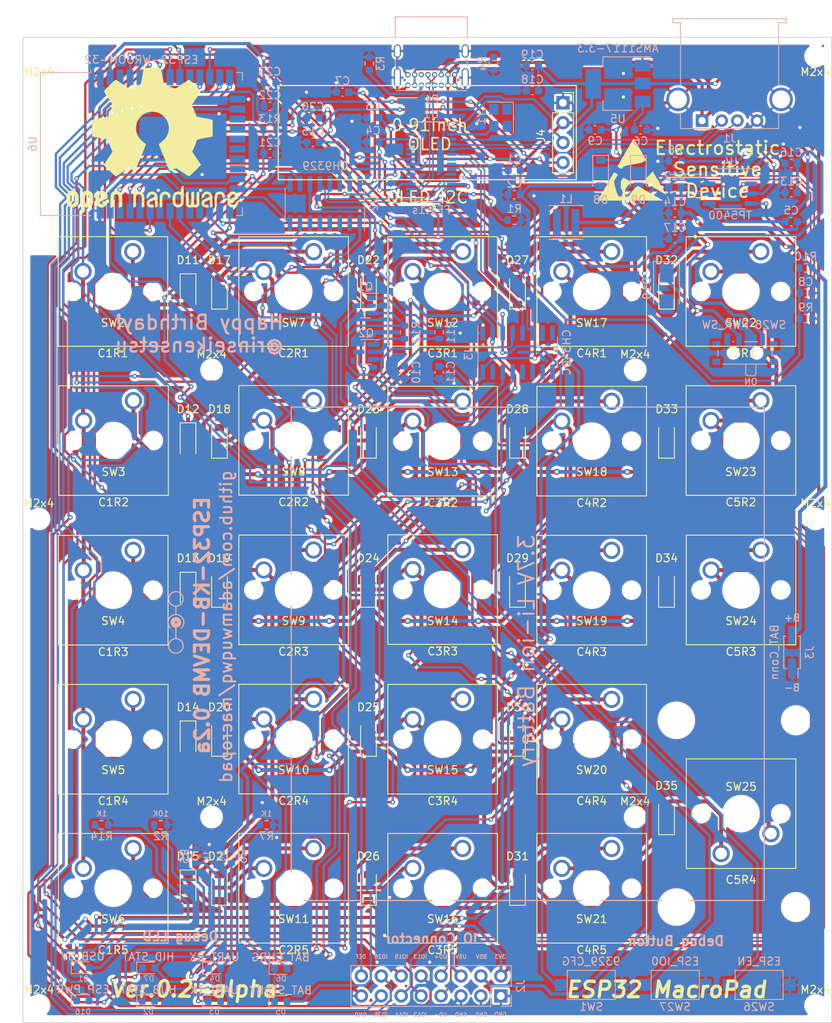
<source format=kicad_pcb>
(kicad_pcb (version 20211014) (generator pcbnew)
  (layers (0 "F.Cu" signal) (31 "B.Cu" signal) (34 "B.Paste" user) (35 "F.Paste" user) (36 "B.SilkS" user "B.Silkscreen") (37 "F.SilkS" user "F.Silkscreen") (38 "B.Mask" user) (39 "F.Mask" user) (44 "Edge.Cuts" user))
  (net 0 "")
  (net 1 "/USB_5V")
  (net 2 "GND")
  (net 3 "/HUB_1.8V")
  (net 4 "/HUB_3.3V")
  (net 5 "Net-(C6-Pad1)")
  (net 6 "Net-(C7-Pad1)")
  (net 7 "/ESP_ADC")
  (net 8 "Net-(C10-Pad1)")
  (net 9 "/B+")
  (net 10 "/BAT_5V")
  (net 11 "/3V3")
  (net 12 "/ESP_EN")
  (net 13 "Net-(D1-Pad2)")
  (net 14 "Net-(D2-Pad1)")
  (net 15 "Net-(D2-Pad2)")
  (net 16 "/CH340_RX")
  (net 17 "Net-(D3-Pad2)")
  (net 18 "/CH340_TX")
  (net 19 "Net-(D5-Pad1)")
  (net 20 "Net-(D5-Pad2)")
  (net 21 "/BAT_CHRG")
  (net 22 "Net-(D7-Pad1)")
  (net 23 "Net-(D10-Pad2)")
  (net 24 "/Row1")
  (net 25 "Net-(D11-Pad2)")
  (net 26 "/Row2")
  (net 27 "Net-(D12-Pad2)")
  (net 28 "/Row3")
  (net 29 "Net-(D13-Pad2)")
  (net 30 "/Row4")
  (net 31 "Net-(D14-Pad2)")
  (net 32 "/Row5")
  (net 33 "Net-(D15-Pad2)")
  (net 34 "Net-(D16-Pad2)")
  (net 35 "Net-(D17-Pad2)")
  (net 36 "Net-(D18-Pad2)")
  (net 37 "Net-(D19-Pad2)")
  (net 38 "Net-(D20-Pad2)")
  (net 39 "Net-(D21-Pad2)")
  (net 40 "Net-(D22-Pad2)")
  (net 41 "Net-(D23-Pad2)")
  (net 42 "Net-(D24-Pad2)")
  (net 43 "Net-(D25-Pad2)")
  (net 44 "Net-(D26-Pad2)")
  (net 45 "Net-(D27-Pad2)")
  (net 46 "Net-(D28-Pad2)")
  (net 47 "Net-(D29-Pad2)")
  (net 48 "Net-(D30-Pad2)")
  (net 49 "Net-(D31-Pad2)")
  (net 50 "Net-(D32-Pad2)")
  (net 51 "Net-(D33-Pad2)")
  (net 52 "Net-(D34-Pad2)")
  (net 53 "Net-(D35-Pad2)")
  (net 54 "/EXT_UD-")
  (net 55 "/EXT_UD+")
  (net 56 "/DBG_UD-")
  (net 57 "/DBG_UD+")
  (net 58 "/GPIO12")
  (net 59 "/GPIO13")
  (net 60 "/GPIO14")
  (net 61 "/GPIO15")
  (net 62 "/GPIO25")
  (net 63 "/GPIO26")
  (net 64 "/9329_DEF")
  (net 65 "/OLED_SCL")
  (net 66 "/OLED_SDA")
  (net 67 "Net-(P1-PadA5)")
  (net 68 "/USB_D+")
  (net 69 "/USB_D-")
  (net 71 "Net-(P1-PadB5)")
  (net 73 "/ESP_IO0")
  (net 74 "Net-(R1-Pad1)")
  (net 75 "Net-(R8-Pad1)")
  (net 76 "Net-(SW1-Pad1)")
  (net 77 "/Col1")
  (net 78 "/Col2")
  (net 79 "/Col3")
  (net 80 "/Col4")
  (net 81 "/Col5")
  (net 82 "Net-(U1-Pad2)")
  (net 83 "Net-(U1-Pad3)")
  (net 84 "/340C_UD-")
  (net 85 "/340C_UD+")
  (net 86 "/9329_UD-")
  (net 87 "/9329_UD+")
  (net 97 "/CH9329_TX")
  (net 98 "/CH9329_RX")
  (net 99 "/9329_UP")
  (net 115 "Net-(Q1-Pad2)")
  (net 116 "Net-(Q1-Pad1)")
  (net 117 "Net-(Q2-Pad2)")
  (net 118 "Net-(Q2-Pad1)")
  (net 119 "Net-(SW28-Pad1)")
  (footprint "Button_Switch_Keyboard:SW_Cherry_MX_1.00u_PCB" (layer "F.Cu") (at 110.25 118.3625)
    (fp_text reference "SW5")
    (fp_text value "C1R4")
  )
  (footprint "Diode_SMD:D_SOD-123" (layer "F.Cu") (at 159.25 66.3625 90)
    (fp_text reference "D27")
    (fp_text value "1N4148")
  )
  (footprint "Diode_SMD:D_SOD-123" (layer "F.Cu") (at 121.25 142.3625 90)
    (fp_text reference "D21")
    (fp_text value "1N4148")
  )
  (footprint "" (layer "F.Cu") (at 174.25 76.3625)
    (fp_text reference "")
    (fp_text value "")
  )
  (footprint "Button_Switch_Keyboard:SW_Cherry_MX_1.00u_PCB" (layer "F.Cu") (at 190.27 61.2825)
    (fp_text reference "SW22")
    (fp_text value "C5R1")
  )
  (footprint "Diode_SMD:D_SOD-123" (layer "F.Cu") (at 159.25 104.3625 90)
    (fp_text reference "D29")
    (fp_text value "1N4148")
  )
  (footprint "Button_Switch_Keyboard:SW_Cherry_MX_1.00u_PCB" (layer "F.Cu") (at 171.25 99.3625)
    (fp_text reference "SW19")
    (fp_text value "C4R3")
  )
  (footprint "Symbol:OSHW-Logo2_24.3x20mm_SilkScreen" (layer "F.Cu") (at 112.7 47.1)
    (fp_text reference "REF**" hide)
    (fp_text value "OSHW-Logo2_24.3x20mm_SilkScreen" hide)
  )
  (footprint "Diode_SMD:D_SOD-123" (layer "F.Cu") (at 178.25 133.3625 90)
    (fp_text reference "D35")
    (fp_text value "1N4148")
  )
  (footprint "" (layer "F.Cu") (at 120.25 133.3625)
    (fp_text reference "")
    (fp_text value "")
  )
  (footprint "Diode_SMD:D_SOD-123" (layer "F.Cu") (at 140.25 104.3625 90)
    (fp_text reference "D24")
    (fp_text value "1N4148")
  )
  (footprint "Button_Switch_Keyboard:SW_Cherry_MX_1.00u_PCB" (layer "F.Cu") (at 190.29 99.3325)
    (fp_text reference "SW24")
    (fp_text value "C5R3")
  )
  (footprint "Button_Switch_Keyboard:SW_Cherry_MX_1.00u_PCB" (layer "F.Cu") (at 110.21 61.2825)
    (fp_text reference "SW2")
    (fp_text value "C1R1")
  )
  (footprint "Diode_SMD:D_SOD-123" (layer "F.Cu") (at 178.25 104.3625 90)
    (fp_text reference "D34")
    (fp_text value "1N4148")
  )
  (footprint "Button_Switch_Keyboard:SW_Cherry_MX_1.00u_PCB" (layer "F.Cu") (at 152.25 118.3625)
    (fp_text reference "SW15")
    (fp_text value "C3R4")
  )
  (footprint "Diode_SMD:D_SOD-123" (layer "F.Cu") (at 140.25 123.3625 90)
    (fp_text reference "D25")
    (fp_text value "1N4148")
  )
  (footprint "Button_Switch_Keyboard:SW_Cherry_MX_1.00u_PCB" (layer "F.Cu") (at 133.25 80.2625)
    (fp_text reference "SW8")
    (fp_text value "C2R2")
  )
  (footprint "Diode_SMD:D_SOD-123" (layer "F.Cu") (at 117.25 85.3625 -90)
    (fp_text reference "D12")
    (fp_text value "1N4148")
  )
  (footprint "Diode_SMD:D_SOD-123" (layer "F.Cu") (at 117.25 142.3625 -90)
    (fp_text reference "D15")
    (fp_text value "1N4148")
  )
  (footprint "Button_Switch_Keyboard:SW_Cherry_MX_1.00u_PCB" (layer "F.Cu") (at 171.25 80.3625)
    (fp_text reference "SW18")
    (fp_text value "C4R2")
  )
  (footprint "" (layer "F.Cu") (at 98.25 36.3625)
    (fp_text reference "")
    (fp_text value "")
  )
  (footprint "Diode_SMD:D_SOD-123" (layer "F.Cu") (at 178.25 85.3625 90)
    (fp_text reference "D33")
    (fp_text value "1N4148")
  )
  (footprint "Diode_SMD:D_SOD-123" (layer "F.Cu") (at 140.25 142.3625 90)
    (fp_text reference "D26")
    (fp_text value "1N4148")
  )
  (footprint "Diode_SMD:D_SOD-123" (layer "F.Cu") (at 117.25 66.3625 -90)
    (fp_text reference "D11")
    (fp_text value "1N4148")
  )
  (footprint "Button_Switch_Keyboard:SW_Cherry_MX_1.00u_PCB" (layer "F.Cu") (at 152.25 61.2825)
    (fp_text reference "SW12")
    (fp_text value "C3R1")
  )
  (footprint "Button_Switch_Keyboard:SW_Cherry_MX_1.00u_PCB" (layer "F.Cu") (at 133.25 61.2825)
    (fp_text reference "SW7")
    (fp_text value "C2R1")
  )
  (footprint "Diode_SMD:D_SOD-123" (layer "F.Cu") (at 159.25 85.3625 90)
    (fp_text reference "D28")
    (fp_text value "1N4148")
  )
  (footprint "Button_Switch_Keyboard:SW_Cherry_MX_1.00u_PCB" (layer "F.Cu") (at 110.29 80.2825)
    (fp_text reference "SW3")
    (fp_text value "C1R2")
  )
  (footprint "Diode_SMD:D_SOD-123" (layer "F.Cu") (at 121.25 104.3625 90)
    (fp_text reference "D19")
    (fp_text value "1N4148")
  )
  (footprint "Button_Switch_Keyboard:SW_Cherry_MX_1.00u_PCB" (layer "F.Cu") (at 133.25 118.3425)
    (fp_text reference "SW10")
    (fp_text value "C2R4")
  )
  (footprint "Symbol:ESD-Logo_8.9x8mm_SilkScreen" (layer "F.Cu") (at 173.85 50.8)
    (fp_text reference "REF**" hide)
    (fp_text value "ESD-Logo_8.9x8mm_SilkScreen" hide)
  )
  (footprint "Diode_SMD:D_SOD-123" (layer "F.Cu") (at 178.25 66.3625 90)
    (fp_text reference "D32")
    (fp_text value "1N4148")
  )
  (footprint "Button_Switch_Keyboard:SW_Cherry_MX_1.00u_PCB" (layer "F.Cu") (at 110.25 99.3625)
    (fp_text reference "SW4")
    (fp_text value "C1R3")
  )
  (footprint "Diode_SMD:D_SOD-123" (layer "F.Cu") (at 159.25 142.3625 90)
    (fp_text reference "D31")
    (fp_text value "1N4148")
  )
  (footprint "Diode_SMD:D_SOD-123" (layer "F.Cu") (at 121.25 123.3625 90)
    (fp_text reference "D20")
    (fp_text value "1N4148")
  )
  (footprint "Button_Switch_Keyboard:SW_Cherry_MX_1.00u_PCB" (layer "F.Cu") (at 171.25 137.3625)
    (fp_text reference "SW21")
    (fp_text value "C4R5")
  )
  (footprint "Button_Switch_Keyboard:SW_Cherry_MX_1.00u_PCB" (layer "F.Cu") (at 133.25 137.3625)
    (fp_text reference "SW11")
    (fp_text value "C2R5")
  )
  (footprint "" (layer "F.Cu") (at 98.25 95.3625)
    (fp_text reference "")
    (fp_text value "")
  )
  (footprint "Diode_SMD:D_SOD-123" (layer "F.Cu") (at 140.25 66.3625 90)
    (fp_text reference "D22")
    (fp_text value "1N4148")
  )
  (footprint "Diode_SMD:D_SOD-123" (layer "F.Cu") (at 121.25 85.3625 90)
    (fp_text reference "D18")
    (fp_text value "1N4148")
  )
  (footprint "Button_Switch_Keyboard:SW_Cherry_MX_1.00u_PCB" (layer "F.Cu") (at 152.25 80.3625)
    (fp_text reference "SW13")
    (fp_text value "C3R2")
  )
  (footprint "Diode_SMD:D_SOD-123" (layer "F.Cu") (at 117.25 104.4025 -90)
    (fp_text reference "D13")
    (fp_text value "1N4148")
  )
  (footprint "Button_Switch_Keyboard:SW_Cherry_MX_1.00u_PCB" (layer "F.Cu") (at 133.25 99.3225)
    (fp_text reference "SW9")
    (fp_text value "C2R3")
  )
  (footprint "" (layer "F.Cu") (at 197.25 95.3625)
    (fp_text reference "")
    (fp_text value "")
  )
  (footprint "Diode_SMD:D_SOD-123" (layer "F.Cu") (at 159.25 123.3625 90)
    (fp_text reference "D30")
    (fp_text value "1N4148")
  )
  (footprint "Button_Switch_Keyboard:SW_Cherry_MX_1.00u_PCB" (layer "F.Cu") (at 190.27 80.2825)
    (fp_text reference "SW23")
    (fp_text value "C5R2")
  )
  (footprint "Button_Switch_Keyboard:SW_Cherry_MX_1.00u_PCB" (layer "F.Cu") (at 152.25 137.3625)
    (fp_text reference "SW16")
    (fp_text value "C3R5")
  )
  (footprint "" (layer "F.Cu") (at 197.25 36.3625)
    (fp_text reference "")
    (fp_text value "")
  )
  (footprint "Button_Switch_Keyboard:SW_Cherry_MX_1.00u_PCB" (layer "F.Cu") (at 110.25 137.3625)
    (fp_text reference "SW6")
    (fp_text value "C1R5")
  )
  (footprint "" (layer "F.Cu") (at 98.25 157.3625)
    (fp_text reference "")
    (fp_text value "")
  )
  (footprint "" (layer "F.Cu") (at 174.25 133.3625)
    (fp_text reference "")
    (fp_text value "")
  )
  (footprint "Connector_PinSocket_2.54mm:PinSocket_1x04_P2.54mm_Vertical" (layer "F.Cu") (at 165.05 42.3125)
    (fp_text reference "J4")
    (fp_text value "OLED_I2C")
  )
  (footprint "Diode_SMD:D_SOD-123" (layer "F.Cu") (at 121.25 66.3625 90)
    (fp_text reference "D17")
    (fp_text value "1N4148")
  )
  (footprint "Diode_SMD:D_SOD-123" (layer "F.Cu") (at 117.25 123.3625 -90)
    (fp_text reference "D14")
    (fp_text value "1N4148")
  )
  (footprint "" (layer "F.Cu") (at 120.25 76.3625)
    (fp_text reference "")
    (fp_text value "")
  )
  (footprint "Diode_SMD:D_SOD-123" (layer "F.Cu") (at 140.25 85.3625 90)
    (fp_text reference "D23")
    (fp_text value "1N4148")
  )
  (footprint "Button_Switch_Keyboard:SW_Cherry_MX_1.00u_PCB" (layer "F.Cu") (at 171.25 61.2825)
    (fp_text reference "SW17")
    (fp_text value "C4R1")
  )
  (footprint "Button_Switch_Keyboard:SW_Cherry_MX_2.00u_Vertical_PCB" (layer "F.Cu") (at 185.21 138.0125 180)
    (fp_text reference "SW25")
    (fp_text value "C5R4")
  )
  (footprint "" (layer "F.Cu") (at 197.25 157.3625)
    (fp_text reference "")
    (fp_text value "")
  )
  (footprint "Button_Switch_Keyboard:SW_Cherry_MX_1.00u_PCB" (layer "F.Cu") (at 171.25 118.3625)
    (fp_text reference "SW20")
    (fp_text value "C4R4")
  )
  (footprint "Button_Switch_Keyboard:SW_Cherry_MX_1.00u_PCB" (layer "F.Cu") (at 152.25 99.2825)
    (fp_text reference "SW14")
    (fp_text value "C3R3")
  )
  (footprint "Capacitor_SMD:C_0603_1608Metric" (layer "B.Cu") (at 133.17 44.2375)
    (fp_text reference "C20")
    (fp_text value "10u" hide)
  )
  (footprint "Capacitor_SMD:C_0603_1608Metric" (layer "B.Cu") (at 179.325 59.6625 180)
    (fp_text reference "C17")
    (fp_text value "22u" hide)
  )
  (footprint "Capacitor_SMD:C_0603_1608Metric" (layer "B.Cu") (at 161.15 37.5625 180)
    (fp_text reference "C19")
    (fp_text value "22u" hide)
  )
  (footprint "Button_Switch_SMD:SW_SPDT_PCM12" (layer "B.Cu") (at 188.25 73.8875 180)
    (fp_text reference "SW28")
    (fp_text value "PWR_SW")
  )
  (footprint "Resistor_SMD:R_0603_1608Metric" (layer "B.Cu") (at 113.75 134.3625)
    (fp_text reference "R2")
    (fp_text value "10K")
  )
  (footprint "Package_SO:HTSOP-8-1EP_3.9x4.9mm_P1.27mm_EP2.4x3.2mm" (layer "B.Cu") (at 186.35 53.2625 180)
    (fp_text reference "U4")
    (fp_text value "TP5400")
  )
  (footprint "LED_SMD:LED_0603_1608Metric" (layer "B.Cu") (at 103.85 152.5625)
    (fp_text reference "D1")
    (fp_text value "USB_5V")
  )
  (footprint "Package_TO_SOT_SMD:SOT-23" (layer "B.Cu") (at 139.85 68.1625 180)
    (fp_text reference "Q1")
    (fp_text value "SOT-23_SS8050_Y1" hide)
  )
  (footprint "Resistor_SMD:R_0603_1608Metric" (layer "B.Cu") (at 149.25 71.5625 90)
    (fp_text reference "R11")
    (fp_text value "10K" hide)
  )
  (footprint "Package_SO:SSOP-28_3.9x9.9mm_P0.635mm" (layer "B.Cu") (at 148.25 49.8125 180)
    (fp_text reference "U1")
    (fp_text value "FE1.1s")
  )
  (footprint "Package_SO:SOIC-16_3.9x9.9mm_P1.27mm" (layer "B.Cu") (at 159.27 74.1425 -90)
    (fp_text reference "U3")
    (fp_text value "CH340C")
  )
  (footprint "Capacitor_SMD:C_0603_1608Metric" (layer "B.Cu") (at 161.15 40.7625 180)
    (fp_text reference "C18")
    (fp_text value "0.1u" hide)
  )
  (footprint "Capacitor_SMD:C_0603_1608Metric" (layer "B.Cu") (at 194.15 57.4625 180)
    (fp_text reference "C5")
    (fp_text value "10u" hide)
  )
  (footprint "Diode_SMD:D_SMA" (layer "B.Cu") (at 178.25 65.9625 -90)
    (fp_text reference "D10")
    (fp_text value "B320")
  )
  (footprint "Capacitor_SMD:C_0603_1608Metric" (layer "B.Cu") (at 144.85 76.6625 -90)
    (fp_text reference "C10")
    (fp_text value "0.1u" hide)
  )
  (footprint "Package_TO_SOT_SMD:SOT-223-3_TabPin2" (layer "B.Cu") (at 172.05 39.8625 180)
    (fp_text reference "U5")
    (fp_text value "AMS1117-3.3")
  )
  (footprint "Package_TO_SOT_SMD:SOT-23" (layer "B.Cu") (at 139.95 74.0625 180)
    (fp_text reference "Q2")
    (fp_text value "SOT-23_SS8050_Y1" hide)
  )
  (footprint "Capacitor_SMD:C_0603_1608Metric" (layer "B.Cu") (at 140.83 47.2825 180)
    (fp_text reference "C4")
    (fp_text value "10u" hide)
  )
  (footprint "Capacitor_SMD:C_0603_1608Metric" (layer "B.Cu") (at 133.175 47.3375)
    (fp_text reference "C15")
    (fp_text value "0.1u" hide)
  )
  (footprint "Button_Switch_SMD:SW_SPST_CK_RS282G05A3" (layer "B.Cu") (at 190.05 154.7625)
    (fp_text reference "SW26")
    (fp_text value "ESP_EN")
  )
  (footprint "Resistor_SMD:R_0603_1608Metric" (layer "B.Cu") (at 196 63.3625)
    (fp_text reference "R10")
    (fp_text value "100K" hide)
  )
  (footprint "Crystal:Crystal_SMD_TXC_7M-4Pin_3.2x2.5mm" (layer "B.Cu") (at 157.08 44.2225 -90)
    (fp_text reference "Y1")
    (fp_text value "SMD-3225_4P__12MHZ_20PF_10PPM" hide)
  )
  (footprint "Diode_SMD:D_SOD-123" (layer "B.Cu") (at 169.85 51.2625 -90)
    (fp_text reference "D8")
    (fp_text value "1N5817" hide)
  )
  (footprint "Capacitor_SMD:C_0603_1608Metric" (layer "B.Cu") (at 136.95 40.9625 180)
    (fp_text reference "C7")
    (fp_text value "0.1u" hide)
  )
  (footprint "Resistor_SMD:R_0603_1608Metric" (layer "B.Cu") (at 122.77 138.3625 -90)
    (fp_text reference "R6")
    (fp_text value "1K")
  )
  (footprint "Symbol:Symbol_Barrel_Polarity" (layer "B.Cu") (at 115.625 108.55 -90)
    (fp_text reference "REF**" hide)
    (fp_text value "Symbol_Barrel_Polarity" hide)
  )
  (footprint "Diode_SMD:D_SOD-123" (layer "B.Cu") (at 174.65 51.2625 -90)
    (fp_text reference "D9")
    (fp_text value "1N5817" hide)
  )
  (footprint "Capacitor_SMD:C_0603_1608Metric" (layer "B.Cu") (at 158.835 54.0425)
    (fp_text reference "C2")
    (fp_text value "10u" hide)
  )
  (footprint "LED_SMD:LED_0603_1608Metric" (layer "B.Cu") (at 120.6125 152.633932)
    (fp_text reference "D4")
    (fp_text value "UART_RX")
  )
  (footprint "Capacitor_SMD:C_0603_1608Metric" (layer "B.Cu") (at 194.15 53.7625 180)
    (fp_text reference "C13")
    (fp_text value "0.1u" hide)
  )
  (footprint "Resistor_SMD:R_0603_1608Metric" (layer "B.Cu") (at 196 69.8125 180)
    (fp_text reference "R9")
    (fp_text value "100K" hide)
  )
  (footprint "LED_SMD:LED_0603_1608Metric" (layer "B.Cu") (at 112.2 152.598216)
    (fp_text reference "D7")
    (fp_text value "HID_STAT")
  )
  (footprint "Capacitor_SMD:C_0603_1608Metric" (layer "B.Cu") (at 127.675 42.7625 180)
    (fp_text reference "C22")
    (fp_text value "10u" hide)
  )
  (footprint "Button_Switch_SMD:SW_SPST_CK_RS282G05A3" (layer "B.Cu") (at 179.35 154.7625)
    (fp_text reference "SW27")
    (fp_text value "ESP_IO0")
  )
  (footprint "Resistor_SMD:R_0603_1608Metric" (layer "B.Cu") (at 156.2 37.3125 -90)
    (fp_text reference "R4")
    (fp_text value "5.1K" hide)
  )
  (footprint "LED_SMD:LED_0603_1608Metric" (layer "B.Cu") (at 103.85 156.7625)
    (fp_text reference "D16")
    (fp_text value "ESP_PWR")
  )
  (footprint "LED_SMD:LED_0603_1608Metric" (layer "B.Cu") (at 129.0625 156.869648)
    (fp_text reference "D5")
    (fp_text value "BAT_STDBY")
  )
  (footprint "Capacitor_SMD:C_0603_1608Metric" (layer "B.Cu") (at 158.835 50.9125 180)
    (fp_text reference "C1")
    (fp_text value "0.1u" hide)
  )
  (footprint "Connector_PinHeader_2.54mm:PinHeader_2x08_P2.54mm_Vertical" (layer "B.Cu") (at 157.125 156.1625 90)
    (fp_text reference "J2")
    (fp_text value "IO_Debug" hide)
  )
  (footprint "Resistor_SMD:R_0603_1608Metric" (layer "B.Cu") (at 127.25 134.3625)
    (fp_text reference "R7")
    (fp_text value "1K")
  )
  (footprint "LED_SMD:LED_0603_1608Metric" (layer "B.Cu") (at 120.6125 156.833932)
    (fp_text reference "D3")
    (fp_text value "UART_TX")
  )
  (footprint "Capacitor_SMD:C_0603_1608Metric" (layer "B.Cu") (at 179.325 56.3625 180)
    (fp_text reference "C14")
    (fp_text value "22u" hide)
  )
  (footprint "Capacitor_SMD:C_0603_1608Metric" (layer "B.Cu") (at 174.95 45.7625)
    (fp_text reference "C6")
    (fp_text value "0.1u" hide)
  )
  (footprint "LED_SMD:LED_0603_1608Metric" (layer "B.Cu") (at 112.2 156.798216)
    (fp_text reference "D2")
    (fp_text value "HUB_STAT")
  )
  (footprint "Capacitor_SMD:C_0603_1608Metric" (layer "B.Cu") (at 194.15 50.0625 180)
    (fp_text reference "C16")
    (fp_text value "47u" hide)
  )
  (footprint "RF_Module:ESP32-WROOM-32" (layer "B.Cu") (at 114.3 47.5625 -90)
    (fp_text reference "U6")
    (fp_text value "ESP32-WROOM-32")
  )
  (footprint "Package_SO:SOP-16_3.9x9.9mm_P1.27mm" (layer "B.Cu") (at 134.69 55.1425 90)
    (fp_text reference "U2")
    (fp_text value "CH9329")
  )
  (footprint "Capacitor_SMD:C_0603_1608Metric" (layer "B.Cu") (at 149.25 76.6625 90)
    (fp_text reference "C11")
    (fp_text value "0.1u" hide)
  )
  (footprint "Capacitor_SMD:C_0603_1608Metric" (layer "B.Cu") (at 127.675 39.7625 180)
    (fp_text reference "C23")
    (fp_text value "0.1u" hide)
  )
  (footprint "Button_Switch_SMD:SW_SPST_CK_RS282G05A3" (layer "B.Cu") (at 168.65 154.7625)
    (fp_text reference "SW1")
    (fp_text value "9329_CFG")
  )
  (footprint "Resistor_SMD:R_0603_1608Metric" (layer "B.Cu") (at 127.675 45.7625)
    (fp_text reference "R13")
    (fp_text value "10K" hide)
  )
  (footprint "LED_SMD:LED_0603_1608Metric" (layer "B.Cu") (at 129.0625 152.669642)
    (fp_text reference "D6")
    (fp_text value "BAT_CHRG")
  )
  (footprint "Capacitor_SMD:C_0603_1608Metric" (layer "B.Cu") (at 169.15 45.7625 180)
    (fp_text reference "C9")
    (fp_text value "22u" hide)
  )
  (footprint "Capacitor_SMD:C_0603_1608Metric" (layer "B.Cu") (at 179.325 53.0625 180)
    (fp_text reference "C12")
    (fp_text value "0.1u" hide)
  )
  (footprint "Resistor_SMD:R_0603_1608Metric" (layer "B.Cu") (at 179.35 49.7625 180)
    (fp_text reference "R8")
    (fp_text value "1.1K" hide)
  )
  (footprint "Inductor_SMD:L_Coilcraft_XxL4020" (layer "B.Cu") (at 165.45 57.5625 180)
    (fp_text reference "L1")
    (fp_text value "10uH" hide)
  )
  (footprint "Resistor_SMD:R_0603_1608Metric" (layer "B.Cu") (at 158.845 57.2725)
    (fp_text reference "R1")
    (fp_text value "2.7K" hide)
  )
  (footprint "Connector_USB:USB_A_Stewart_SS-52100-001_Horizontal" (layer "B.Cu") (at 182.78 44.5825)
    (fp_text reference "J1")
    (fp_text value "USB_EXT")
  )
  (footprint "Connector_USB:USB_C_Receptacle_GCT_USB4085" (layer "B.Cu") (at 145.285 40.0775)
    (fp_text reference "P1")
    (fp_text value "USB_C_Plug")
  )
  (footprint "Capacitor_SMD:C_0603_1608Metric" (layer "B.Cu") (at 127.675 48.7625)
    (fp_text reference "C21")
    (fp_text value "0.1u" hide)
  )
  (footprint "Connector_PinHeader_2.00mm:PinHeader_2x01_P2.00mm_Vertical_SMD" (layer "B.Cu") (at 194.25 112.3625 90)
    (fp_text reference "J3")
    (fp_text value "BAT_Conn")
  )
  (footprint "Resistor_SMD:R_0603_1608Metric" (layer "B.Cu") (at 106.22 134.3625 180)
    (fp_text reference "R14")
    (fp_text value "1K")
  )
  (footprint "Capacitor_SMD:C_0603_1608Metric" (layer "B.Cu") (at 196 66.5625 180)
    (fp_text reference "C8")
    (fp_text value "10n" hide)
  )
  (footprint "Resistor_SMD:R_0603_1608Metric" (layer "B.Cu") (at 140.35 37.3125 90)
    (fp_text reference "R3")
    (fp_text value "5.1K" hide)
  )
  (footprint "Resistor_SMD:R_0603_1608Metric" (layer "B.Cu") (at 118.22 138.3625 -90)
    (fp_text reference "R5")
    (fp_text value "1K")
  )
  (footprint "Capacitor_SMD:C_0603_1608Metric" (layer "B.Cu") (at 140.83 44.1825 180)
    (fp_text reference "C3")
    (fp_text value "10u" hide)
  )
  (footprint "Resistor_SMD:R_0603_1608Metric" (layer "B.Cu") (at 144.85 71.5625 -90)
    (fp_text reference "R12")
    (fp_text value "10K" hide)
  )
  (gr_rect (start 190.7 81.1) (end 130.4 144) (layer "B.SilkS") (width 0.15) (fill none))
  (gr_rect (start 166.75 40.1125) (end 128.75 52.1125) (layer "F.SilkS") (width 0.15) (fill none))
  (gr_rect (start 96.2 33.9625) (end 199.3 159.5625) (layer "Edge.Cuts") (width 0.1) (fill none))
  (gr_text "UD+" (at 149.45 151.1625) (layer "B.SilkS") (effects (font (size 0.5 0.5) (thickness 0.1)) (justify mirror)))
  (gr_text "." (at 149.85 45.0625) (layer "B.SilkS") (effects (font (size 1.5 1.5) (thickness 0.3)) (justify mirror)))
  (gr_text "." (at 139.15 55.4625) (layer "B.SilkS") (effects (font (size 1.5 1.5) (thickness 0.3)) (justify mirror)))
  (gr_text "GND" (at 154.65 158.5625) (layer "B.SilkS") (effects (font (size 0.5 0.5) (thickness 0.1)) (justify mirror)))
  (gr_text "IO25" (at 141.85 158.5625) (layer "B.SilkS") (effects (font (size 0.5 0.5) (thickness 0.1)) (justify mirror)))
  (gr_text "UD-" (at 149.45 158.5625) (layer "B.SilkS") (effects (font (size 0.5 0.5) (thickness 0.1)) (justify mirror)))
  (gr_text "GND" (at 152.05 158.5625) (layer "B.SilkS") (effects (font (size 0.5 0.5) (thickness 0.1)) (justify mirror)))
  (gr_text "ESP32-KB-DEVMB 0.2a" (at 119.05 108.95 90) (layer "B.SilkS") (effects (font (size 1.8 1.8) (thickness 0.4)) (justify mirror)))
  (gr_text "github.com/adamwuqwq/macropad" (at 122.1 109.1 90) (layer "B.SilkS") (effects (font (size 1.5 1.5) (thickness 0.25)) (justify mirror)))
  (gr_text "GND" (at 157.05 158.4875) (layer "B.SilkS") (effects (font (size 0.5 0.5) (thickness 0.1)) (justify mirror)))
  (gr_text "Happy Birthday!\n@rinseikensetsu" (at 118.7 71.75) (layer "B.SilkS") (effects (font (size 1.8 1.8) (thickness 0.3)) (justify mirror)))
  (gr_text "IO13" (at 146.85 151.1625) (layer "B.SilkS") (effects (font (size 0.5 0.5) (thickness 0.1)) (justify mirror)))
  (gr_text "IO15" (at 144.45 151.1625) (layer "B.SilkS") (effects (font (size 0.5 0.5) (thickness 0.1)) (justify mirror)))
  (gr_text "Debug Button" (at 179.45 149.1625) (layer "B.SilkS") (effects (font (size 1.2 1.2) (thickness 0.25)) (justify mirror)))
  (gr_text "3V3" (at 157.05 151.1625) (layer "B.SilkS") (effects (font (size 0.5 0.5) (thickness 0.1)) (justify mirror)))
  (gr_text "IO12" (at 146.85 158.5625) (layer "B.SilkS") (effects (font (size 0.5 0.5) (thickness 0.1)) (justify mirror)))
  (gr_text "Debug LED" (at 116.25 148.5625) (layer "B.SilkS") (effects (font (size 1.2 1.2) (thickness 0.25)) (justify mirror)))
  (gr_text "IO26\n" (at 141.85 151.1625) (layer "B.SilkS") (effects (font (size 0.5 0.5) (thickness 0.1)) (justify mirror)))
  (gr_text "IO14" (at 144.45 158.5625) (layer "B.SilkS") (effects (font (size 0.5 0.5) (thickness 0.1)) (justify mirror)))
  (gr_text "." (at 154.85 72.5625) (layer "B.SilkS") (effects (font (size 1.5 1.5) (thickness 0.3)) (justify mirror)))
  (gr_text "B+" (at 194.25 107.9625) (layer "B.SilkS") (effects (font (size 0.9 0.9)) (justify mirror)))
  (gr_text "IO Connector" (at 148.25 148.8625) (layer "B.SilkS") (effects (font (size 1.2 1.2) (thickness 0.25)) (justify mirror)))
  (gr_text "GND" (at 139.25 158.5625) (layer "B.SilkS") (effects (font (size 0.5 0.5) (thickness 0.1)) (justify mirror)))
  (gr_text "B-" (at 194.25 116.8625) (layer "B.SilkS") (effects (font (size 0.9 0.9)) (justify mirror)))
  (gr_text "3.7V Li-ion Battery" (at 160.4 112.2 90) (layer "B.SilkS") (effects (font (size 2 2) (thickness 0.25)) (justify mirror)))
  (gr_text "ON" (at 189 77.8625) (layer "B.SilkS") (effects (font (size 0.8 0.8) (thickness 0.13)) (justify mirror)))
  (gr_text "U5V" (at 152.05 151.1625) (layer "B.SilkS") (effects (font (size 0.5 0.5) (thickness 0.1)) (justify mirror)))
  (gr_text "B5V" (at 154.65 151.1625) (layer "B.SilkS") (effects (font (size 0.5 0.5) (thickness 0.1)) (justify mirror)))
  (gr_text "DEF" (at 139.25 151.1625) (layer "B.SilkS") (effects (font (size 0.5 0.5) (thickness 0.1)) (justify mirror)))
  (gr_text "M2x4" (at 120.25 131.3625) (layer "F.SilkS") (effects (font (size 1 1))))
  (gr_text "M2x4" (at 197.25 38.3625) (layer "F.SilkS") (effects (font (size 1 1))))
  (gr_text "Electrostatic\nSensitive\nDevice" (at 184.75 50.8) (layer "F.SilkS") (effects (font (size 1.7 1.7) (thickness 0.25))))
  (gr_text "ESP32 MacroPad" (at 178.25 155.3625) (layer "F.SilkS") (effects (font (size 2 2) (thickness 0.4) italic)))
  (gr_text "M2x4" (at 98.25 93.3625) (layer "F.SilkS") (effects (font (size 1 1))))
  (gr_text "M2x4" (at 197.25 93.3625) (layer "F.SilkS") (effects (font (size 1 1))))
  (gr_text "M2x4" (at 197.25 155.3625) (layer "F.SilkS") (effects (font (size 1 1))))
  (gr_text "M2x4" (at 98.25 38.3625) (layer "F.SilkS") (effects (font (size 1 1))))
  (gr_text "M2x4" (at 174.25 74.3625) (layer "F.SilkS") (effects (font (size 1 1))))
  (gr_text "M2x4" (at 98.25 155.3625) (layer "F.SilkS") (effects (font (size 1 1))))
  (gr_text "0.91inch\nOLED" (at 148.05 46.3625) (layer "F.SilkS") (effects (font (size 1.5 1.5) (thickness 0.2))))
  (gr_text "Ver.0.2-alpha" (at 118 155.3) (layer "F.SilkS") (effects (font (size 2 2) (thickness 0.4) italic)))
  (gr_text "M2x4" (at 174.25 131.3625) (layer "F.SilkS") (effects (font (size 1 1))))
  (gr_text "M2x4" (at 120.25 74.3625) (layer "F.SilkS") (effects (font (size 1 1))))
  (segment (start 158.45 115.3625) (end 163.15 110.6625) (width 0.4) (layer "F.Cu") (net 1))
  (segment (start 150.385 38.588241) (end 150.385 38.7275) (width 0.3) (layer "F.Cu") (net 1))
  (segment (start 164.05 73.6625) (end 162.65 73.6625) (width 0.4) (layer "F.Cu") (net 1))
  (segment (start 184.9 42.4625) (end 182.78 44.5825) (width 0.4) (layer "F.Cu") (net 1))
  (segment (start 135.423911 45.788589) (end 135.423911 43.536411) (width 0.3) (layer "F.Cu") (net 1))
  (segment (start 155.75 49.4625) (end 150.385 44.0975) (width 0.3) (layer "F.Cu") (net 1))
  (segment (start 162.65 73.6625) (end 161.45 74.8625) (width 0.4) (layer "F.Cu") (net 1))
  (segment (start 103.15 149.688) (end 103.05 149.788) (width 0.4) (layer "F.Cu") (net 1))
  (segment (start 161.45 74.8625) (end 161.45 64.0625) (width 0.3) (layer "F.Cu") (net 1))
  (segment (start 182.78 44.5825) (end 182.78 39.8925) (width 0.4) (layer "F.Cu") (net 1))
  (segment (start 150.385 44.0975) (end 150.385 40.0775) (width 0.3) (layer "F.Cu") (net 1))
  (segment (start 150.385 38.232526) (end 150.205463 38.052989) (width 0.25) (layer "F.Cu") (net 1))
  (segment (start 150.205463 38.052989) (end 146.359511 38.052989) (width 0.25) (layer "F.Cu") (net 1))
  (segment (start 163.15 110.6625) (end 163.45 110.6625) (width 0.4) (layer "F.Cu") (net 1))
  (segment (start 196.25 48.6625) (end 190.05 42.4625) (width 0.4) (layer "F.Cu") (net 1))
  (segment (start 180.05 37.1625) (end 151.810741 37.1625) (width 0.4) (layer "F.Cu") (net 1))
  (segment (start 182.78 39.8925) (end 180.05 37.1625) (width 0.4) (layer "F.Cu") (net 1))
  (segment (start 152.051578 146.1625) (end 105.65 146.1625) (width 0.4) (layer "F.Cu") (net 1))
  (segment (start 146.359511 38.052989) (end 146.135 38.2775) (width 0.25) (layer "F.Cu") (net 1))
  (segment (start 190.05 42.4625) (end 184.9 42.4625) (width 0.4) (layer "F.Cu") (net 1))
  (segment (start 151.810741 37.1625) (end 150.385 38.588241) (width 0.4) (layer "F.Cu") (net 1))
  (segment (start 135.423911 43.536411) (end 135.05 43.1625) (width 0.3) (layer "F.Cu") (net 1))
  (segment (start 146.135 38.2775) (end 146.135 38.7275) (width 0.25) (layer "F.Cu") (net 1))
  (segment (start 105.65 146.1625) (end 105.55 146.0625) (width 0.4) (layer "F.Cu") (net 1))
  (segment (start 152.15 146.260922) (end 152.051578 146.1625) (width 0.4) (layer "F.Cu") (net 1))
  (segment (start 103.05 149.788) (end 103.05 151.037) (width 0.4) (layer "F.Cu") (net 1))
  (segment (start 147.685499 49.4625) (end 155.75 49.4625) (width 0.3) (layer "F.Cu") (net 1))
  (segment (start 150.385 38.7275) (end 150.385 38.232526) (width 0.25) (layer "F.Cu") (net 1))
  (segment (start 147.485499 49.6625) (end 147.685499 49.4625) (width 0.3) (layer "F.Cu") (net 1))
  (segment (start 196.25 49.2625) (end 196.25 48.6625) (width 0.4) (layer "F.Cu") (net 1))
  (via (at 103.05 151.037) (size 0.6) (drill 0.4) (layers "F.Cu" "B.Cu") (net 1))
  (via (at 135.05 43.1625) (size 0.6) (drill 0.4) (layers "F.Cu" "B.Cu") (net 1))
  (via (at 196.25 49.2625) (size 0.6) (drill 0.4) (layers "F.Cu" "B.Cu") (net 1))
  (via (at 147.485499 49.6625) (size 0.6) (drill 0.4) (layers "F.Cu" "B.Cu") (net 1))
  (via (at 161.45 64.0625) (size 0.6) (drill 0.4) (layers "F.Cu" "B.Cu") (net 1))
  (via (at 105.55 146.0625) (size 0.6) (drill 0.4) (layers "F.Cu" "B.Cu") (net 1))
  (via (at 161.45 74.8625) (size 0.6) (drill 0.4) (layers "F.Cu" "B.Cu") (net 1))
  (via (at 158.45 115.3625) (size 0.6) (drill 0.4) (layers "F.Cu" "B.Cu") (net 1))
  (via (at 155.75 49.4625) (size 0.6) (drill 0.4) (layers "F.Cu" "B.Cu") (net 1))
  (via (at 152.15 146.260922) (size 0.6) (drill 0.4) (layers "F.Cu" "B.Cu") (net 1))
  (via (at 135.423911 45.788589) (size 0.6) (drill 0.4) (layers "F.Cu" "B.Cu") (net 1))
  (via (at 103.15 149.688) (size 0.6) (drill 0.4) (layers "F.Cu" "B.Cu") (net 1))
  (via (at 164.05 73.6625) (size 0.6) (drill 0.4) (layers "F.Cu" "B.Cu") (net 1))
  (via (at 163.45 110.6625) (size 0.6) (drill 0.4) (layers "F.Cu" "B.Cu") (net 1))
  (segment (start 137.865 51.3475) (end 137.865 52.6425) (width 0.3) (layer "B.Cu") (net 1))
  (segment (start 169.85 52.9125) (end 160.74 52.9125) (width 0.35) (layer "B.Cu") (net 1))
  (segment (start 167.05 76.6625) (end 167.05 83.7625) (width 0.4) (layer "B.Cu") (net 1))
  (segment (start 196.25 49.2625) (end 196.25 54.5875) (width 0.4) (layer "B.Cu") (net 1))
  (segment (start 147.485499 49.6625) (end 147.485499 50.227001) (width 0.3) (layer "B.Cu") (net 1))
  (segment (start 150.385 40.0775) (end 150.385 38.7275) (width 0.25) (layer "B.Cu") (net 1))
  (segment (start 103.15 149.688) (end 103.9245 149.688) (width 0.4) (layer "B.Cu") (net 1))
  (segment (start 156.168573 74.8625) (end 161.45 74.8625) (width 0.3) (layer "B.Cu") (net 1))
  (segment (start 160.74 52.9125) (end 159.61 54.0425) (width 0.3) (layer "B.Cu") (net 1))
  (segment (start 146.9475 50.765) (end 145.65 50.765) (width 0.3) (layer "B.Cu") (net 1))
  (segment (start 162.254204 109.466704) (end 163.45 110.6625) (width 0.4) (layer "B.Cu") (net 1))
  (segment (start 161.45 64.0625) (end 161.45 55.8825) (width 0.3) (layer "B.Cu") (net 1))
  (segment (start 193.375 57.4625) (end 185.995 57.4625) (width 0.4) (layer "B.Cu") (net 1))
  (segment (start 147.485499 50.227001) (end 146.9475 50.765) (width 0.3) (layer "B.Cu") (net 1))
  (segment (start 159.61 54.0425) (end 159.61 50.9125) (width 0.3) (layer "B.Cu") (net 1))
  (segment (start 137.865 51.3475) (end 137.25 50.7325) (width 0.3) (layer "B.Cu") (net 1))
  (segment (start 153.861578 146.260922) (end 158.12 142.0025) (width 0.4) (layer "B.Cu") (net 1))
  (segment (start 152.15 146.260922) (end 153.861578 146.260922) (width 0.4) (layer "B.Cu") (net 1))
  (segment (start 135.423911 45.788589) (end 135.423911 45.863589) (width 0.3) (layer "B.Cu") (net 1))
  (segment (start 138.4475 50.765) (end 137.865 51.3475) (width 0.3) (layer "B.Cu") (net 1))
  (segment (start 157.27 116.5425) (end 158.45 115.3625) (width 0.4) (layer "B.Cu") (net 1))
  (segment (start 149.25 75.8875) (end 150.775 75.8875) (width 0.3) (layer "B.Cu") (net 1))
  (segment (start 133.975 44.2375) (end 135.05 43.1625) (width 0.3) (layer "B.Cu") (net 1))
  (segment (start 150.775 75.8875) (end 153.5 78.6125) (width 0.3) (layer "B.Cu") (net 1))
  (segment (start 157.27 118.4725) (end 157.27 116.5425) (width 0.4) (layer "B.Cu") (net 1))
  (segment (start 150.95 147.243952) (end 150.95 152.5275) (width 0.4) (layer "B.Cu") (net 1))
  (segment (start 145.65 50.765) (end 138.4475 50.765) (width 0.3) (layer "B.Cu") (net 1))
  (segment (start 153.5 78.6125) (end 154.825 77.2875) (width 0.3) (layer "B.Cu") (net 1))
  (segment (start 151.797933 146.612989) (end 151.580963 146.612989) (width 0.4) (layer "B.Cu") (net 1))
  (segment (start 159.61 50.9125) (end 158.16 49.4625) (width 0.3) (layer "B.Cu") (net 1))
  (segment (start 136.425 47.3375) (end 133.95 47.3375) (width 0.3) (layer "B.Cu") (net 1))
  (segment (start 154.825 76.206073) (end 156.168573 74.8625) (width 0.3) (layer "B.Cu") (net 1))
  (segment (start 185.995 57.4625) (end 183.7 55.1675) (width 0.4) (layer "B.Cu") (net 1))
  (segment (start 158.12 142.0025) (end 158.12 119.3225) (width 0.4) (layer "B.Cu") (net 1))
  (segment (start 158.16 49.4625) (end 155.75 49.4625) (width 0.3) (layer "B.Cu") (net 1))
  (segment (start 146.135 38.7275) (end 146.135 40.0775) (width 0.25) (layer "B.Cu") (net 1))
  (segment (start 103.9245 149.688) (end 105.55 148.0625) (width 0.4) (layer "B.Cu") (net 1))
  (segment (start 164.05 73.6625) (end 167.05 76.6625) (width 0.4) (layer "B.Cu") (net 1))
  (segment (start 161.45 55.8825) (end 159.61 54.0425) (width 0.3) (layer "B.Cu") (net 1))
  (segment (start 154.825 76.6175) (end 154.825 76.206073) (width 0.3) (layer "B.Cu") (net 1))
  (segment (start 158.12 119.3225) (end 157.27 118.4725) (width 0.4) (layer "B.Cu") (net 1))
  (segment (start 137.25 48.1625) (end 136.425 47.3375) (width 0.3) (layer "B.Cu") (net 1))
  (segment (start 103.05 152.55) (end 103.0625 152.5625) (width 0.4) (layer "B.Cu") (net 1))
  (segment (start 103.05 151.037) (end 103.05 152.55) (width 0.4) (layer "B.Cu") (net 1))
  (segment (start 135.423911 45.863589) (end 133.95 47.3375) (width 0.3) (layer "B.Cu") (net 1))
  (segment (start 162.254204 88.558296) (end 162.254204 109.466704) (width 0.4) (layer "B.Cu") (net 1))
  (segment (start 105.55 148.0625) (end 105.55 146.0625) (width 0.4) (layer "B.Cu") (net 1))
  (segment (start 196.25 54.5875) (end 193.375 57.4625) (width 0.4) (layer "B.Cu") (net 1))
  (segment (start 154.825 77.2875) (end 154.825 76.6175) (width 0.3) (layer "B.Cu") (net 1))
  (segment (start 137.25 50.7325) (end 137.25 48.1625) (width 0.3) (layer "B.Cu") (net 1))
  (segment (start 167.05 83.7625) (end 162.254204 88.558296) (width 0.4) (layer "B.Cu") (net 1))
  (segment (start 152.15 146.260922) (end 151.797933 146.612989) (width 0.4) (layer "B.Cu") (net 1))
  (segment (start 150.95 152.5275) (end 152.045 153.6225) (width 0.4) (layer "B.Cu") (net 1))
  (segment (start 151.580963 146.612989) (end 150.95 147.243952) (width 0.4) (layer "B.Cu") (net 1))
  (segment (start 125.65 41.1625) (end 124.95 41.8625) (width 0.4) (layer "F.Cu") (net 2))
  (segment (start 137.729648 143) (end 137.65048 142.920832) (width 0.4) (layer "F.Cu") (net 2))
  (segment (start 165.05 42.3125) (end 179.27 42.3125) (width 0.4) (layer "F.Cu") (net 2))
  (segment (start 192.75 49.112) (end 193.15 48.712) (width 0.4) (layer "F.Cu") (net 2))
  (segment (start 121.2 43.717) (end 121.2 43.65625) (width 0.4) (layer "F.Cu") (net 2))
  (segment (start 159.849022 69.1625) (end 160.65 68.361522) (width 0.4) (layer "F.Cu") (net 2))
  (segment (start 137.35 154.1675) (end 139.345 156.1625) (width 0.4) (layer "F.Cu") (net 2))
  (segment (start 121.2 43.65625) (end 122.99375 41.8625) (width 0.4) (layer "F.Cu") (net 2))
  (segment (start 126.2505 41.1625) (end 125.65 41.1625) (width 0.4) (layer "F.Cu") (net 2))
  (segment (start 137.35 153.1625) (end 137.35 154.1675) (width 0.4) (layer "F.Cu") (net 2))
  (segment (start 157.85 68.2625) (end 158.75 69.1625) (width 0.4) (layer "F.Cu") (net 2))
  (segment (start 119.05 53.2625) (end 118.85 53.4625) (width 0.4) (layer "F.Cu") (net 2))
  (segment (start 137.65048 142.920832) (end 137.65048 139.713061) (width 0.4) (layer "F.Cu") (net 2))
  (segment (start 132.35 40.9625) (end 132.35 42.1625) (width 0.4) (layer "F.Cu") (net 2))
  (segment (start 132.35 42.1625) (end 133.05 42.8625) (width 0.4) (layer "F.Cu") (net 2))
  (segment (start 154.85 70.6625) (end 157.25 68.2625) (width 0.4) (layer "F.Cu") (net 2))
  (segment (start 118.85 53.4625) (end 113.45 53.4625) (width 0.4) (layer "F.Cu") (net 2))
  (segment (start 151.15 72.4625) (end 151.15 78.0625) (width 0.4) (layer "F.Cu") (net 2))
  (segment (start 151.95 71.6625) (end 151.15 72.4625) (width 0.4) (layer "F.Cu") (net 2))
  (segment (start 158.75 52.9625) (end 159.95 54.1625) (width 0.4) (layer "F.Cu") (net 2))
  (segment (start 136.15 42.6625) (end 136.15 39.7625) (width 0.4) (layer "F.Cu") (net 2))
  (segment (start 125.294622 131.517878) (end 119.95 136.8625) (width 0.4) (layer "F.Cu") (net 2))
  (segment (start 138.15 44.6625) (end 136.15 42.6625) (width 0.4) (layer "F.Cu") (net 2))
  (segment (start 128.599511 135.912989) (end 128.55 135.9625) (width 0.4) (layer "F.Cu") (net 2))
  (segment (start 172.75 38.5625) (end 172.75 41.5625) (width 0.4) (layer "F.Cu") (net 2))
  (segment (start 119.05 51.4625) (end 119.05 53.2625) (width 0.4) (layer "F.Cu") (net 2))
  (segment (start 193.15 48.712) (end 193.15 47.5625) (width 0.4) (layer "F.Cu") (net 2))
  (segment (start 143.4375 148.45) (end 146.85 151.8625) (width 0.4) (layer "F.Cu") (net 2))
  (segment (start 158.75 69.1625) (end 159.849022 69.1625) (width 0.4) (layer "F.Cu") (net 2))
  (segment (start 160.65 68.361522) (end 160.65 67.2625) (width 0.4) (layer "F.Cu") (net 2))
  (segment (start 142.35 143) (end 137.729648 143) (width 0.4) (layer "F.Cu") (net 2))
  (segment (start 177.15 49.7625) (end 177.15 45.5625) (width 0.4) (layer "F.Cu") (net 2))
  (segment (start 137.65048 139.713061) (end 133.850408 135.912989) (width 0.4) (layer "F.Cu") (net 2))
  (segment (start 122.99375 41.8625) (end 124.95 41.8625) (width 0.4) (layer "F.Cu") (net 2))
  (segment (start 157.25 68.2625) (end 157.85 68.2625) (width 0.4) (layer "F.Cu") (net 2))
  (segment (start 142.3 148.45) (end 143.4375 148.45) (width 0.4) (layer "F.Cu") (net 2))
  (segment (start 133.850408 135.912989) (end 128.599511 135.912989) (width 0.4) (layer "F.Cu") (net 2))
  (segment (start 146.85 151.8625) (end 148.05 151.8625) (width 0.4) (layer "F.Cu") (net 2))
  (segment (start 138.65 151.8625) (end 137.35 153.1625) (width 0.4) (layer "F.Cu") (net 2))
  (segment (start 159.95 54.1625) (end 161.35 54.1625) (width 0.4) (layer "F.Cu") (net 2))
  (segment (start 176.109687 52.816066) (end 177.403566 52.816066) (width 0.4) (layer "F.Cu") (net 2))
  (segment (start 126.705378 131.517878) (end 125.294622 131.517878) (width 0.4) (layer "F.Cu") (net 2))
  (segment (start 151.235 38.7275) (end 151.235 40.0775) (width 0.4) (layer "F.Cu") (net 2))
  (segment (start 141.35 151.8625) (end 138.65 151.8625) (width 0.4) (layer "F.Cu") (net 2))
  (segment (start 142.95 143.6) (end 142.35 143) (width 0.4) (layer "F.Cu") (net 2))
  (segment (start 179.27 42.3125) (end 179.71 41.8725) (width 0.4) (layer "F.Cu") (net 2))
  (segment (start 177.403566 52.816066) (end 177.675159 53.087659) (width 0.4) (layer "F.Cu") (net 2))
  (via (at 154.85 70.6625) (size 0.6) (drill 0.4) (layers "F.Cu" "B.Cu") (net 2))
  (via (at 142.3 148.45) (size 0.6) (drill 0.4) (layers "F.Cu" "B.Cu") (net 2))
  (via (at 160.65 67.2625) (size 0.6) (drill 0.4) (layers "F.Cu" "B.Cu") (net 2))
  (via (at 119.95 136.8625) (size 0.6) (drill 0.4) (layers "F.Cu" "B.Cu") (net 2))
  (via (at 138.15 44.6625) (size 0.6) (drill 0.4) (layers "F.Cu" "B.Cu") (net 2))
  (via (at 121.2 43.717) (size 0.6) (drill 0.4) (layers "F.Cu" "B.Cu") (net 2))
  (via (at 159.05 49.0625) (size 0.6) (drill 0.4) (layers "F.Cu" "B.Cu") (net 2))
  (via (at 151.95 71.6625) (size 0.6) (drill 0.4) (layers "F.Cu" "B.Cu") (net 2))
  (via (at 177.675159 53.087659) (size 0.6) (drill 0.4) (layers "F.Cu" "B.Cu") (net 2))
  (via (at 195.25 45.4625) (size 0.6) (drill 0.4) (layers "F.Cu" "B.Cu") (net 2))
  (via (at 176.109687 52.816066) (size 0.6) (drill 0.4) (layers "F.Cu" "B.Cu") (net 2))
  (via (at 148.05 151.8625) (size 0.6) (drill 0.4) (layers "F.Cu" "B.Cu") (net 2))
  (via (at 151.15 78.0625) (size 0.6) (drill 0.4) (layers "F.Cu" "B.Cu") (net 2))
  (via (at 158.75 52.9625) (size 0.6) (drill 0.4) (layers "F.Cu" "B.Cu") (net 2))
  (via (at 126.2505 41.1625) (size 0.6) (drill 0.4) (layers "F.Cu" "B.Cu") (net 2))
  (via (at 142.95 143.6) (size 0.6) (drill 0.4) (layers "F.Cu" "B.Cu") (net 2))
  (via (at 136.15 39.7625) (size 0.6) (drill 0.4) (layers "F.Cu" "B.Cu") (net 2))
  (via (at 154.05 44.9625) (size 0.6) (drill 0.4) (layers "F.Cu" "B.Cu") (net 2))
  (via (at 119.05 51.4625) (size 0.6) (drill 0.4) (layers "F.Cu" "B.Cu") (net 2))
  (via (at 177.15 45.5625) (size 0.6) (drill 0.4) (layers "F.Cu" "B.Cu") (net 2))
  (via (at 126.705378 131.517878) (size 0.6) (drill 0.4) (layers "F.Cu" "B.Cu") (net 2))
  (via (at 161.35 54.1625) (size 0.6) (drill 0.4) (layers "F.Cu" "B.Cu") (net 2))
  (via (at 177.15 49.7625) (size 0.6) (drill 0.4) (layers "F.Cu" "B.Cu") (net 2))
  (via (at 124.95 41.8625) (size 0.6) (drill 0.4) (layers "F.Cu" "B.Cu") (net 2))
  (via (at 172.75 41.5625) (size 0.6) (drill 0.4) (layers "F.Cu" "B.Cu") (net 2))
  (via (at 113.45 53.4625) (size 0.6) (drill 0.4) (layers "F.Cu" "B.Cu") (net 2))
  (via (at 141.35 151.8625) (size 0.6) (drill 0.4) (layers "F.Cu" "B.Cu") (net 2))
  (via (at 192.75 49.112) (size 0.6) (drill 0.4) (layers "F.Cu" "B.Cu") (net 2))
  (via (at 133.05 42.8625) (size 0.6) (drill 0.4) (layers "F.Cu" "B.Cu") (net 2))
  (via (at 128.55 135.9625) (size 0.6) (drill 0.4) (layers "F.Cu" "B.Cu") (net 2))
  (via (at 172.75 38.5625) (size 0.6) (drill 0.4) (layers "F.Cu" "B.Cu") (net 2))
  (via (at 132.35 40.9625) (size 0.6) (drill 0.4) (layers "F.Cu" "B.Cu") (net 2))
  (via (at 193.15 47.5625) (size 0.6) (drill 0.4) (layers "F.Cu" "B.Cu") (net 2))
  (via (at 118.85 53.4625) (size 0.6) (drill 0.4) (layers "F.Cu" "B.Cu") (net 2))
  (segment (start 146.591467 154.822011) (end 147.590489 154.822011) (width 0.4) (layer "B.Cu") (net 2))
  (segment (start 154.85 70.6625) (end 154.85 71.6425) (width 0.4) (layer "B.Cu") (net 2))
  (segment (start 136.15 40.9375) (end 136.175 40.9625) (width 0.4) (layer "B.Cu") (net 2))
  (segment (start 119.95 136.8625) (end 118.895 136.8625) (width 0.4) (layer "B.Cu") (net 2))
  (segment (start 151.15 78.0625) (end 149.875 78.0625) (width 0.4) (layer "B.Cu") (net 2))
  (segment (start 183.7 52.6275) (end 183.135 52.0625) (width 0.4) (layer "B.Cu") (net 2))
  (segment (start 113.545 46.5625) (end 118.85 46.5625) (width 0.4) (layer "B.Cu") (net 2))
  (segment (start 159.67 57.2725) (end 157.929511 59.012989) (width 0.4) (layer "B.Cu") (net 2))
  (segment (start 158.06 53.6525) (end 158.06 54.0425) (width 0.4) (layer "B.Cu") (net 2))
  (segment (start 145.765489 156.659355) (end 145.765489 155.647989) (width 0.4) (layer "B.Cu") (net 2))
  (segment (start 192.75 49.112) (end 192.75 49.4375) (width 0.4) (layer "B.Cu") (net 2))
  (segment (start 142.3 150.9125) (end 141.35 151.8625) (width 0.4) (layer "B.Cu") (net 2))
  (segment (start 177.15 51.775753) (end 176.109687 52.816066) (width 0.4) (layer "B.Cu") (net 2))
  (segment (start 123.57 41.8625) (end 123.555 41.8475) (width 0.4) (layer "B.Cu") (net 2))
  (segment (start 112.75 41.8625) (end 112.27452 41.38702) (width 0.25) (layer "B.Cu") (net 2))
  (segment (start 142.95 143.6) (end 142.25 144.3) (width 0.4) (layer "B.Cu") (net 2))
  (segment (start 107.47452 41.38702) (end 106.045 39.9575) (width 0.25) (layer "B.Cu") (net 2))
  (segment (start 152.045 156.1625) (end 150.845489 157.362011) (width 0.4) (layer "B.Cu") (net 2))
  (segment (start 147.590489 154.822011) (end 148.25 154.1625) (width 0.4) (layer "B.Cu") (net 2))
  (segment (start 138.63 44.1825) (end 138.15 44.6625) (width 0.4) (layer "B.Cu") (net 2))
  (segment (start 154.85 71.6425) (end 154.825 71.6675) (width 0.4) (layer "B.Cu") (net 2))
  (segment (start 118.85 46.5625) (end 121.2 44.2125) (width 0.4) (layer "B.Cu") (net 2))
  (segment (start 151.955 71.6675) (end 151.95 71.6625) (width 0.4) (layer "B.Cu") (net 2))
  (segment (start 126.10048 43.31346) (end 126.10048 41.31252) (width 0.4) (layer "B.Cu") (net 2))
  (segment (start 178.55 52.93798) (end 178.55 53.0625) (width 0.4) (layer "B.Cu") (net 2))
  (segment (start 106.045 54.948952) (end 108.831452 52.1625) (width 0.4) (layer "B.Cu") (net 2))
  (segment (start 158.75 52.9625) (end 158.06 53.6525) (width 0.4) (layer "B.Cu") (net 2))
  (segment (start 148.25 154.1625) (end 148.25 152.0625) (width 0.4) (layer "B.Cu") (net 2))
  (segment (start 136.175 40.9625) (end 132.35 40.9625) (width 0.4) (layer "B.Cu") (net 2))
  (segment (start 124.95 41.8625) (end 123.57 41.8625) (width 0.4) (layer "B.Cu") (net 2))
  (segment (start 146.468145 157.362011) (end 145.765489 156.659355) (width 0.4) (layer "B.Cu") (net 2))
  (segment (start 173.75 37.5625) (end 172.75 38.5625) (width 0.4) (layer "B.Cu") (net 2))
  (segment (start 128.075 134.3625) (end 128.075 135.4875) (width 0.4) (layer "B.Cu") (net 2))
  (segment (start 142.25 148.4) (end 142.3 148.45) (width 0.4) (layer "B.Cu") (net 2))
  (segment (start 126.37404 43.58702) (end 126.10048 43.31346) (width 0.4) (layer "B.Cu") (net 2))
  (segment (start 123.54 41.8625) (end 112.75 41.8625) (width 0.25) (layer "B.Cu") (net 2))
  (segment (start 118.895 136.8625) (end 118.22 137.5375) (width 0.4) (layer "B.Cu") (net 2))
  (segment (start 119.05 46.7625) (end 118.85 46.5625) (width 0.4) (layer "B.Cu") (net 2))
  (segment (start 154.825 71.6675) (end 151.955 71.6675) (width 0.4) (layer "B.Cu") (net 2))
  (segment (start 150.845489 157.362011) (end 146.468145 157.362011) (width 0.4) (layer "B.Cu") (net 2))
  (segment (start 179.42548 52.0625) (end 178.55 52.93798) (width 0.4) (layer "B.Cu") (net 2))
  (segment (start 177.675159 53.087659) (end 178.524841 53.087659) (width 0.4) (layer "B.Cu") (net 2))
  (segment (start 128.075 135.4875) (end 128.55 135.9625) (width 0.4) (layer "B.Cu") (net 2))
  (segment (start 196.724521 116.922021) (end 194.25 114.4475) (width 0.4) (layer "B.Cu") (net 2))
  (segment (start 153.3275 45.685) (end 154.05 44.9625) (width 0.4) (layer "B.Cu") (net 2))
  (segment (start 133.05 42.8625) (end 133.05 43.5825) (width 0.4) (layer "B.Cu") (net 2))
  (segment (start 112.27452 41.38702) (end 107.47452 41.38702) (width 0.25) (layer "B.Cu") (net 2))
  (segment (start 145.765489 155.647989) (end 146.591467 154.822011) (width 0.4) (layer "B.Cu") (net 2))
  (segment (start 177.15 49.7625) (end 177.15 51.775753) (width 0.4) (layer "B.Cu") (net 2))
  (segment (start 127.62548 43.58702) (end 126.37404 43.58702) (width 0.4) (layer "B.Cu") (net 2))
  (segment (start 196.724521 151.987979) (end 196.724521 116.922021) (width 0.4) (layer "B.Cu") (net 2))
  (segment (start 142.3 148.45) (end 142.3 150.9125) (width 0.4) (layer "B.Cu") (net 2))
  (segment (start 178.524841 53.087659) (end 178.55 53.0625) (width 0.4) (layer "B.Cu") (net 2))
  (segment (start 128.075 134.3625) (end 128.075 132.8875) (width 0.4) (layer "B.Cu") (net 2))
  (segment (start 123.555 41.8475) (end 123.54 41.8625) (width 0.25) (layer "B.Cu") (net 2))
  (segment (start 156.567859 59.426093) (end 156.567859 63.180359) (width 0.4) (layer "B.Cu") (net 2))
  (segment (start 140.055 44.1825) (end 138.63 44.1825) (width 0.4) (layer "B.Cu") (net 2))
  (segment (start 121.2 44.2125) (end 121.2 43.717) (width 0.4) (layer "B.Cu") (net 2))
  (segment (start 106.045 39.9575) (end 106.045 39.0625) (width 0.25) (layer "B.Cu") (net 2))
  (segment (start 195.25 45.4625) (end 193.15 47.5625) (width 0.4) (layer "B.Cu") (net 2))
  (segment (start 157.929511 59.012989) (end 156.980963 59.012989) (width 0.4) (layer "B.Cu") (net 2))
  (segment (start 183.135 52.0625) (end 179.42548 52.0625) (width 0.4) (layer "B.Cu") (net 2))
  (segment (start 150.85 45.685) (end 153.3275 45.685) (width 0.4) (layer "B.Cu") (net 2))
  (segment (start 175.2 37.5625) (end 173.75 37.5625) (width 0.4) (layer "B.Cu") (net 2))
  (segment (start 156.567859 63.180359) (end 160.65 67.2625) (width 0.4) (layer "B.Cu") (net 2))
  (segment (start 106.045 56.0625) (end 106.045 54.948952) (width 0.4) (layer "B.Cu") (net 2))
  (segment (start 156.980963 59.012989) (end 156.567859 59.426093) (width 0.4) (layer "B.Cu") (net 2))
  (segment (start 133.05 43.5825) (end 132.395 44.2375) (width 0.4) (layer "B.Cu") (net 2))
  (segment (start 136.15 39.7625) (end 136.15 40.9375) (width 0.4) (layer "B.Cu") (net 2))
  (segment (start 108.831452 52.1625) (end 112.15 52.1625) (width 0.4) (layer "B.Cu") (net 2))
  (segment (start 193.95 154.7625) (end 196.724521 151.987979) (width 0.4) (layer "B.Cu") (net 2))
  (segment (start 142.25 144.3) (end 142.25 148.4) (width 0.4) (layer "B.Cu") (net 2))
  (segment (start 126.10048 41.31252) (end 126.2505 41.1625) (width 0.4) (layer "B.Cu") (net 2))
  (segment (start 192.75 49.4375) (end 193.375 50.0625) (width 0.4) (layer "B.Cu") (net 2))
  (segment (start 149.875 78.0625) (end 149.25 77.4375) (width 0.4) (layer "B.Cu") (net 2))
  (segment (start 148.25 152.0625) (end 148.05 151.8625) (width 0.4) (layer "B.Cu") (net 2))
  (segment (start 112.15 52.1625) (end 113.45 53.4625) (width 0.4) (layer "B.Cu") (net 2))
  (segment (start 119.05 51.4625) (end 119.05 46.7625) (width 0.4) (layer "B.Cu") (net 2))
  (segment (start 128.075 132.8875) (end 126.705378 131.517878) (width 0.4) (layer "B.Cu") (net 2))
  (segment (start 128.45 42.7625) (end 127.62548 43.58702) (width 0.4) (layer "B.Cu") (net 2))
  (segment (start 152.95 52.9625) (end 147.25 52.9625) (width 0.3) (layer "F.Cu") (net 3))
  (segment (start 143.1075 48.82) (end 143.1075 45.685) (width 0.3) (layer "F.Cu") (net 3))
  (segment (start 147.25 52.9625) (end 143.1075 48.82) (width 0.3) (layer "F.Cu") (net 3))
  (via (at 143.1075 45.685) (size 0.6) (drill 0.3) (layers "F.Cu" "B.Cu") (net 3))
  (via (at 152.95 52.9625) (size 0.6) (drill 0.3) (layers "F.Cu" "B.Cu") (net 3))
  (segment (start 150.85 52.67) (end 152.6575 52.67) (width 0.3) (layer "B.Cu") (net 3))
  (segment (start 152.6575 52.67) (end 152.95 52.9625) (width 0.3) (layer "B.Cu") (net 3))
  (segment (start 143.1075 45.685) (end 145.65 45.685) (width 0.3) (layer "B.Cu") (net 3))
  (segment (start 141.605 44.1825) (end 143.1075 45.685) (width 0.3) (layer "B.Cu") (net 3))
  (segment (start 145.594121 74.718379) (end 145.594121 67.497667) (width 0.4) (layer "F.Cu") (net 4))
  (segment (start 156.089521 65.82422) (end 153.95 63.684699) (width 0.4) (layer "F.Cu") (net 4))
  (segment (start 141.65 53.414678) (end 141.673911 53.438589) (width 0.3) (layer "F.Cu") (net 4))
  (segment (start 134.95 95.5625) (end 134.05 94.6625) (width 0.4) (layer "F.Cu") (net 4))
  (segment (start 136.270479 86.642021) (end 136.32828 86.642021) (width 0.4) (layer "F.Cu") (net 4))
  (segment (start 141.65 48.5625) (end 141.65 53.414678) (width 0.3) (layer "F.Cu") (net 4))
  (segment (start 149.45 54.1625) (end 148.75 54.8625) (width 0.3) (layer "F.Cu") (net 4))
  (segment (start 134.05 88.8625) (end 136.270479 86.642021) (width 0.4) (layer "F.Cu") (net 4))
  (segment (start 153.65 69.4625) (end 156.089521 67.022979) (width 0.4) (layer "F.Cu") (net 4))
  (segment (start 136.32828 86.642021) (end 137.35 85.620301) (width 0.4) (layer "F.Cu") (net 4))
  (segment (start 134.05 94.6625) (end 134.05 88.8625) (width 0.4) (layer "F.Cu") (net 4))
  (segment (start 156.089521 67.022979) (end 156.089521 65.82422) (width 0.4) (layer "F.Cu") (net 4))
  (segment (start 144.15 54.8625) (end 143.55 54.2625) (width 0.3) (layer "F.Cu") (net 4))
  (segment (start 137.35 82.9625) (end 145.594121 74.718379) (width 0.4) (layer "F.Cu") (net 4))
  (segment (start 148.75 54.8625) (end 144.15 54.8625) (width 0.3) (layer "F.Cu") (net 4))
  (segment (start 137.35 85.620301) (end 137.35 82.9625) (width 0.4) (layer "F.Cu") (net 4))
  (segment (start 153.95 63.684699) (end 153.95 60.1625) (width 0.4) (layer "F.Cu") (net 4))
  (segment (start 143.55 54.2625) (end 143.55 53.5625) (width 0.3) (layer "F.Cu") (net 4))
  (via (at 141.65 48.5625) (size 0.6) (drill 0.4) (layers "F.Cu" "B.Cu") (net 4))
  (via (at 149.45 54.1625) (size 0.6) (drill 0.4) (layers "F.Cu" "B.Cu") (net 4))
  (via (at 153.95 60.1625) (size 0.6) (drill 0.4) (layers "F.Cu" "B.Cu") (net 4))
  (via (at 141.673911 53.438589) (size 0.6) (drill 0.4) (layers "F.Cu" "B.Cu") (net 4))
  (via (at 143.55 53.5625) (size 0.6) (drill 0.4) (layers "F.Cu" "B.Cu") (net 4))
  (via (at 153.65 69.4625) (size 0.6) (drill 0.4) (layers "F.Cu" "B.Cu") (net 4))
  (via (at 145.594121 67.497667) (size 0.6) (drill 0.4) (layers "F.Cu" "B.Cu") (net 4))
  (via (at 134.95 95.5625) (size 0.6) (drill 0.4) (layers "F.Cu" "B.Cu") (net 4))
  (segment (start 132.65 116.2625) (end 133.85 116.2625) (width 0.4) (layer "B.Cu") (net 4))
  (segment (start 145.65 51.4) (end 145.65 52.67) (width 0.3) (layer "B.Cu") (net 4))
  (segment (start 153.95 60.1625) (end 153.95 58.6625) (width 0.4) (layer "B.Cu") (net 4))
  (segment (start 137.089521 115.922979) (end 137.089521 97.702021) (width 0.4) (layer "B.Cu") (net 4))
  (segment (start 145.65 52.67) (end 144.4425 52.67) (width 0.3) (layer "B.Cu") (net 4))
  (segment (start 131.45 117.4625) (end 132.65 116.2625) (width 0.4) (layer "B.Cu") (net 4))
  (segment (start 145.594121 67.497667) (end 147.558954 69.4625) (width 0.4) (layer "B.Cu") (net 4))
  (segment (start 135.291119 117.721381) (end 137.089521 115.922979) (width 0.4) (layer "B.Cu") (net 4))
  (segment (start 135.291119 117.703619) (end 135.291119 117.721381) (width 0.4) (layer "B.Cu") (net 4))
  (segment (start 143.426089 53.438589) (end 143.55 53.5625) (width 0.3) (layer "B.Cu") (net 4))
  (segment (start 123.95 127.4625) (end 128.260479 123.152021) (width 0.4) (layer "B.Cu") (net 4))
  (segment (start 128.260479 123.152021) (end 128.260479 122.407874) (width 0.4) (layer "B.Cu") (net 4))
  (segment (start 149.45 54.1625) (end 149.45 53.840978) (width 0.3) (layer "B.Cu") (net 4))
  (segment (start 147.558954 69.4625) (end 153.65 69.4625) (width 0.4) (layer "B.Cu") (net 4))
  (segment (start 124.85 134.614651) (end 124.85 128.3625) (width 0.4) (layer "B.Cu") (net 4))
  (segment (start 124.85 128.3625) (end 123.95 127.4625) (width 0.4) (layer "B.Cu") (net 4))
  (segment (start 141.605 47.2825) (end 141.605 48.5175) (width 0.3) (layer "B.Cu") (net 4))
  (segment (start 149.45 53.840978) (end 149.985978 53.305) (width 0.3) (layer "B.Cu") (net 4))
  (segment (start 144.4425 52.67) (end 143.55 53.5625) (width 0.3) (layer "B.Cu") (net 4))
  (segment (start 153.95 58.6625) (end 149.45 54.1625) (width 0.4) (layer "B.Cu") (net 4))
  (segment (start 146.514022 46.955) (end 145.65 46.955) (width 0.4) (layer "B.Cu") (net 4))
  (segment (start 146.65 49.994022) (end 146.65 47.090978) (width 0.4) (layer "B.Cu") (net 4))
  (segment (start 141.9325 46.955) (end 145.65 46.955) (width 0.3) (layer "B.Cu") (net 4))
  (segment (start 141.673911 53.438589) (end 143.426089 53.438589) (width 0.3) (layer "B.Cu") (net 4))
  (segment (start 149.985978 53.305) (end 150.85 53.305) (width 0.3) (layer "B.Cu") (net 4))
  (segment (start 146.65 47.090978) (end 146.514022 46.955) (width 0.4) (layer "B.Cu") (net 4))
  (segment (start 131.45 119.218353) (end 131.45 117.4625) (width 0.4) (layer "B.Cu") (net 4))
  (segment (start 122.77 137.5375) (end 122.77 136.694651) (width 0.4) (layer "B.Cu") (net 4))
  (segment (start 141.605 48.5175) (end 141.65 48.5625) (width 0.3) (layer "B.Cu") (net 4))
  (segment (start 133.85 116.2625) (end 135.291119 117.703619) (width 0.4) (layer "B.Cu") (net 4))
  (segment (start 146.514022 50.13) (end 146.65 49.994022) (width 0.4) (layer "B.Cu") (net 4))
  (segment (start 141.605 47.2825) (end 141.9325 46.955) (width 0.3) (layer "B.Cu") (net 4))
  (segment (start 145.65 50.13) (end 146.514022 50.13) (width 0.4) (layer "B.Cu") (net 4))
  (segment (start 137.089521 97.702021) (end 134.95 95.5625) (width 0.4) (layer "B.Cu") (net 4))
  (segment (start 122.77 136.694651) (end 124.85 134.614651) (width 0.4) (layer "B.Cu") (net 4))
  (segment (start 128.260479 122.407874) (end 131.45 119.218353) (width 0.4) (layer "B.Cu") (net 4))
  (segment (start 171.85 48.5625) (end 171.85 45.7625) (width 0.3) (layer "F.Cu") (net 5))
  (via (at 171.85 48.5625) (size 0.6) (drill 0.4) (layers "F.Cu" "B.Cu") (net 5))
  (via (at 171.85 45.7625) (size 0.6) (drill 0.3) (layers "F.Cu" "B.Cu") (net 5))
  (segment (start 174.175 44.6375) (end 175.2 43.6125) (width 0.3) (layer "B.Cu") (net 5))
  (segment (start 175.2 42.1625) (end 175.2 42.4125) (width 0.3) (layer "B.Cu") (net 5))
  (segment (start 175.2 43.6125) (end 175.2 42.1625) (width 0.3) (layer "B.Cu") (net 5))
  (segment (start 175.2 42.4125) (end 171.85 45.7625) (width 0.3) (layer "B.Cu") (net 5))
  (segment (start 174.65 49.6125) (end 172.9 49.6125) (width 0.3) (layer "B.Cu") (net 5))
  (segment (start 174.65 49.6125) (end 169.85 49.6125) (width 0.3) (layer "B.Cu") (net 5))
  (segment (start 171.85 45.7625) (end 169.925 45.7625) (width 0.3) (layer "B.Cu") (net 5))
  (segment (start 174.175 45.7625) (end 174.175 44.6375) (width 0.3) (layer "B.Cu") (net 5))
  (segment (start 172.9 49.6125) (end 171.85 48.5625) (width 0.3) (layer "B.Cu") (net 5))
  (segment (start 141.05 42.5625) (end 139.55 41.0625) (width 0.3) (layer "F.Cu") (net 6))
  (segment (start 141.05 52.1625) (end 141.05 42.5625) (width 0.3) (layer "F.Cu") (net 6))
  (via (at 141.05 52.1625) (size 0.6) (drill 0.3) (layers "F.Cu" "B.Cu") (net 6))
  (via (at 139.55 41.0625) (size 0.6) (drill 0.3) (layers "F.Cu" "B.Cu") (net 6))
  (segment (start 140.57 52.6425) (end 141.05 52.1625) (width 0.3) (layer "B.Cu") (net 6))
  (segment (start 139.135 52.6425) (end 140.57 52.6425) (width 0.3) (layer "B.Cu") (net 6))
  (segment (start 137.725 41.0625) (end 137.625 40.9625) (width 0.3) (layer "B.Cu") (net 6))
  (segment (start 139.55 41.0625) (end 137.725 41.0625) (width 0.3) (layer "B.Cu") (net 6))
  (segment (start 157.25 59.6625) (end 153.95 56.3625) (width 0.3) (layer "F.Cu") (net 7))
  (segment (start 143.75 56.3625) (end 123.55 36.1625) (width 0.3) (layer "F.Cu") (net 7))
  (segment (start 123.55 36.1625) (end 109.85 36.1625) (width 0.3) (layer "F.Cu") (net 7))
  (segment (start 153.95 56.3625) (end 143.75 56.3625) (width 0.3) (layer "F.Cu") (net 7))
  (via (at 109.85 36.1625) (size 0.6) (drill 0.3) (layers "F.Cu" "B.Cu") (net 7))
  (via (at 157.25 59.6625) (size 0.6) (drill 0.3) (layers "F.Cu" "B.Cu") (net 7))
  (segment (start 195.175 74.528397) (end 191.940897 77.7625) (width 0.3) (layer "B.Cu") (net 7))
  (segment (start 195.175 69.8125) (end 195.175 74.528397) (width 0.3) (layer "B.Cu") (net 7))
  (segment (start 165.462909 69.9625) (end 157.25 61.749591) (width 0.3) (layer "B.Cu") (net 7))
  (segment (start 191.940897 77.7625) (end 184.05 77.7625) (width 0.3) (layer "B.Cu") (net 7))
  (segment (start 176.25 69.9625) (end 165.462909 69.9625) (width 0.3) (layer "B.Cu") (net 7))
  (segment (start 109.85 36.1625) (end 109.85 39.0575) (width 0.3) (layer "B.Cu") (net 7))
  (segment (start 184.05 77.7625) (end 176.25 69.9625) (width 0.3) (layer "B.Cu") (net 7))
  (segment (start 195.175 63.3625) (end 195.175 69.8125) (width 0.3) (layer "B.Cu") (net 7))
  (segment (start 157.25 61.749591) (end 157.25 59.6625) (width 0.3) (layer "B.Cu") (net 7))
  (segment (start 109.85 39.0575) (end 109.855 39.0625) (width 0.3) (layer "B.Cu") (net 7))
  (segment (start 146.95 73.4625) (end 158.32 73.4625) (width 0.3) (layer "B.Cu") (net 8))
  (segment (start 158.32 73.4625) (end 158.55 73.2325) (width 0.3) (layer "B.Cu") (net 8))
  (segment (start 158.55 71.7525) (end 158.635 71.6675) (width 0.3) (layer "B.Cu") (net 8))
  (segment (start 144.85 75.8875) (end 144.85 75.5625) (width 0.3) (layer "B.Cu") (net 8))
  (segment (start 158.55 73.2325) (end 158.55 71.7525) (width 0.3) (layer "B.Cu") (net 8))
  (segment (start 144.85 75.5625) (end 146.95 73.4625) (width 0.3) (layer "B.Cu") (net 8))
  (segment (start 183.05 58.2625) (end 182.25 57.4625) (width 0.5) (layer "F.Cu") (net 9))
  (segment (start 193.45 60.6625) (end 191.05 58.2625) (width 0.5) (layer "F.Cu") (net 9))
  (segment (start 191.05 58.2625) (end 183.05 58.2625) (width 0.5) (layer "F.Cu") (net 9))
  (via (at 193.45 60.6625) (size 0.6) (drill 0.4) (layers "F.Cu" "B.Cu") (net 9))
  (via (at 182.25 57.4625) (size 0.6) (drill 0.4) (layers "F.Cu" "B.Cu") (net 9))
  (segment (start 196.825 63.3625) (end 198.5 65.0375) (width 0.5) (layer "B.Cu") (net 9))
  (segment (start 195.25 94.4625) (end 195.25 109.2775) (width 0.5) (layer "B.Cu") (net 9))
  (segment (start 182.25 57.4625) (end 182.25 57.3625) (width 0.5) (layer "B.Cu") (net 9))
  (segment (start 168.655 63.1625) (end 174.73 63.1625) (width 0.4) (layer "B.Cu") (net 9))
  (segment (start 174.73 63.1625) (end 176.47 61.4225) (width 0.4) (layer "B.Cu") (net 9))
  (segment (start 195.25 109.2775) (end 194.25 110.2775) (width 0.5) (layer "B.Cu") (net 9))
  (segment (start 198.5 65.0375) (end 198.5 91.2125) (width 0.5) (layer "B.Cu") (net 9))
  (segment (start 182.15 53.8625) (end 183.665 53.8625) (width 0.4) (layer "B.Cu") (net 9))
  (segment (start 196.825 63.3375) (end 194.15 60.6625) (width 0.5) (layer "B.Cu") (net 9))
  (segment (start 178.15 61.4225) (end 179.91 59.6625) (width 0.4) (layer "B.Cu") (net 9))
  (segment (start 180.1 53.0625) (end 180.1 59.6625) (width 0.4) (layer "B.Cu") (net 9))
  (segment (start 179.91 59.6625) (end 180.1 59.6625) (width 0.4) (layer "B.Cu") (net 9))
  (segment (start 182.25 57.3625) (end 181.25 56.3625) (width 0.5) (layer "B.Cu") (net 9))
  (segment (start 181.25 56.3625) (end 180.1 56.3625) (width 0.5) (layer "B.Cu") (net 9))
  (segment (start 164.265 58.7725) (end 168.655 63.1625) (width 0.4) (layer "B.Cu") (net 9))
  (segment (start 198.5 91.2125) (end 195.25 94.4625) (width 0.5) (layer "B.Cu") (net 9))
  (segment (start 164.265 57.5625) (end 164.265 58.7725) (width 0.3) (layer "B.Cu") (net 9))
  (segment (start 194.15 60.6625) (end 193.45 60.6625) (width 0.5) (layer "B.Cu") (net 9))
  (segment (start 196.825 63.3625) (end 196.825 63.3375) (width 0.5) (layer "B.Cu") (net 9))
  (segment (start 176.47 61.4225) (end 178.15 61.4225) (width 0.4) (layer "B.Cu") (net 9))
  (segment (start 181.35 53.0625) (end 182.15 53.8625) (width 0.4) (layer "B.Cu") (net 9))
  (segment (start 180.1 53.0625) (end 181.35 53.0625) (width 0.4) (layer "B.Cu") (net 9))
  (segment (start 183.665 53.8625) (end 183.7 53.8975) (width 0.3) (layer "B.Cu") (net 9))
  (segment (start 173.15 129.3625) (end 172.490479 128.702979) (width 0.4) (layer "F.Cu") (net 10))
  (segment (start 180.95 113.0625) (end 180.95 101.5625) (width 0.4) (layer "F.Cu") (net 10))
  (segment (start 192.45 99.7625) (end 192.45 98.9625) (width 0.4) (layer "F.Cu") (net 10))
  (segment (start 172.490479 128.702979) (end 172.490479 121.522021) (width 0.4) (layer "F.Cu") (net 10))
  (segment (start 185.93048 100.1625) (end 186.93048 101.1625) (width 0.4) (layer "F.Cu") (net 10))
  (segment (start 186.93048 101.1625) (end 191.05 101.1625) (width 0.4) (layer "F.Cu") (net 10))
  (segment (start 176.25 84.0625) (end 176.25 74.7525) (width 0.4) (layer "F.Cu") (net 10))
  (segment (start 192.45 98.9625) (end 178.95 85.4625) (width 0.4) (layer "F.Cu") (net 10))
  (segment (start 180.95 101.5625) (end 182.35 100.1625) (width 0.4) (layer "F.Cu") (net 10))
  (segment (start 172.490479 121.522021) (end 180.95 113.0625) (width 0.4) (layer "F.Cu") (net 10))
  (segment (start 182.35 100.1625) (end 185.93048 100.1625) (width 0.4) (layer "F.Cu") (net 10))
  (segment (start 176.25 74.7525) (end 182.195 68.8075) (width 0.4) (layer "F.Cu") (net 10))
  (segment (start 191.05 101.1625) (end 192.45 99.7625) (width 0.4) (layer "F.Cu") (net 10))
  (segment (start 177.65 85.4625) (end 176.25 84.0625) (width 0.4) (layer "F.Cu") (net 10))
  (segment (start 178.95 85.4625) (end 177.65 85.4625) (width 0.4) (layer "F.Cu") (net 10))
  (via (at 182.195 68.8075) (size 0.6) (drill 0.4) (layers "F.Cu" "B.Cu") (net 10))
  (via (at 173.15 129.3625) (size 0.6) (drill 0.4) (layers "F.Cu" "B.Cu") (net 10))
  (segment (start 178.25 64.8625) (end 178.25 63.9625) (width 0.4) (layer "B.Cu") (net 10))
  (segment (start 198.05 56.2625) (end 198.05 49.9625) (width 0.4) (layer "B.Cu") (net 10))
  (segment (start 194.925 50.0625) (end 194.925 53.7625) (width 0.4) (layer "B.Cu") (net 10))
  (segment (start 162.560489 154.872011) (end 163.600489 155.912011) (width 0.4) (layer "B.Cu") (net 10))
  (segment (start 175.749521 147.388832) (end 175.749521 131.962021) (width 0.4) (layer "B.Cu") (net 10))
  (segment (start 178.25 63.6125) (end 182.6 59.2625) (width 0.4) (layer "B.Cu") (net 10))
  (segment (start 189 51.0125) (end 189 51.3575) (width 0.4) (layer "B.Cu") (net 10))
  (segment (start 167.226342 155.912011) (end 175.749521 147.388832) (width 0.4) (layer "B.Cu") (net 10))
  (segment (start 184.25 68.8075) (end 182.195 68.8075) (width 0.4) (layer "B.Cu") (net 10))
  (segment (start 187.5 72.0575) (end 184.25 68.8075) (width 0.4) (layer "B.Cu") (net 10))
  (segment (start 163.600489 155.912011) (end 167.226342 155.912011) (width 0.4) (layer "B.Cu") (net 10))
  (segment (start 187.5 72.4575) (end 187.5 72.0575) (width 0.4) (layer "B.Cu") (net 10))
  (segment (start 196.650489 48.562989) (end 195.949511 48.562989) (width 0.4) (layer "B.Cu") (net 10))
  (segment (start 178.25 63.9625) (end 178.25 63.6125) (width 0.4) (layer "B.Cu") (net 10))
  (segment (start 182.6 59.2625) (end 195.05 59.2625) (width 0.4) (layer "B.Cu") (net 10))
  (segment (start 182.195 68.8075) (end 178.25 64.8625) (width 0.4) (layer "B.Cu") (net 10))
  (segment (start 194.925 50.0625) (end 193.325 48.4625) (width 0.4) (layer "B.Cu") (net 10))
  (segment (start 191.55 48.4625) (end 189 51.0125) (width 0.4) (layer "B.Cu") (net 10))
  (segment (start 194.925 49.5875) (end 194.925 50.0625) (width 0.4) (layer "B.Cu") (net 10))
  (segment (start 195.05 59.2625) (end 198.05 56.2625) (width 0.4) (layer "B.Cu") (net 10))
  (segment (start 193.325 48.4625) (end 191.55 48.4625) (width 0.4) (layer "B.Cu") (net 10))
  (segment (start 175.749521 131.962021) (end 173.15 129.3625) (width 0.4) (layer "B.Cu") (net 10))
  (segment (start 195.949511 48.562989) (end 194.925 49.5875) (width 0.4) (layer "B.Cu") (net 10))
  (segment (start 198.05 49.9625) (end 196.650489 48.562989) (width 0.4) (layer "B.Cu") (net 10))
  (segment (start 155.834511 154.872011) (end 162.560489 154.872011) (width 0.4) (layer "B.Cu") (net 10))
  (segment (start 154.585 153.6225) (end 155.834511 154.872011) (width 0.4) (layer "B.Cu") (net 10))
  (segment (start 146.960741 50.3625) (end 146.350489 49.752248) (width 0.4) (layer "F.Cu") (net 11))
  (segment (start 197.65 92.0625) (end 197.65 41.7625) (width 0.4) (layer "F.Cu") (net 11))
  (segment (start 105.05 147.2625) (end 104.15 146.3625) (width 0.4) (layer "F.Cu") (net 11))
  (segment (start 165.05 44.8525) (end 159.54 50.3625) (width 0.4) (layer "F.Cu") (net 11))
  (segment (start 160.985 149.7625) (end 195.956427 149.7625) (width 0.4) (layer "F.Cu") (net 11))
  (segment (start 97.450489 150.562989) (end 101.05 154.1625) (width 0.4) (layer "F.Cu") (net 11))
  (segment (start 151.85 147.2625) (end 105.05 147.2625) (width 0.4) (layer "F.Cu") (net 11))
  (segment (start 159.54 50.3625) (end 146.960741 50.3625) (width 0.4) (layer "F.Cu") (net 11))
  (segment (start 98.360741 145.9625) (end 97.450489 146.872752) (width 0.4) (layer "F.Cu") (net 11))
  (segment (start 101.55 148.9625) (end 98.55 145.9625) (width 0.4) (layer "F.Cu") (net 11))
  (segment (start 136.3 36.6125) (end 126.9 36.6125) (width 0.4) (layer "F.Cu") (net 11))
  (segment (start 198.25 147.468927) (end 198.25 98.9625) (width 0.4) (layer "F.Cu") (net 11))
  (segment (start 157.125 153.6225) (end 160.985 149.7625) (width 0.4) (layer "F.Cu") (net 11))
  (segment (start 146.350489 46.662989) (end 136.3 36.6125) (width 0.4) (layer "F.Cu") (net 11))
  (segment (start 195.25 95.9625) (end 195.25 94.4625) (width 0.4) (layer "F.Cu") (net 11))
  (segment (start 146.350489 49.752248) (end 146.350489 46.662989) (width 0.4) (layer "F.Cu") (net 11))
  (segment (start 185.35 38.9625) (end 184.45 39.8625) (width 0.4) (layer "F.Cu") (net 11))
  (segment (start 97.450489 146.872752) (end 97.450489 150.562989) (width 0.4) (layer "F.Cu") (net 11))
  (segment (start 195.25 94.4625) (end 197.65 92.0625) (width 0.4) (layer "F.Cu") (net 11))
  (segment (start 195.956427 149.7625) (end 198.25 147.468927) (width 0.4) (layer "F.Cu") (net 11))
  (segment (start 198.25 98.9625) (end 195.25 95.9625) (width 0.4) (layer "F.Cu") (net 11))
  (segment (start 197.65 41.7625) (end 194.85 38.9625) (width 0.4) (layer "F.Cu") (net 11))
  (segment (start 98.55 145.9625) (end 98.360741 145.9625) (width 0.4) (layer "F.Cu") (net 11))
  (segment (start 194.85 38.9625) (end 185.35 38.9625) (width 0.4) (layer "F.Cu") (net 11))
  (via (at 126.9 36.6125) (size 0.6) (drill 0.4) (layers "F.Cu" "B.Cu") (net 11))
  (via (at 101.05 154.1625) (size 0.6) (drill 0.4) (layers "F.Cu" "B.Cu") (net 11))
  (via (at 151.85 147.2625) (size 0.6) (drill 0.4) (layers "F.Cu" "B.Cu") (net 11))
  (via (at 104.15 146.3625) (size 0.6) (drill 0.4) (layers "F.Cu" "B.Cu") (net 11))
  (via (at 101.55 148.9625) (size 0.6) (drill 0.4) (layers "F.Cu" "B.Cu") (net 11))
  (via (at 184.45 39.8625) (size 0.6) (drill 0.4) (layers "F.Cu" "B.Cu") (net 11))
  (segment (start 101.05 154.1625) (end 101.05 154.75) (width 0.4) (layer "B.Cu") (net 11))
  (segment (start 168.7 40.2625) (end 168.7 41.2025) (width 0.3) (layer "B.Cu") (net 11))
  (segment (start 161.9 40.5625) (end 161.9 37.5875) (width 0.3) (layer "B.Cu") (net 11))
  (segment (start 153.75 147.2625) (end 157.125 150.6375) (width 0.4) (layer "B.Cu") (net 11))
  (segment (start 126.9 39.7625) (end 126.9 36.6125) (width 0.4) (layer "B.Cu") (net 11))
  (segment (start 107.315 36.5975) (end 107.315 39.0625) (width 0.4) (layer "B.Cu") (net 11))
  (segment (start 101.05 154.75) (end 103.0625 156.7625) (width 0.4) (layer "B.Cu") (net 11))
  (segment (start 184.45 39.8625) (end 175.2 39.8625) (width 0.4) (layer "B.Cu") (net 11))
  (segment (start 157.125 150.6375) (end 157.125 153.6225) (width 0.4) (layer "B.Cu") (net 11))
  (segment (start 104.15 146.3625) (end 101.55 148.9625) (width 0.4) (layer "B.Cu") (net 11))
  (segment (start 168.7 42.8125) (end 166.66 44.8525) (width 0.4) (layer "B.Cu") (net 11))
  (segment (start 175.2 39.8625) (end 168.9 39.8625) (width 0.4) (layer "B.Cu") (net 11))
  (segment (start 109.15 34.7625) (end 107.315 36.5975) (width 0.4) (layer "B.Cu") (net 11))
  (segment (start 125.05 34.7625) (end 109.15 34.7625) (width 0.4) (layer "B.Cu") (net 11))
  (segment (start 168.9 39.8625) (end 164.225 39.8625) (width 0.4) (layer "B.Cu") (net 11))
  (segment (start 126.9 36.6125) (end 125.05 34.7625) (width 0.4) (layer "B.Cu") (net 11))
  (segment (start 151.85 147.2625) (end 153.75 147.2625) (width 0.4) (layer "B.Cu") (net 11))
  (segment (start 161.9 37.5875) (end 161.925 37.5625) (width 0.3) (layer "B.Cu") (net 11))
  (segment (start 166.66 44.8525) (end 165.05 44.8525) (width 0.4) (layer "B.Cu") (net 11))
  (segment (start 164.225 39.8625) (end 161.925 37.5625) (width 0.4) (layer "B.Cu") (net 11))
  (segment (start 168.7 41.2025) (end 168.7 42.8125) (width 0.4) (layer "B.Cu") (net 11))
  (segment (start 126.9 42.7625) (end 126.9 39.7625) (width 0.4) (layer "B.Cu") (net 11))
  (segment (start 122.55 71.7625) (end 116.300489 65.512989) (width 0.3) (layer "F.Cu") (net 12))
  (segment (start 139.65 77.4625) (end 139.65 76.2625) (width 0.3) (layer "F.Cu") (net 12))
  (segment (start 129.716085 63.962979) (end 128.126095 62.372989) (width 0.3) (layer "F.Cu") (net 12))
  (segment (start 116.300489 61.912011) (end 126.85 51.3625) (width 0.3) (layer "F.Cu") (net 12))
  (segment (start 138.55 78.5625) (end 139.65 77.4625) (width 0.3) (layer "F.Cu") (net 12))
  (segment (start 128.126095 62.372989) (end 125.79 62.372989) (width 0.3) (layer "F.Cu") (net 12))
  (segment (start 125.79 62.372989) (end 122.55 65.612989) (width 0.3) (layer "F.Cu") (net 12))
  (segment (start 116.300489 65.512989) (end 116.300489 61.912011) (width 0.3) (layer "F.Cu") (net 12))
  (segment (start 135.352629 63.962979) (end 129.716085 63.962979) (width 0.3) (layer "F.Cu") (net 12))
  (segment (start 139.300489 75.912989) (end 139.300489 67.910839) (width 0.3) (layer "F.Cu") (net 12))
  (segment (start 122.55 65.612989) (end 122.55 71.7625) (width 0.3) (layer "F.Cu") (net 12))
  (segment (start 139.300489 67.910839) (end 135.352629 63.962979) (width 0.3) (layer "F.Cu") (net 12))
  (segment (start 139.65 76.2625) (end 139.300489 75.912989) (width 0.3) (layer "F.Cu") (net 12))
  (via (at 138.55 78.5625) (size 0.6) (drill 0.3) (layers "F.Cu" "B.Cu") (net 12))
  (via (at 126.85 51.3625) (size 0.6) (drill 0.3) (layers "F.Cu" "B.Cu") (net 12))
  (via (at 139.65 76.2625) (size 0.6) (drill 0.3) (layers "F.Cu" "B.Cu") (net 12))
  (segment (start 117.251662 40.8625) (end 109.085 40.8625) (width 0.3) (layer "B.Cu") (net 12))
  (segment (start 126.85 48.8125) (end 126.9 48.7625) (width 0.3) (layer "B.Cu") (net 12))
  (segment (start 140.95 81.0625) (end 146.75 81.0625) (width 0.3) (layer "B.Cu") (net 12))
  (segment (start 109.085 40.8625) (end 108.585 40.3625) (width 0.3) (layer "B.Cu") (net 12))
  (segment (start 126.85 48.7125) (end 126.9 48.7625) (width 0.3) (layer "B.Cu") (net 12))
  (segment (start 125.05 40.8625) (end 124.999989 40.912511) (width 0.3) (layer "B.Cu") (net 12))
  (segment (start 125.55 44.4625) (end 125.55 41.3625) (width 0.3) (layer "B.Cu") (net 12))
  (segment (start 139.0125 75.625) (end 139.0125 74.0625) (width 0.3) (layer "B.Cu") (net 12))
  (segment (start 146.75 81.0625) (end 147.85 82.1625) (width 0.3) (layer "B.Cu") (net 12))
  (segment (start 147.25 84.3625) (end 147.25 87.2625) (width 0.3) (layer "B.Cu") (net 12))
  (segment (start 108.585 40.3625) (end 108.585 39.0625) (width 0.3) (layer "B.Cu") (net 12))
  (segment (start 147.25 87.2625) (end 148.35 88.3625) (width 0.3) (layer "B.Cu") (net 12))
  (segment (start 125.55 41.3625) (end 125.05 40.8625) (width 0.3) (layer "B.Cu") (net 12))
  (segment (start 117.301673 40.912511) (end 117.251662 40.8625) (width 0.3) (layer "B.Cu") (net 12))
  (segment (start 171.109521 121.222021) (end 173.409521 121.222021) (width 0.3) (layer "B.Cu") (net 12))
  (segment (start 189.85 151.0625) (end 186.15 154.7625) (width 0.3) (layer "B.Cu") (net 12))
  (segment (start 139.65 76.2625) (end 139.0125 75.625) (width 0.3) (layer "B.Cu") (net 12))
  (segment (start 148.35 88.3625) (end 155.109521 88.3625) (width 0.3) (layer "B.Cu") (net 12))
  (segment (start 147.85 82.1625) (end 147.85 83.7625) (width 0.3) (layer "B.Cu") (net 12))
  (segment (start 138.55 78.6625) (end 140.95 81.0625) (width 0.3) (layer "B.Cu") (net 12))
  (segment (start 155.109521 88.3625) (end 156.45 89.702979) (width 0.3) (layer "B.Cu") (net 12))
  (segment (start 126.85 45.7625) (end 125.55 44.4625) (width 0.3) (layer "B.Cu") (net 12))
  (segment (start 185.350479 133.162979) (end 185.350479 134.762979) (width 0.3) (layer "B.Cu") (net 12))
  (segment (start 173.409521 121.222021) (end 185.350479 133.162979) (width 0.3) (layer "B.Cu") (net 12))
  (segment (start 189.85 139.2625) (end 189.85 151.0625) (width 0.3) (layer "B.Cu") (net 12))
  (segment (start 147.85 83.7625) (end 147.25 84.3625) (width 0.3) (layer "B.Cu") (net 12))
  (segment (start 126.85 45.7625) (end 126.85 48.7125) (width 0.3) (layer "B.Cu") (net 12))
  (segment (start 156.45 89.702979) (end 156.45 106.5625) (width 0.3) (layer "B.Cu") (net 12))
  (segment (start 185.350479 134.762979) (end 189.85 139.2625) (width 0.3) (layer "B.Cu") (net 12))
  (segment (start 156.45 106.5625) (end 171.109521 121.222021) (width 0.3) (layer "B.Cu") (net 12))
  (segment (start 124.999989 40.912511) (end 117.301673 40.912511) (width 0.3) (layer "B.Cu") (net 12))
  (segment (start 126.85 51.3625) (end 126.85 48.8125) (width 0.3) (layer "B.Cu") (net 12))
  (segment (start 138.55 78.5625) (end 138.55 78.6625) (width 0.3) (layer "B.Cu") (net 12))
  (segment (start 118.25 141.3625) (end 119.25 142.3625) (width 0.35) (layer "B.Cu") (net 13))
  (segment (start 112.925 134.3625) (end 112.925 135.179993) (width 0.35) (layer "B.Cu") (net 13))
  (segment (start 108.25 150.3625) (end 106.05 152.5625) (width 0.35) (layer "B.Cu") (net 13))
  (segment (start 112.925 135.179993) (end 115.25 137.504993) (width 0.35) (layer "B.Cu") (net 13))
  (segment (start 108.25 149.3625) (end 108.25 150.3625) (width 0.35) (layer "B.Cu") (net 13))
  (segment (start 116.25 141.3625) (end 118.25 141.3625) (width 0.35) (layer "B.Cu") (net 13))
  (segment (start 115.25 137.504993) (end 115.25 140.3625) (width 0.35) (layer "B.Cu") (net 13))
  (segment (start 119.25 142.3625) (end 119.25 147.3625) (width 0.35) (layer "B.Cu") (net 13))
  (segment (start 106.05 152.5625) (end 104.6375 152.5625) (width 0.35) (layer "B.Cu") (net 13))
  (segment (start 118.25 148.3625) (end 109.25 148.3625) (width 0.35) (layer "B.Cu") (net 13))
  (segment (start 115.25 140.3625) (end 116.25 141.3625) (width 0.35) (layer "B.Cu") (net 13))
  (segment (start 109.25 148.3625) (end 108.25 149.3625) (width 0.35) (layer "B.Cu") (net 13))
  (segment (start 119.25 147.3625) (end 118.25 148.3625) (width 0.35) (layer "B.Cu") (net 13))
  (segment (start 110.84 150.2925) (end 109.29 151.8425) (width 0.35) (layer "B.Cu") (net 14))
  (segment (start 119.84 150.2925) (end 110.84 150.2925) (width 0.35) (layer "B.Cu") (net 14))
  (segment (start 109.29 155.7325) (end 110.355716 156.798216) (width 0.35) (layer "B.Cu") (net 14))
  (segment (start 119.285 139.1875) (end 121.25 141.1525) (width 0.35) (layer "B.Cu") (net 14))
  (segment (start 110.355716 156.798216) (end 111.4125 156.798216) (width 0.35) (layer "B.Cu") (net 14))
  (segment (start 121.25 141.1525) (end 121.25 148.8825) (width 0.35) (layer "B.Cu") (net 14))
  (segment (start 121.25 148.8825) (end 119.84 150.2925) (width 0.35) (layer "B.Cu") (net 14))
  (segment (start 118.22 139.1875) (end 119.285 139.1875) (width 0.35) (layer "B.Cu") (net 14))
  (segment (start 109.29 151.8425) (end 109.29 155.7325) (width 0.35) (layer "B.Cu") (net 14))
  (segment (start 133.55 66.2625) (end 134.85 64.9625) (width 0.3) (layer "F.Cu") (net 15))
  (segment (start 143.65 50.3625) (end 143.25 49.9625) (width 0.3) (layer "F.Cu") (net 15))
  (segment (start 133.65 120.5625) (end 137.25 116.9625) (width 0.3) (layer "F.Cu") (net 15))
  (segment (start 133.35 101.272419) (end 134.699511 99.922908) (width 0.3) (layer "F.Cu") (net 15))
  (segment (start 132.15 94.012981) (end 132.15 87.8625) (width 0.3) (layer "F.Cu") (net 15))
  (segment (start 134.269523 53.942977) (end 137.21289 53.942977) (width 0.3) (layer "F.Cu") (net 15))
  (segment (start 134.699511 99.922908) (end 134.699511 96.562492) (width 0.3) (layer "F.Cu") (net 15))
  (segment (start 137.25 116.9625) (end 133.35 113.0625) (width 0.3) (layer "F.Cu") (net 15))
  (segment (start 133.55 70.4625) (end 133.55 66.2625) (width 0.3) (layer "F.Cu") (net 15))
  (segment (start 130.95 155.2625) (end 135.35 150.8625) (width 0.3) (layer "F.Cu") (net 15))
  (segment (start 143.65 51.4625) (end 143.65 50.3625) (width 0.3) (layer "F.Cu") (net 15))
  (segment (start 141.0995 59.613) (end 137.15 63.5625) (width 0.3) (layer "F.Cu") (net 15))
  (segment (start 141.0995 58.5625) (end 141.0995 59.613) (width 0.3) (layer "F.Cu") (net 15))
  (segment (start 133.35 113.0625) (end 133.35 101.272419) (width 0.3) (layer "F.Cu") (net 15))
  (segment (start 133.65 125.7625) (end 133.65 120.5625) (width 0.3) (layer "F.Cu") (net 15))
  (segment (start 134.699511 96.562492) (end 132.15 94.012981) (width 0.3) (layer "F.Cu") (net 15))
  (segment (start 133.65 55.513) (end 133.65 54.5625) (width 0.3) (layer "F.Cu") (net 15))
  (segment (start 119.75 155.2625) (end 130.95 155.2625) (width 0.3) (layer "F.Cu") (net 15))
  (segment (start 133.65 54.5625) (end 134.269523 53.942977) (width 0.3) (layer "F.Cu") (net 15))
  (via (at 132.15 87.8625) (size 0.6) (drill 0.3) (layers "F.Cu" "B.Cu") (net 15))
  (via (at 133.55 70.4625) (size 0.6) (drill 0.3) (layers "F.Cu" "B.Cu") (net 15))
  (via (at 119.75 155.2625) (size 0.6) (drill 0.3) (layers "F.Cu" "B.Cu") (net 15))
  (via (at 133.65 125.7625) (size 0.6) (drill 0.3) (layers "F.Cu" "B.Cu") (net 15))
  (via (at 134.85 64.9625) (size 0.6) (drill 0.3) (layers "F.Cu" "B.Cu") (net 15))
  (via (at 135.35 150.8625) (size 0.6) (drill 0.3) (layers "F.Cu" "B.Cu") (net 15))
  (via (at 133.65 55.513) (size 0.6) (drill 0.3) (layers "F.Cu" "B.Cu") (net 15))
  (via (at 137.21289 53.942977) (size 0.6) (drill 0.3) (layers "F.Cu" "B.Cu") (net 15))
  (via (at 143.65 51.4625) (size 0.6) (drill 0.3) (layers "F.Cu" "B.Cu") (net 15))
  (via (at 141.0995 58.5625) (size 0.6) (drill 0.3) (layers "F.Cu" "B.Cu") (net 15))
  (via (at 137.15 63.5625) (size 0.6) (drill 0.3) (layers "F.Cu" "B.Cu") (net 15))
  (via (at 143.25 49.9625) (size 0.6) (drill 0.3) (layers "F.Cu" "B.Cu") (net 15))
  (segment (start 135.65048 81.469408) (end 135.65048 72.56298) (width 0.3) (layer "B.Cu") (net 15))
  (segment (start 135.65048 72.56298) (end 133.55 70.4625) (width 0.3) (layer "B.Cu") (net 15))
  (segment (start 134.540479 139.572501) (end 136.55 137.56298) (width 0.3) (layer "B.Cu") (net 15))
  (segment (start 133.79998 55.66298) (end 133.65 55.513) (width 0.3) (layer "B.Cu") (net 15))
  (segment (start 135.037091 87.8625) (end 137.046786 85.852805) (width 0.3) (layer "B.Cu") (net 15))
  (segment (start 137.046786 82.865714) (end 135.65048 81.469408) (width 0.3) (layer "B.Cu") (net 15))
  (segment (start 143.25 49.9625) (end 143.7175 49.495) (width 0.3) (layer "B.Cu") (net 15))
  (segment (start 135.75 64.9625) (end 137.15 63.5625) (width 0.3) (layer "B.Cu") (net 15))
  (segment (start 136.55 137.56298) (end 136.55 125.8625) (width 0.3) (layer "B.Cu") (net 15))
  (segment (start 141.0995 57.194145) (end 139.568334 55.66298) (width 0.3) (layer "B.Cu") (net 15))
  (segment (start 135.55 124.8625) (end 134.55 124.8625) (width 0.3) (layer "B.Cu") (net 15))
  (segment (start 137.261933 53.99202) (end 140.22048 53.99202) (width 0.3) (layer "B.Cu") (net 15))
  (segment (start 135.35 150.8625) (end 134.540479 150.052979) (width 0.3) (layer "B.Cu") (net 15))
  (segment (start 136.55 125.8625) (end 135.55 124.8625) (width 0.3) (layer "B.Cu") (net 15))
  (segment (start 139.568334 55.66298) (end 133.79998 55.66298) (width 0.3) (layer "B.Cu") (net 15))
  (segment (start 134.540479 150.052979) (end 134.540479 139.572501) (width 0.3) (layer "B.Cu") (net 15))
  (segment (start 140.22048 53.99202) (end 142.75 51.4625) (width 0.3) (layer "B.Cu") (net 15))
  (segment (start 143.7175 49.495) (end 145.65 49.495) (width 0.3) (layer "B.Cu") (net 15))
  (segment (start 137.046786 85.852805) (end 137.046786 82.865714) (width 0.3) (layer "B.Cu") (net 15))
  (segment (start 134.85 64.9625) (end 135.75 64.9625) (width 0.3) (layer "B.Cu") (net 15))
  (segment (start 141.0995 58.5625) (end 141.0995 57.194145) (width 0.3) (layer "B.Cu") (net 15))
  (segment (start 137.21289 53.942977) (end 137.261933 53.99202) (width 0.3) (layer "B.Cu") (net 15))
  (segment (start 114.523216 155.2625) (end 119.75 155.2625) (width 0.3) (layer "B.Cu") (net 15))
  (segment (start 142.75 51.4625) (end 143.65 51.4625) (width 0.3) (layer "B.Cu") (net 15))
  (segment (start 132.15 87.8625) (end 135.037091 87.8625) (width 0.3) (layer "B.Cu") (net 15))
  (segment (start 134.55 124.8625) (end 133.65 125.7625) (width 0.3) (layer "B.Cu") (net 15))
  (segment (start 112.9875 156.798216) (end 114.523216 155.2625) (width 0.3) (layer "B.Cu") (net 15))
  (segment (start 137.35 121.2625) (end 141.95 116.6625) (width 0.3) (layer "F.Cu") (net 16))
  (segment (start 135.25 125.5625) (end 135.65 125.5625) (width 0.3) (layer "F.Cu") (net 16))
  (segment (start 157.85 90.4625) (end 155.15 93.1625) (width 0.3) (layer "F.Cu") (net 16))
  (segment (start 132.204286 151.608214) (end 133.65 150.1625) (width 0.3) (layer "F.Cu") (net 16))
  (segment (start 113.25 50.0625) (end 113.05 50.0625) (width 0.3) (layer "F.Cu") (net 16))
  (segment (start 133.85 104.5625) (end 145.25 93.1625) (width 0.3) (layer "F.Cu") (net 16))
  (segment (start 133.85 108.5625) (end 133.85 104.5625) (width 0.3) (layer "F.Cu") (net 16))
  (segment (start 141.95 116.6625) (end 133.85 108.5625) (width 0.3) (layer "F.Cu") (net 16))
  (segment (start 121.004286 151.608214) (end 132.204286 151.608214) (width 0.3) (layer "F.Cu") (net 16))
  (segment (start 118.55 156.813) (end 118.55 154.0625) (width 0.3) (layer "F.Cu") (net 16))
  (segment (start 136.15 50.0625) (end 113.25 50.0625) (width 0.3) (layer "F.Cu") (net 16))
  (segment (start 135.65 125.5625) (end 137.35 123.8625) (width 0.3) (layer "F.Cu") (net 16))
  (segment (start 118.55 154.0625) (end 121.004286 151.608214) (width 0.3) (layer "F.Cu") (net 16))
  (segment (start 143.05 56.9625) (end 136.15 50.0625) (width 0.3) (layer "F.Cu") (net 16))
  (segment (start 157.35 74.1625) (end 157.35 69.2625) (width 0.3) (layer "F.Cu") (net 16))
  (segment (start 113.05 50.0625) (end 109.85 53.2625) (width 0.3) (layer "F.Cu") (net 16))
  (segment (start 137.35 123.8625) (end 137.35 121.2625) (width 0.3) (layer "F.Cu") (net 16))
  (via (at 145.25 93.1625) (size 0.6) (drill 0.3) (layers "F.Cu" "B.Cu") (net 16))
  (via (at 135.25 125.5625) (size 0.6) (drill 0.3) (layers "F.Cu" "B.Cu") (net 16))
  (via (at 118.55 156.813) (size 0.6) (drill 0.3) (layers "F.Cu" "B.Cu") (net 16))
  (via (at 143.05 56.9625) (size 0.6) (drill 0.3) (layers "F.Cu" "B.Cu") (net 16))
  (via (at 109.85 53.2625) (size 0.6) (drill 0.3) (layers "F.Cu" "B.Cu") (net 16))
  (via (at 157.35 69.2625) (size 0.6) (drill 0.3) (layers "F.Cu" "B.Cu") (net 16))
  (via (at 157.85 90.4625) (size 0.6) (drill 0.3) (layers "F.Cu" "B.Cu") (net 16))
  (via (at 157.35 74.1625) (size 0.6) (drill 0.3) (layers "F.Cu" "B.Cu") (net 16))
  (via (at 155.15 93.1625) (size 0.6) (drill 0.3) (layers "F.Cu" "B.Cu") (net 16))
  (via (at 133.65 150.1625) (size 0.6) (drill 0.3) (layers "F.Cu" "B.Cu") (net 16))
  (segment (start 157.35 71.6525) (end 157.365 71.6675) (width 0.3) (layer "B.Cu") (net 16))
  (segment (start 152.95 66.5625) (end 152.95 65.4625) (width 0.3) (layer "B.Cu") (net 16))
  (segment (start 160.15 88.1625) (end 160.15 85.602581) (width 0.3) (layer "B.Cu") (net 16))
  (segment (start 162.141427 73.3625) (end 159.126428 73.3625) (width 0.3) (layer "B.Cu") (net 16))
  (segment (start 160.15 85.602581) (end 164.75 81.002581) (width 0.3) (layer "B.Cu") (net 16))
  (segment (start 157.85 90.4625) (end 160.15 88.1625) (width 0.3) (layer "B.Cu") (net 16))
  (segment (start 118.55 156.813) (end 119.804068 156.813) (width 0.3) (layer "B.Cu") (net 16))
  (segment (start 159.126428 73.3625) (end 158.326428 74.1625) (width 0.3) (layer "B.Cu") (net 16))
  (segment (start 157.365 70.9775) (end 153.15 66.7625) (width 0.3) (layer "B.Cu") (net 16))
  (segment (start 109.85 53.2625) (end 109.85 56.0575) (width 0.3) (layer "B.Cu") (net 16))
  (segment (start 119.804068 156.813) (end 119.825 156.833932) (width 0.3) (layer "B.Cu") (net 16))
  (segment (start 135.999511 137.212989) (end 135.999511 126.312011) (width 0.3) (layer "B.Cu") (net 16))
  (segment (start 135.999511 126.312011) (end 135.25 125.5625) (width 0.3) (layer "B.Cu") (net 16))
  (segment (start 144.75 56.9625) (end 143.05 56.9625) (width 0.3) (layer "B.Cu") (net 16))
  (segment (start 152.95 65.4625) (end 152.95 65.1625) (width 0.3) (layer "B.Cu") (net 16))
  (segment (start 153.15 66.7625) (end 152.95 66.5625) (width 0.3) (layer "B.Cu") (net 16))
  (segment (start 145.25 93.1625) (end 155.15 93.1625) (width 0.3) (layer "B.Cu") (net 16))
  (segment (start 158.326428 74.1625) (end 157.35 74.1625) (width 0.3) (layer "B.Cu") (net 16))
  (segment (start 157.35 69.2625) (end 157.35 71.6525) (width 0.3) (layer "B.Cu") (net 16))
  (segment (start 164.75 81.002581) (end 164.75 75.971073) (width 0.3) (layer "B.Cu") (net 16))
  (segment (start 109.85 56.0575) (end 109.855 56.0625) (width 0.3) (layer "B.Cu") (net 16))
  (segment (start 152.95 65.1625) (end 144.75 56.9625) (width 0.3) (layer "B.Cu") (net 16))
  (segment (start 164.75 75.971073) (end 162.141427 73.3625) (width 0.3) (layer "B.Cu") (net 16))
  (segment (start 133.65 139.5625) (end 135.999511 137.212989) (width 0.3) (layer "B.Cu") (net 16))
  (segment (start 157.365 71.6675) (end 157.365 70.9775) (width 0.3) (layer "B.Cu") (net 16))
  (segment (start 133.65 150.1625) (end 133.65 139.5625) (width 0.3) (layer "B.Cu") (net 16))
  (segment (start 121.4 156.833932) (end 121.4 155.5125) (width 0.35) (layer "B.Cu") (net 17))
  (segment (start 121.4 152.633932) (end 119.928568 151.1625) (width 0.35) (layer "B.Cu") (net 17))
  (segment (start 122.77 139.1875) (end 122.77 151.263932) (width 0.35) (layer "B.Cu") (net 17))
  (segment (start 122.77 151.263932) (end 121.4 152.633932) (width 0.35) (layer "B.Cu") (net 17))
  (segment (start 114.751784 154.3625) (end 112.9875 152.598216) (width 0.35) (layer "B.Cu") (net 17))
  (segment (start 121.4 155.5125) (end 120.25 154.3625) (width 0.35) (layer "B.Cu") (net 17))
  (segment (start 114.423216 151.1625) (end 112.9875 152.598216) (width 0.35) (layer "B.Cu") (net 17))
  (segment (start 119.928568 151.1625) (end 114.423216 151.1625) (width 0.35) (layer "B.Cu") (net 17))
  (segment (start 120.25 154.3625) (end 114.751784 154.3625) (width 0.35) (layer "B.Cu") (net 17))
  (segment (start 121.4 152.633932) (end 121.4 156.833932) (width 0.35) (layer "B.Cu") (net 17))
  (segment (start 157.509266 92.103234) (end 157.509266 91.721766) (width 0.3) (layer "F.Cu") (net 18))
  (segment (start 143.05 57.9625) (end 135.800489 50.712989) (width 0.3) (layer "F.Cu") (net 18))
  (segment (start 134.168548 149.7625) (end 136.95 149.7625) (width 0.3) (layer "F.Cu") (net 18))
  (segment (start 133.919037 149.512989) (end 134.168548 149.7625) (width 0.3) (layer "F.Cu") (net 18))
  (segment (start 113.599511 50.712989) (end 111.05 53.2625) (width 0.3) (layer "F.Cu") (net 18))
  (segment (start 136.95 149.7625) (end 137.25 150.0625) (width 0.3) (layer "F.Cu") (net 18))
  (segment (start 120.45 149.7625) (end 133.131452 149.7625) (width 0.3) (layer "F.Cu") (net 18))
  (segment (start 156.05 72.813) (end 156.05 74.1625) (width 0.3) (layer "F.Cu") (net 18))
  (segment (start 117.65 153.688) (end 117.65 152.5625) (width 0.3) (layer "F.Cu") (net 18))
  (segment (start 133.131452 149.7625) (end 133.380963 149.512989) (width 0.3) (layer "F.Cu") (net 18))
  (segment (start 117.65 152.5625) (end 120.45 149.7625) (width 0.3) (layer "F.Cu") (net 18))
  (segment (start 133.380963 149.512989) (end 133.919037 149.512989) (width 0.3) (layer "F.Cu") (net 18))
  (segment (start 156.05 74.1625) (end 158.95 77.0625) (width 0.3) (layer "F.Cu") (net 18))
  (segment (start 158.95 77.0625) (end 158.95 78.6625) (width 0.3) (layer "F.Cu") (net 18))
  (segment (start 137.85 131.4625) (end 143.35 131.4625) (width 0.3) (layer "F.Cu") (net 18))
  (segment (start 145.05 98.1625) (end 152.15 91.0625) (width 0.3) (layer "F.Cu") (net 18))
  (segment (start 135.800489 50.712989) (end 113.599511 50.712989) (width 0.3) (layer "F.Cu") (net 18))
  (segment (start 155.25 94.3625) (end 157.509266 92.103234) (width 0.3) (layer "F.Cu") (net 18))
  (segment (start 152.15 91.0625) (end 152.15 90.9625) (width 0.3) (layer "F.Cu") (net 18))
  (via (at 137.25 150.0625) (size 0.6) (drill 0.3) (layers "F.Cu" "B.Cu") (net 18))
  (via (at 155.25 94.3625) (size 0.6) (drill 0.3) (layers "F.Cu" "B.Cu") (net 18))
  (via (at 117.65 153.688) (size 0.6) (drill 0.3) (layers "F.Cu" "B.Cu") (net 18))
  (via (at 111.05 53.2625) (size 0.6) (drill 0.3) (layers "F.Cu" "B.Cu") (net 18))
  (via (at 156.05 72.813) (size 0.6) (drill 0.3) (layers "F.Cu" "B.Cu") (net 18))
  (via (at 158.95 78.6625) (size 0.6) (drill 0.3) (layers "F.Cu" "B.Cu") (net 18))
  (via (at 145.05 98.1625) (size 0.6) (drill 0.3) (layers "F.Cu" "B.Cu") (net 18))
  (via (at 152.15 90.9625) (size 0.6) (drill 0.3) (layers "F.Cu" "B.Cu") (net 18))
  (via (at 137.85 131.4625) (size 0.6) (drill 0.3) (layers "F.Cu" "B.Cu") (net 18))
  (via (at 157.509266 91.721766) (size 0.6) (drill 0.3) (layers "F.Cu" "B.Cu") (net 18))
  (via (at 143.35 131.4625) (size 0.6) (drill 0.3) (layers "F.Cu" "B.Cu") (net 18))
  (via (at 143.05 57.9625) (size 0.6) (drill 0.3) (layers "F.Cu" "B.Cu") (net 18))
  (segment (start 141.65 123.5625) (end 141.65 101.5625) (width 0.3) (layer "B.Cu") (net 18))
  (segment (start 157.509266 91.721766) (end 157.200489 91.412989) (width 0.3) (layer "B.Cu") (net 18))
  (segment (start 157.200489 91.412989) (end 157.200489 80.412011) (width 0.3) (layer "B.Cu") (net 18))
  (segment (start 137.25 150.0625) (end 137.25 132.0625) (width 0.3) (layer "B.Cu") (net 18))
  (segment (start 158.55 79.0625) (end 158.95 78.6625) (width 0.3) (layer "B.Cu") (net 18))
  (segment (start 143.35 131.4625) (end 143.35 125.2625) (width 0.3) (layer "B.Cu") (net 18))
  (segment (start 155.799511 93.812989) (end 155.25 94.3625) (width 0.3) (layer "B.Cu") (net 18))
  (segment (start 141.65 101.5625) (end 145.05 98.1625) (width 0.3) (layer "B.Cu") (net 18))
  (segment (start 157.200489 80.412011) (end 158.55 79.0625) (width 0.3) (layer "B.Cu") (net 18))
  (segment (start 156.095 70.631787) (end 152.25 66.786787) (width 0.3) (layer "B.Cu") (net 18))
  (segment (start 111.05 53.2625) (end 111.05 55.9875) (width 0.3) (layer "B.Cu") (net 18))
  (segment (start 152.25 66.786787) (end 152.25 65.509064) (width 0.3) (layer "B.Cu") (net 18))
  (segment (start 153.868548 90.9625) (end 155.799511 92.893463) (width 0.3) (layer "B.Cu") (net 18))
  (segment (start 152.15 90.9625) (end 153.868548 90.9625) (width 0.3) (layer "B.Cu") (net 18))
  (segment (start 156.05 72.813) (end 156.05 71.7125) (width 0.3) (layer "B.Cu") (net 18))
  (segment (start 144.703436 57.9625) (end 143.05 57.9625) (width 0.3) (layer "B.Cu") (net 18))
  (segment (start 155.799511 92.893463) (end 155.799511 93.812989) (width 0.3) (layer "B.Cu") (net 18))
  (segment (start 137.25 132.0625) (end 137.85 131.4625) (width 0.3) (layer "B.Cu") (net 18))
  (segment (start 156.05 71.7125) (end 156.095 71.6675) (width 0.3) (layer "B.Cu") (net 18))
  (segment (start 117.65 153.688) (end 118.704068 152.633932) (width 0.3) (layer "B.Cu") (net 18))
  (segment (start 118.704068 152.633932) (end 119.825 152.633932) (width 0.3) (layer "B.Cu") (net 18))
  (segment (start 156.095 71.6675) (end 156.095 70.631787) (width 0.3) (layer "B.Cu") (net 18))
  (segment (start 111.05 55.9875) (end 111.125 56.0625) (width 0.3) (layer "B.Cu") (net 18))
  (segment (start 143.35 125.2625) (end 141.65 123.5625) (width 0.3) (layer "B.Cu") (net 18))
  (segment (start 152.25 65.509064) (end 144.703436 57.9625) (width 0.3) (layer "B.Cu") (net 18))
  (segment (start 128.275 152.669642) (end 128.275 156.869648) (width 0.35) (layer "B.Cu") (net 19))
  (segment (start 124.355479 136.432021) (end 124.355479 148.750121) (width 0.35) (layer "B.Cu") (net 19))
  (segment (start 126.425 134.3625) (end 124.355479 136.432021) (width 0.35) (layer "B.Cu") (net 19))
  (segment (start 124.355479 148.750121) (end 128.275 152.669642) (width 0.35) (layer "B.Cu") (net 19))
  (segment (start 191.95 63.2625) (end 194.55 60.6625) (width 0.3) (layer "F.Cu") (net 20))
  (segment (start 178.25 71.0625) (end 180.55 68.7625) (width 0.3) (layer "F.Cu") (net 20))
  (segment (start 162.380479 66.88007) (end 162.380479 63.532021) (width 0.3) (layer "F.Cu") (net 20))
  (segment (start 162.22833 86.692021) (end 161.498329 85.96202) (width 0.3) (layer "F.Cu") (net 20))
  (segment (start 172.540479 65.752979) (end 172.540479 66.88007) (width 0.3) (layer "F.Cu") (net 20))
  (segment (start 180.55 68.7625) (end 180.55 63.28202) (width 0.3) (layer "F.Cu") (net 20))
  (segment (start 164.14757 86.692021) (end 162.22833 86.692021) (width 0.3) (layer "F.Cu") (net 20))
  (segment (start 165.400479 93.364171) (end 165.400479 87.94493) (width 0.3) (layer "F.Cu") (net 20))
  (segment (start 161.498329 128.014171) (end 161.498329 123.96202) (width 0.3) (layer "F.Cu") (net 20))
  (segment (start 188.65 62.1625) (end 189.75 63.2625) (width 0.3) (layer "F.Cu") (net 20))
  (segment (start 174.47934 68.818931) (end 176.006431 68.818931) (width 0.3) (layer "F.Cu") (net 20))
  (segment (start 194.55 60.6625) (end 194.55 60.4625) (width 0.3) (layer "F.Cu") (net 20))
  (segment (start 155.85 133.6625) (end 161.498329 128.014171) (width 0.3) (layer "F.Cu") (net 20))
  (segment (start 176.006431 68.818931) (end 178.25 71.0625) (width 0.3) (layer "F.Cu") (net 20))
  (segment (start 165.400479 112.364171) (end 165.400479 107.98007) (width 0.3) (layer "F.Cu") (net 20))
  (segment (start 162.382429 104.96202) (end 157.001671 104.96202) (width 0.3) (layer "F.Cu") (net 20))
  (segment (start 180.55 63.28202) (end 181.66952 62.1625) (width 0.3) (layer "F.Cu") (net 20))
  (segment (start 156.65048 121.11417) (end 165.400479 112.364171) (width 0.3) (layer "F.Cu") (net 20))
  (segment (start 161.498329 123.96202) (end 157.001671 123.96202) (width 0.3) (layer "F.Cu") (net 20))
  (segment (start 172.540479 66.88007) (end 174.47934 68.818931) (width 0.3) (layer "F.Cu") (net 20))
  (segment (start 156.65048 83.11417) (end 165.400479 74.364171) (width 0.3) (layer "F.Cu") (net 20))
  (segment (start 194.55 60.4625) (end 190.95 56.8625) (width 0.3) (layer "F.Cu") (net 20))
  (segment (start 181.66952 62.1625) (end 188.65 62.1625) (width 0.3) (layer "F.Cu") (net 20))
  (segment (start 156.65048 123.610829) (end 156.65048 121.11417) (width 0.3) (layer "F.Cu") (net 20))
  (segment (start 157.001671 85.96202) (end 156.65048 85.610829) (width 0.3) (layer "F.Cu") (net 20))
  (segment (start 157.001671 104.96202) (end 156.65048 104.610829) (width 0.3) (layer "F.Cu") (net 20))
  (segment (start 165.400479 107.98007) (end 162.382429 104.96202) (width 0.3) (layer "F.Cu") (net 20))
  (segment (start 156.65048 104.610829) (end 156.65048 102.11417) (width 0.3) (layer "F.Cu") (net 20))
  (segment (start 189.75 63.2625) (end 191.95 63.2625) (width 0.3) (layer "F.Cu") (net 20))
  (segment (start 161.498329 85.96202) (end 157.001671 85.96202) (width 0.3) (layer "F.Cu") (net 20))
  (segment (start 156.65048 102.11417) (end 165.400479 93.364171) (width 0.3) (layer "F.Cu") (net 20))
  (segment (start 165.400479 87.94493) (end 164.14757 86.692021) (width 0.3) (layer "F.Cu") (net 20))
  (segment (start 190.95 56.8625) (end 190.95 55.1625) (width 0.3) (layer "F.Cu") (net 20))
  (segment (start 162.380479 63.532021) (end 163.539511 62.372989) (width 0.3) (layer "F.Cu") (net 20))
  (segment (start 165.400479 69.90007) (end 162.380479 66.88007) (width 0.3) (layer "F.Cu") (net 20))
  (segment (start 156.65048 85.610829) (end 156.65048 83.11417) (width 0.3) (layer "F.Cu") (net 20))
  (segment (start 169.160489 62.372989) (end 172.540479 65.752979) (width 0.3) (layer "F.Cu") (net 20))
  (segment (start 157.001671 123.96202) (end 156.65048 123.610829) (width 0.3) (layer "F.Cu") (net 20))
  (segment (start 163.539511 62.372989) (end 169.160489 62.372989) (width 0.3) (layer "F.Cu") (net 20))
  (segment (start 165.400479 74.364171) (end 165.400479 69.90007) (width 0.3) (layer "F.Cu") (net 20))
  (via (at 190.95 55.1625) (size 0.6) (drill 0.3) (layers "F.Cu" "B.Cu") (net 20))
  (via (at 155.85 133.6625) (size 0.6) (drill 0.3) (layers "F.Cu" "B.Cu") (net 20))
  (segment (start 139.841855 154.822011) (end 133.990489 154.822011) (width 0.3) (layer "B.Cu") (net 20))
  (segment (start 190.95 55.1625) (end 189.005 55.1625) (width 0.3) (layer "B.Cu") (net 20))
  (segment (start 140.544511 154.119355) (end 139.841855 154.822011) (width 0.3) (layer "B.Cu") (net 20))
  (segment (start 150.090081 133.6625) (end 140.544511 143.20807) (width 0.3) (layer "B.Cu") (net 20))
  (segment (start 155.85 133.6625) (end 150.090081 133.6625) (width 0.3) (layer "B.Cu") (net 20))
  (segment (start 133.990489 154.822011) (end 131.942852 156.869648) (width 0.3) (layer "B.Cu") (net 20))
  (segment (start 140.544511 143.20807) (end 140.544511 154.119355) (width 0.3) (layer "B.Cu") (net 20))
  (segment (start 189.005 55.1625) (end 189 55.1675) (width 0.3) (layer "B.Cu") (net 20))
  (segment (start 131.942852 156.869648) (end 129.85 156.869648) (width 0.3) (layer "B.Cu") (net 20))
  (segment (start 155.498329 58.76298) (end 156.25 59.514651) (width 0.3) (layer "F.Cu") (net 21))
  (segment (start 142.931932 58.76298) (end 155.498329 58.76298) (width 0.3) (layer "F.Cu") (net 21))
  (segment (start 141.781941 57.612989) (end 142.931932 58.76298) (width 0.3) (layer "F.Cu") (net 21))
  (segment (start 156.25 59.514651) (end 156.25 60.1625) (width 0.3) (layer "F.Cu") (net 21))
  (segment (start 157.15 61.0625) (end 158.15 61.0625) (width 0.3) (layer "F.Cu") (net 21))
  (segment (start 121.799511 57.612989) (end 141.781941 57.612989) (width 0.3) (layer "F.Cu") (net 21))
  (segment (start 186.574002 54.1625) (end 188.049502 52.687) (width 0.3) (layer "F.Cu") (net 21))
  (segment (start 142.75 76.3625) (end 142.75 64.1625) (width 0.3) (layer "F.Cu") (net 21))
  (segment (start 165.05 54.1625) (end 186.574002 54.1625) (width 0.3) (layer "F.Cu") (net 21))
  (segment (start 135.25 83.8625) (end 142.75 76.3625) (width 0.3) (layer "F.Cu") (net 21))
  (segment (start 156.25 60.1625) (end 157.15 61.0625) (width 0.3) (layer "F.Cu") (net 21))
  (segment (start 121.702255 57.710245) (end 121.799511 57.612989) (width 0.3) (layer "F.Cu") (net 21))
  (segment (start 133.15 85.9625) (end 135.25 83.8625) (width 0.3) (layer "F.Cu") (net 21))
  (segment (start 133.15 91.9625) (end 133.15 85.9625) (width 0.3) (layer "F.Cu") (net 21))
  (segment (start 158.15 61.0625) (end 165.05 54.1625) (width 0.3) (layer "F.Cu") (net 21))
  (via (at 141.781941 57.612989) (size 0.6) (drill 0.3) (layers "F.Cu" "B.Cu") (net 21))
  (via (at 188.049502 52.687) (size 0.6) (drill 0.3) (layers "F.Cu" "B.Cu") (net 21))
  (via (at 121.702255 57.710245) (size 0.6) (drill 0.3) (layers "F.Cu" "B.Cu") (net 21))
  (via (at 142.75 64.1625) (size 0.6) (drill 0.3) (layers "F.Cu" "B.Cu") (net 21))
  (via (at 133.15 91.9625) (size 0.6) (drill 0.3) (layers "F.Cu" "B.Cu") (net 21))
  (segment (start 137.95 96.7625) (end 133.15 91.9625) (width 0.3) (layer "B.Cu") (net 21))
  (segment (start 142.75 64.1625) (end 142.75 59.8625) (width 0.3) (layer "B.Cu") (net 21))
  (segment (start 129.85 152.669642) (end 128.310479 151.130121) (width 0.3) (layer "B.Cu") (net 21))
  (segment (start 121.285 57.29299) (end 121.702255 57.710245) (width 0.3) (layer "B.Cu") (net 21))
  (segment (start 129.716085 140.042979) (end 129.716085 131.888555) (width 0.3) (layer "B.Cu") (net 21))
  (segment (start 141.781941 58.894441) (end 141.781941 57.612989) (width 0.3) (layer "B.Cu") (net 21))
  (segment (start 125.500489 127.052041) (end 125.939541 126.612989) (width 0.3) (layer "B.Cu") (net 21))
  (segment (start 131.199511 126.612989) (end 134.540479 123.272021) (width 0.3) (layer "B.Cu") (net 21))
  (segment (start 188.9405 52.687) (end 189 52.6275) (width 0.3) (layer "B.Cu") (net 21))
  (segment (start 128.310479 151.130121) (end 128.310479 141.448585) (width 0.3) (layer "B.Cu") (net 21))
  (segment (start 128.310479 141.448585) (end 129.716085 140.042979) (width 0.3) (layer "B.Cu") (net 21))
  (segment (start 134.540479 119.972021) (end 137.95 116.5625) (width 0.3) (layer "B.Cu") (net 21))
  (segment (start 142.75 59.8625) (end 141.781941 58.894441) (width 0.3) (layer "B.Cu") (net 21))
  (segment (start 125.500489 127.672959) (end 125.500489 127.052041) (width 0.3) (layer "B.Cu") (net 21))
  (segment (start 137.95 116.5625) (end 137.95 96.7625) (width 0.3) (layer "B.Cu") (net 21))
  (segment (start 134.540479 123.272021) (end 134.540479 119.972021) (width 0.3) (layer "B.Cu") (net 21))
  (segment (start 125.939541 126.612989) (end 131.199511 126.612989) (width 0.3) (layer "B.Cu") (net 21))
  (segment (start 121.285 56.0625) (end 121.285 57.29299) (width 0.3) (layer "B.Cu") (net 21))
  (segment (start 129.716085 131.888555) (end 125.500489 127.672959) (width 0.3) (layer "B.Cu") (net 21))
  (segment (start 188.049502 52.687) (end 188.9405 52.687) (width 0.3) (layer "B.Cu") (net 21))
  (segment (start 126.75 73.6625) (end 126.75 68.4625) (width 0.3) (layer "F.Cu") (net 22))
  (segment (start 113.95 77.8625) (end 122.55 77.8625) (width 0.3) (layer "F.Cu") (net 22))
  (segment (start 110.45 153.7625) (end 108.05 153.7625) (width 0.3) (layer "F.Cu") (net 22))
  (segment (start 102.931452 156.9625) (end 96.900969 150.932017) (width 0.3) (layer "F.Cu") (net 22))
  (segment (start 135.45 61.7625) (end 133.95 63.2625) (width 0.3) (layer "F.Cu") (net 22))
  (segment (start 100.05 97.3625) (end 102.25 95.1625) (width 0.3) (layer "F.Cu") (net 22))
  (segment (start 96.900969 150.932017) (end 96.900969 143.105103) (width 0.3) (layer "F.Cu") (net 22))
  (segment (start 106.55 156.9625) (end 102.931452 156.9625) (width 0.3) (layer "F.Cu") (net 22))
  (segment (start 113.25 77.1625) (end 113.95 77.8625) (width 0.3) (layer "F.Cu") (net 22))
  (segment (start 135.45 61.6625) (end 135.45 61.7625) (width 0.3) (layer "F.Cu") (net 22))
  (segment (start 122.55 77.8625) (end 126.75 73.6625) (width 0.3) (layer "F.Cu") (net 22))
  (segment (start 96.900969 143.105103) (end 100.05 139.956072) (width 0.3) (layer "F.Cu") (net 22))
  (segment (start 100.05 139.956072) (end 100.05 97.3625) (width 0.3) (layer "F.Cu") (net 22))
  (segment (start 110.45 77.1625) (end 113.25 77.1625) (width 0.3) (layer "F.Cu") (net 22))
  (segment (start 108.05 153.7625) (end 107.65 154.1625) (width 0.3) (layer "F.Cu") (net 22))
  (segment (start 133.95 63.2625) (end 130.45 63.2625) (width 0.3) (layer "F.Cu") (net 22))
  (via (at 110.45 153.7625) (size 0.6) (drill 0.3) (layers "F.Cu" "B.Cu") (net 22))
  (via (at 102.25 95.1625) (size 0.6) (drill 0.3) (layers "F.Cu" "B.Cu") (net 22))
  (via (at 130.45 63.2625) (size 0.6) (drill 0.3) (layers "F.Cu" "B.Cu") (net 22))
  (via (at 135.45 61.6625) (size 0.6) (drill 0.3) (layers "F.Cu" "B.Cu") (net 22))
  (via (at 107.65 154.1625) (size 0.6) (drill 0.3) (layers "F.Cu" "B.Cu") (net 22))
  (via (at 126.75 68.4625) (size 0.6) (drill 0.3) (layers "F.Cu" "B.Cu") (net 22))
  (via (at 106.55 156.9625) (size 0.6) (drill 0.3) (layers "F.Cu" "B.Cu") (net 22))
  (via (at 110.45 77.1625) (size 0.6) (drill 0.3) (layers "F.Cu" "B.Cu") (net 22))
  (segment (start 102.780963 78.612011) (end 110.699991 78.612011) (width 0.3) (layer "B.Cu") (net 22))
  (segment (start 110.45 77.1625) (end 102.65 77.1625) (width 0.3) (layer "B.Cu") (net 22))
  (segment (start 130.416564 63.2625) (end 130.45 63.2625) (width 0.3) (layer "B.Cu") (net 22))
  (segment (start 102.000489 87.493463) (end 102.000489 94.912989) (width 0.3) (layer "B.Cu") (net 22))
  (segment (start 110.699991 78.612011) (end 111.739511 79.651531) (width 0.3) (layer "B.Cu") (net 22))
  (segment (start 126.75 66.929064) (end 130.416564 63.2625) (width 0.3) (layer "B.Cu") (net 22))
  (segment (start 102.400489 77.412011) (end 102.400489 78.231537) (width 0.3) (layer "B.Cu") (net 22))
  (segment (start 111.739511 80.882908) (end 111.30496 81.317459) (width 0.3) (layer "B.Cu") (net 22))
  (segment (start 107.65 155.8625) (end 106.55 156.9625) (width 0.3) (layer "B.Cu") (net 22))
  (segment (start 111.4125 152.598216) (end 111.4125 152.8) (width 0.3) (layer "B.Cu") (net 22))
  (segment (start 102.380963 87.112989) (end 102.000489 87.493463) (width 0.3) (layer "B.Cu") (net 22))
  (segment (start 102.400489 78.231537) (end 102.780963 78.612011) (width 0.3) (layer "B.Cu") (net 22))
  (segment (start 108.643436 87.8625) (end 103.668548 87.8625) (width 0.3) (layer "B.Cu") (net 22))
  (segment (start 137.25 61.6625) (end 139.15 59.7625) (width 0.3) (layer "B.Cu") (net 22))
  (segment (start 111.739511 79.651531) (end 111.739511 80.882908) (width 0.3) (layer "B.Cu") (net 22))
  (segment (start 111.30496 85.200976) (end 108.643436 87.8625) (width 0.3) (layer "B.Cu") (net 22))
  (segment (start 111.30496 81.317459) (end 111.30496 85.200976) (width 0.3) (layer "B.Cu") (net 22))
  (segment (start 111.4125 152.8) (end 110.45 153.7625) (width 0.3) (layer "B.Cu") (net 22))
  (segment (start 102.919037 87.112989) (end 102.380963 87.112989) (width 0.3) (layer "B.Cu") (net 22))
  (segment (start 139.15 59.7625) (end 139.15 57.6575) (width 0.3) (layer "B.Cu") (net 22))
  (segment (start 107.65 154.1625) (end 107.65 155.8625) (width 0.3) (layer "B.Cu") (net 22))
  (segment (start 135.45 61.6625) (end 137.25 61.6625) (width 0.3) (layer "B.Cu") (net 22))
  (segment (start 102.000489 94.912989) (end 102.25 95.1625) (width 0.3) (layer "B.Cu") (net 22))
  (segment (start 102.65 77.1625) (end 102.400489 77.412011) (width 0.3) (layer "B.Cu") (net 22))
  (segment (start 126.75 68.4625) (end 126.75 66.929064) (width 0.3) (layer "B.Cu") (net 22))
  (segment (start 103.668548 87.8625) (end 102.919037 87.112989) (width 0.3) (layer "B.Cu") (net 22))
  (segment (start 139.15 57.6575) (end 139.135 57.6425) (width 0.3) (layer "B.Cu") (net 22))
  (segment (start 175.45 58.9625) (end 174.05 57.5625) (width 0.4) (layer "F.Cu") (net 23))
  (segment (start 175.45 64.0625) (end 175.45 58.9625) (width 0.4) (layer "F.Cu") (net 23))
  (segment (start 174.05 57.5625) (end 172.281785 57.5625) (width 0.4) (layer "F.Cu") (net 23))
  (via (at 172.281785 57.5625) (size 0.6) (drill 0.4) (layers "F.Cu" "B.Cu") (net 23))
  (via (at 175.45 64.0625) (size 0.6) (drill 0.4) (layers "F.Cu" "B.Cu") (net 23))
  (segment (start 178.581785 51.2625) (end 183.405 51.2625) (width 0.4) (layer "B.Cu") (net 23))
  (segment (start 166.635 57.5625) (end 172.281785 57.5625) (width 0.4) (layer "B.Cu") (net 23))
  (segment (start 175.45 64.0625) (end 175.45 66.5625) (width 0.4) (layer "B.Cu") (net 23))
  (segment (start 172.281785 57.5625) (end 178.581785 51.2625) (width 0.4) (layer "B.Cu") (net 23))
  (segment (start 175.45 66.5625) (end 176.85 67.9625) (width 0.4) (layer "B.Cu") (net 23))
  (segment (start 176.85 67.9625) (end 178.25 67.9625) (width 0.3) (layer "B.Cu") (net 23))
  (segment (start 119.7 68.0125) (end 121.25 68.0125) (width 0.5) (layer "F.Cu") (net 24))
  (segment (start 157.25 63.3625) (end 157.25 66.0125) (width 0.5) (layer "F.Cu") (net 24))
  (segment (start 142.25 59.3625) (end 138.25 63.3625) (width 0.5) (layer "F.Cu") (net 24))
  (segment (start 148.0995 55.6625) (end 144.05 55.6625) (width 0.3) (layer "F.Cu") (net 24))
  (segment (start 157.425 66.1875) (end 155.25 64.0125) (width 0.5) (layer "F.Cu") (net 24))
  (segment (start 157.25 66.0125) (end 157.425 66.1875) (width 0.5) (layer "F.Cu") (net 24))
  (segment (start 124.3005 35.513) (end 120.05 35.513) (width 0.3) (layer "F.Cu") (net 24))
  (segment (start 138.425 66.1875) (end 136.25 64.0125) (width 0.5) (layer "F.Cu") (net 24))
  (segment (start 117.25 65.5625) (end 119.7 68.0125) (width 0.5) (layer "F.Cu") (net 24))
  (segment (start 122.6 59.3625) (end 117.25 64.7125) (width 0.5) (layer "F.Cu") (net 24))
  (segment (start 155.25 64.0125) (end 155.25 59.3625) (width 0.5) (layer "F.Cu") (net 24))
  (segment (start 174.25 59.3625) (end 161.25 59.3625) (width 0.5) (layer "F.Cu") (net 24))
  (segment (start 159.25 68.0125) (end 157.425 66.1875) (width 0.5) (layer "F.Cu") (net 24))
  (segment (start 140.25 68.0125) (end 138.425 66.1875) (width 0.5) (layer "F.Cu") (net 24))
  (segment (start 138.25 66.0125) (end 138.425 66.1875) (width 0.5) (layer "F.Cu") (net 24))
  (segment (start 144.05 55.6625) (end 142.35 53.9625) (width 0.3) (layer "F.Cu") (net 24))
  (segment (start 138.05 49.2625) (end 124.3005 35.513) (width 0.3) (layer "F.Cu") (net 24))
  (segment (start 174.25 64.0125) (end 174.25 59.3625) (width 0.5) (layer "F.Cu") (net 24))
  (segment (start 161.25 59.3625) (end 157.25 63.3625) (width 0.5) (layer "F.Cu") (net 24))
  (segment (start 136.25 64.0125) (end 136.25 59.3625) (width 0.5) (layer "F.Cu") (net 24))
  (segment (start 136.25 59.3625) (end 122.6 59.3625) (width 0.5) (layer "F.Cu") (net 24))
  (segment (start 155.25 59.3625) (end 142.25 59.3625) (width 0.5) (layer "F.Cu") (net 24))
  (segment (start 117.25 64.7125) (end 117.25 65.5625) (width 0.5) (layer "F.Cu") (net 24))
  (segment (start 139.15 49.2625) (end 138.05 49.2625) (width 0.3) (layer "F.Cu") (net 24))
  (segment (start 148.15 55.713) (end 148.0995 55.6625) (width 0.3) (layer "F.Cu") (net 24))
  (segment (start 142.35 53.9625) (end 142.35 49.8625) (width 0.3) (layer "F.Cu") (net 24))
  (segment (start 138.25 63.3625) (end 138.25 66.0125) (width 0.5) (layer "F.Cu") (net 24))
  (segment (start 178.25 68.0125) (end 174.25 64.0125) (width 0.5) (layer "F.Cu") (net 24))
  (via (at 120.05 35.513) (size 0.6) (drill 0.3) (layers "F.Cu" "B.Cu") (net 24))
  (via (at 149.15 59.41248) (size 0.6) (drill 0.3) (layers "F.Cu" "B.Cu") (net 24))
  (via (at 148.15 55.713) (size 0.6) (drill 0.3) (layers "F.Cu" "B.Cu") (net 24))
  (via (at 142.35 49.8625) (size 0.6) (drill 0.3) (layers "F.Cu" "B.Cu") (net 24))
  (via (at 139.15 49.2625) (size 0.6) (drill 0.3) (layers "F.Cu" "B.Cu") (net 24))
  (segment (start 149.15 56.713) (end 149.15 59.41248) (width 0.3) (layer "B.Cu") (net 24))
  (segment (start 139.15 49.2625) (end 141.75 49.2625) (width 0.3) (layer "B.Cu") (net 24))
  (segment (start 148.15 55.713) (end 149.15 56.713) (width 0.3) (layer "B.Cu") (net 24))
  (segment (start 120.015 35.548) (end 120.05 35.513) (width 0.3) (layer "B.Cu") (net 24))
  (segment (start 141.75 49.2625) (end 142.35 49.8625) (width 0.3) (layer "B.Cu") (net 24))
  (segment (start 120.015 39.0625) (end 120.015 35.548) (width 0.3) (layer "B.Cu") (net 24))
  (segment (start 110.21 61.2825) (end 110.21 65.731012) (width 0.5) (layer "F.Cu") (net 25))
  (segment (start 112.491488 68.0125) (end 116.94 68.0125) (width 0.5) (layer "F.Cu") (net 25))
  (segment (start 116.94 68.0125) (end 117.25 68.0125) (width 0.25) (layer "F.Cu") (net 25))
  (segment (start 110.21 65.731012) (end 112.491488 68.0125) (width 0.5) (layer "F.Cu") (net 25))
  (segment (start 142.25 89.3625) (end 140.25 87.3625) (width 0.5) (layer "F.Cu") (net 26))
  (segment (start 140.25 87.3625) (end 140.25 87.0125) (width 0.5) (layer "F.Cu") (net 26))
  (segment (start 159.25 87.3625) (end 159.25 87.0125) (width 0.5) (layer "F.Cu") (net 26))
  (segment (start 161.25 89.3625) (end 159.25 87.3625) (width 0.5) (layer "F.Cu") (net 26))
  (segment (start 104.15 62.0625) (end 103.15 62.0625) (width 0.3) (layer "F.Cu") (net 26))
  (segment (start 138.25 89.3625) (end 135.25 89.3625) (width 0.5) (layer "F.Cu") (net 26))
  (segment (start 105.15 61.0625) (end 104.15 62.0625) (width 0.3) (layer "F.Cu") (net 26))
  (segment (start 114.95 35.513) (end 109.3995 35.513) (width 0.3) (layer "F.Cu") (net 26))
  (segment (start 121.25 87.3625) (end 121.25 87.0125) (width 0.5) (layer "F.Cu") (net 26))
  (segment (start 159.25 87.3625) (end 157.25 89.3625) (width 0.5) (layer "F.Cu") (net 26))
  (segment (start 164.25 89.3625) (end 161.25 89.3625) (width 0.5) (layer "F.Cu") (net 26))
  (segment (start 103.15 62.0625) (end 101.340479 63.872021) (width 0.3) (layer "F.Cu") (net 26))
  (segment (start 145.25 89.3625) (end 142.25 89.3625) (width 0.5) (layer "F.Cu") (net 26))
  (segment (start 178.25 87.3625) (end 176.25 89.3625) (width 0.5) (layer "F.Cu") (net 26))
  (segment (start 109.3995 35.513) (end 105.15 39.7625) (width 0.3) (layer "F.Cu") (net 26))
  (segment (start 140.25 87.3625) (end 138.25 89.3625) (width 0.5) (layer "F.Cu") (net 26))
  (segment (start 123.55 89.6625) (end 121.25 87.3625) (width 0.5) (layer "F.Cu") (net 26))
  (segment (start 105.15 39.7625) (end 105.15 61.0625) (width 0.3) (layer "F.Cu") (net 26))
  (segment (start 101.340479 63.872021) (end 101.340479 67.852979) (width 0.3) (layer "F.Cu") (net 26))
  (segment (start 103.05 69.5625) (end 103.05 77.9625) (width 0.3) (layer "F.Cu") (net 26))
  (segment (start 176.25 89.3625) (end 173.25 89.3625) (width 0.5) (layer "F.Cu") (net 26))
  (segment (start 117.25 84.5625) (end 119.7 87.0125) (width 0.5) (layer "F.Cu") (net 26))
  (segment (start 117.25 82.2625) (end 117.25 84.5625) (width 0.5) (layer "F.Cu") (net 26))
  (segment (start 178.25 87.0125) (end 178.25 87.3625) (width 0.5) (layer "F.Cu") (net 26))
  (segment (start 126.15 89.6625) (end 123.55 89.6625) (width 0.5) (layer "F.Cu") (net 26))
  (segment (start 101.340479 67.852979) (end 103.05 69.5625) (width 0.3) (layer "F.Cu") (net 26))
  (segment (start 157.25 89.3625) (end 154.25 89.3625) (width 0.5) (layer "F.Cu") (net 26))
  (segment (start 119.7 87.0125) (end 121.25 87.0125) (width 0.5) (layer "F.Cu") (net 26))
  (via (at 154.25 89.3625) (size 0.8) (drill 0.4) (layers "F.Cu" "B.Cu") (net 26))
  (via (at 103.05 77.9625) (size 0.6) (drill 0.3) (layers "F.Cu" "B.Cu") (net 26))
  (via (at 114.95 35.513) (size 0.6) (drill 0.3) (layers "F.Cu" "B.Cu") (net 26))
  (via (at 173.25 89.3625) (size 0.8) (drill 0.4) (layers "F.Cu" "B.Cu") (net 26))
  (via (at 126.15 89.6625) (size 0.8) (drill 0.4) (layers "F.Cu" "B.Cu") (net 26))
  (via (at 117.25 82.2625) (size 0.6) (drill 0.3) (layers "F.Cu" "B.Cu") (net 26))
  (via (at 135.25 89.3625) (size 0.8) (drill 0.4) (layers "F.Cu" "B.Cu") (net 26))
  (via (at 145.25 89.3625) (size 0.8) (drill 0.4) (layers "F.Cu" "B.Cu") (net 26))
  (via (at 164.25 89.3625) (size 0.8) (drill 0.4) (layers "F.Cu" "B.Cu") (net 26))
  (segment (start 154.25 89.3625) (end 145.25 89.3625) (width 0.5) (layer "B.Cu") (net 26))
  (segment (start 117.25 82.1625) (end 113.05 77.9625) (width 0.3) (layer "B.Cu") (net 26))
  (segment (start 173.25 89.3625) (end 164.25 89.3625) (width 0.5) (layer "B.Cu") (net 26))
  (segment (start 126.35 89.8625) (end 134.75 89.8625) (width 0.5) (layer "B.Cu") (net 26))
  (segment (start 117.25 82.2625) (end 117.25 82.1625) (width 0.3) (layer "B.Cu") (net 26))
  (segment (start 114.935 35.528) (end 114.95 35.513) (width 0.3) (layer "B.Cu") (net 26))
  (segment (start 113.05 77.9625) (end 103.05 77.9625) (width 0.3) (layer "B.Cu") (net 26))
  (segment (start 114.935 39.0625) (end 114.935 35.528) (width 0.3) (layer "B.Cu") (net 26))
  (segment (start 126.15 89.6625) (end 126.35 89.8625) (width 0.5) (layer "B.Cu") (net 26))
  (segment (start 134.75 89.8625) (end 135.25 89.3625) (width 0.5) (layer "B.Cu") (net 26))
  (segment (start 112.571488 87.0125) (end 117.02 87.0125) (width 0.5) (layer "F.Cu") (net 27))
  (segment (start 110.29 80.2825) (end 110.29 84.731012) (width 0.5) (layer "F.Cu") (net 27))
  (segment (start 117.02 87.0125) (end 117.25 87.0125) (width 0.25) (layer "F.Cu") (net 27))
  (segment (start 110.29 84.731012) (end 112.571488 87.0125) (width 0.5) (layer "F.Cu") (net 27))
  (segment (start 117.25 102.3625) (end 117.25 102.7525) (width 0.3) (layer "F.Cu") (net 28))
  (segment (start 159.25 106.3625) (end 159.25 106.0125) (width 0.5) (layer "F.Cu") (net 28))
  (segment (start 116.05 35.5625) (end 115.350989 34.863489) (width 0.3) (layer "F.Cu") (net 28))
  (segment (start 159.25 106.3625) (end 157.25 108.3625) (width 0.5) (layer "F.Cu") (net 28))
  (segment (start 126.25 108.3625) (end 123.6 108.3625) (width 0.5) (layer "F.Cu") (net 28))
  (segment (start 102.35 83.8625) (end 101.520479 84.692021) (width 0.3) (layer "F.Cu") (net 28))
  (segment (start 115.350989 34.863489) (end 109.149011 34.863489) (width 0.3) (layer "F.Cu") (net 28))
  (segment (start 135.25 108.3625) (end 137.9 108.3625) (width 0.5) (layer "F.Cu") (net 28))
  (segment (start 100.55 68.1625) (end 102.35 69.9625) (width 0.3) (layer "F.Cu") (net 28))
  (segment (start 101.520479 86.632979) (end 102.65 87.7625) (width 0.3) (layer "F.Cu") (net 28))
  (segment (start 157.25 108.3625) (end 154.25 108.3625) (width 0.5) (layer "F.Cu") (net 28))
  (segment (start 123.6 108.3625) (end 121.25 106.0125) (width 0.5) (layer "F.Cu") (net 28))
  (segment (start 178.25 106.3625) (end 176.25 108.3625) (width 0.5) (layer "F.Cu") (net 28))
  (segment (start 100.55 63.4625) (end 100.55 68.1625) (width 0.3) (layer "F.Cu") (net 28))
  (segment (start 103.85 60.8625) (end 103.15 60.8625) (width 0.3) (layer "F.Cu") (net 28))
  (segment (start 104.15 60.5625) (end 103.85 60.8625) (width 0.3) (layer "F.Cu") (net 28))
  (segment (start 178.25 106.0125) (end 178.25 106.3625) (width 0.5) (layer "F.Cu") (net 28))
  (segment (start 106.25 91.3625) (end 117.25 102.3625) (width 0.3) (layer "F.Cu") (net 28))
  (segment (start 117.25 102.7525) (end 120.51 106.0125) (width 0.5) (layer "F.Cu") (net 28))
  (segment (start 101.520479 84.692021) (end 101.520479 86.632979) (width 0.3) (layer "F.Cu") (net 28))
  (segment (start 164.25 108.3625) (end 161.25 108.3625) (width 0.5) (layer "F.Cu") (net 28))
  (segment (start 103.15 60.8625) (end 100.55 63.4625) (width 0.3) (layer "F.Cu") (net 28))
  (segment (start 104.15 39.8625) (end 104.15 60.5625) (width 0.3) (layer "F.Cu") (net 28))
  (segment (start 140.25 106.3625) (end 140.25 106.0125) (width 0.5) (layer "F.Cu") (net 28))
  (segment (start 109.149011 34.863489) (end 104.15 39.8625) (width 0.3) (layer "F.Cu") (net 28))
  (segment (start 137.9 108.3625) (end 140.25 106.0125) (width 0.5) (layer "F.Cu") (net 28))
  (segment (start 102.35 69.9625) (end 102.35 83.8625) (width 0.3) (layer "F.Cu") (net 28))
  (segment (start 161.25 108.3625) (end 159.25 106.3625) (width 0.5) (layer "F.Cu") (net 28))
  (segment (start 142.25 108.3625) (end 140.25 106.3625) (width 0.5) (layer "F.Cu") (net 28))
  (segment (start 145.25 108.3625) (end 142.25 108.3625) (width 0.5) (layer "F.Cu") (net 28))
  (segment (start 120.51 106.0125) (end 121.25 106.0125) (width 0.5) (layer "F.Cu") (net 28))
  (segment (start 176.25 108.3625) (end 173.25 108.3625) (width 0.5) (layer "F.Cu") (net 28))
  (via (at 116.05 35.5625) (size 0.6) (drill 0.3) (layers "F.Cu" "B.Cu") (net 28))
  (via (at 145.25 108.3625) (size 0.8) (drill 0.4) (layers "F.Cu" "B.Cu") (net 28))
  (via (at 102.65 87.7625) (size 0.6) (drill 0.3) (layers "F.Cu" "B.Cu") (net 28))
  (via (at 126.25 108.3625) (size 0.8) (drill 0.4) (layers "F.Cu" "B.Cu") (net 28))
  (via (at 173.25 108.3625) (size 0.8) (drill 0.4) (layers "F.Cu" "B.Cu") (net 28))
  (via (at 106.25 91.3625) (size 0.6) (drill 0.3) (layers "F.Cu" "B.Cu") (net 28))
  (via (at 164.25 108.3625) (size 0.8) (drill 0.4) (layers "F.Cu" "B.Cu") (net 28))
  (via (at 135.25 108.3625) (size 0.8) (drill 0.4) (layers "F.Cu" "B.Cu") (net 28))
  (via (at 154.25 108.3625) (size 0.8) (drill 0.4) (layers "F.Cu" "B.Cu") (net 28))
  (segment (start 154.25 108.3625) (end 145.25 108.3625) (width 0.5) (layer "B.Cu") (net 28))
  (segment (start 116.205 35.7175) (end 116.205 39.0625) (width 0.3) (layer "B.Cu") (net 28))
  (segment (start 102.65 87.7625) (end 106.25 91.3625) (width 0.3) (layer "B.Cu") (net 28))
  (segment (start 135.25 108.3625) (end 126.25 108.3625) (width 0.5) (layer "B.Cu") (net 28))
  (segment (start 173.25 108.3625) (end 164.25 108.3625) (width 0.5) (layer "B.Cu") (net 28))
  (segment (start 116.05 35.5625) (end 116.205 35.7175) (width 0.3) (layer "B.Cu") (net 28))
  (segment (start 112.491488 106.0525) (end 116.94 106.0525) (width 0.5) (layer "F.Cu") (net 29))
  (segment (start 110.25 99.3625) (end 110.25 103.811012) (width 0.5) (layer "F.Cu") (net 29))
  (segment (start 116.94 106.0525) (end 117.25 106.0525) (width 0.25) (layer "F.Cu") (net 29))
  (segment (start 110.25 103.811012) (end 112.491488 106.0525) (width 0.5) (layer "F.Cu") (net 29))
  (segment (start 117.25 122.5625) (end 119.7 125.0125) (width 0.5) (layer "F.Cu") (net 30))
  (segment (start 164.221009 144.942021) (end 161.641488 142.3625) (width 0.5) (layer "F.Cu") (net 30))
  (segment (start 106.716085 102.042979) (end 105.310479 103.448585) (width 0.3) (layer "F.Cu") (net 30))
  (segment (start 105.310479 103.448585) (end 105.310479 109.772979) (width 0.3) (layer "F.Cu") (net 30))
  (segment (start 105.310479 109.772979) (end 117.25 121.7125) (width 0.3) (layer "F.Cu") (net 30))
  (segment (start 119.7 125.0125) (end 121.25 125.0125) (width 0.5) (layer "F.Cu") (net 30))
  (segment (start 137.6 125.0125) (end 135.25 127.3625) (width 0.5) (layer "F.Cu") (net 30))
  (segment (start 106.65 43.1625) (end 106.65 63.989064) (width 0.3) (layer "F.Cu") (net 30))
  (segment (start 161.641488 142.3625) (end 156.75 142.3625) (width 0.5) (layer "F.Cu") (net 30))
  (segment (start 106.65 63.989064) (end 105.270479 65.368585) (width 0.3) (layer "F.Cu") (net 30))
  (segment (start 105.270479 80.282979) (end 107.353282 82.365782) (width 0.3) (layer "F.Cu") (net 30))
  (segment (start 169.745337 144.942021) (end 164.221009 144.942021) (width 0.5) (layer "F.Cu") (net 30))
  (segment (start 105.350479 84.368585) (end 105.350479 99.162979) (width 0.3) (layer "F.Cu") (net 30))
  (segment (start 107.353282 82.365782) (end 105.350479 84.368585) (width 0.3) (layer "F.Cu") (net 30))
  (segment (start 105.270479 65.368585) (end 105.270479 80.282979) (width 0.3) (layer "F.Cu") (net 30))
  (segment (start 123.9 125.0125) (end 121.25 125.0125) (width 0.5) (layer "F.Cu") (net 30))
  (segment (start 159.25 125.0125) (end 155.6 125.0125) (width 0.5) (layer "F.Cu") (net 30))
  (segment (start 117.25 121.7125) (end 117.25 122.5625) (width 0.5) (layer "F.Cu") (net 30))
  (segment (start 171.209521 143.477837) (end 169.745337 144.942021) (width 0.5) (layer "F.Cu") (net 30))
  (segment (start 105.350479 99.162979) (end 106.716085 100.528585) (width 0.3) (layer "F.Cu") (net 30))
  (segment (start 155 140.6125) (end 155 129.2625) (width 0.5) (layer "F.Cu") (net 30))
  (segment (start 178.25 135.0125) (end 171.209521 142.052979) (width 0.5) (layer "F.Cu") (net 30))
  (segment (start 171.209521 142.052979) (end 171.209521 143.477837) (width 0.5) (layer "F.Cu") (net 30))
  (segment (start 145.25 127.3625) (end 142.9 125.0125) (width 0.5) (layer "F.Cu") (net 30))
  (segment (start 112.35 37.4625) (end 106.65 43.1625) (width 0.3) (layer "F.Cu") (net 30))
  (segment (start 140.25 125.0125) (end 137.6 125.0125) (width 0.5) (layer "F.Cu") (net 30))
  (segment (start 155 129.2625) (end 159.25 125.0125) (width 0.5) (layer "F.Cu") (net 30))
  (segment (start 126.25 127.3625) (end 123.9 125.0125) (width 0.5) (layer "F.Cu") (net 30))
  (segment (start 142.9 125.0125) (end 140.25 125.0125) (width 0.5) (layer "F.Cu") (net 30))
  (segment (start 156.75 142.3625) (end 155 140.6125) (width 0.5) (layer "F.Cu") (net 30))
  (segment (start 155.6 125.0125) (end 153.25 127.3625) (width 0.5) (layer "F.Cu") (net 30))
  (segment (start 106.716085 100.528585) (end 106.716085 102.042979) (width 0.3) (layer "F.Cu") (net 30))
  (via (at 153.25 127.3625) (size 0.8) (drill 0.4) (layers "F.Cu" "B.Cu") (net 30))
  (via (at 112.35 37.4625) (size 0.6) (drill 0.3) (layers "F.Cu" "B.Cu") (net 30))
  (via (at 126.25 127.3625) (size 0.8) (drill 0.4) (layers "F.Cu" "B.Cu") (net 30))
  (via (at 145.25 127.3625) (size 0.8) (drill 0.4) (layers "F.Cu" "B.Cu") (net 30))
  (via (at 135.25 127.3625) (size 0.8) (drill 0.4) (layers "F.Cu" "B.Cu") (net 30))
  (segment (start 112.395 37.5075) (end 112.35 37.4625) (width 0.3) (layer "B.Cu") (net 30))
  (segment (start 135.25 127.3625) (end 126.25 127.3625) (width 0.5) (layer "B.Cu") (net 30))
  (segment (start 153.25 127.3625) (end 145.25 127.3625) (width 0.5) (layer "B.Cu") (net 30))
  (segment (start 112.395 39.0625) (end 112.395 37.5075) (width 0.3) (layer "B.Cu") (net 30))
  (segment (start 116.9 125.0125) (end 117.25 125.0125) (width 0.25) (layer "F.Cu") (net 31))
  (segment (start 110.25 122.811012) (end 112.451488 125.0125) (width 0.5) (layer "F.Cu") (net 31))
  (segment (start 112.451488 125.0125) (end 116.9 125.0125) (width 0.5) (layer "F.Cu") (net 31))
  (segment (start 110.25 118.3625) (end 110.25 122.811012) (width 0.5) (layer "F.Cu") (net 31))
  (segment (start 105.95 102.01202) (end 104.75 103.21202) (width 0.3) (layer "F.Cu") (net 32))
  (segment (start 117.25 131.5625) (end 117.25 140.7125) (width 0.3) (layer "F.Cu") (net 32))
  (segment (start 113.000489 36.812989) (end 112.080963 36.812989) (width 0.3) (layer "F.Cu") (net 32))
  (segment (start 106.35 121.409064) (end 105.310479 122.448585) (width 0.3) (layer "F.Cu") (net 32))
  (segment (start 113.65 37.4625) (end 113.000489 36.812989) (width 0.3) (layer "F.Cu") (net 32))
  (segment (start 104.75 103.21202) (end 104.75 118.3625) (width 0.3) (layer "F.Cu") (net 32))
  (segment (start 104.75 84.262636) (end 104.75 99.7625) (width 0.3) (layer "F.Cu") (net 32))
  (segment (start 122.179521 144.942021) (end 121.25 144.0125) (width 0.5) (layer "F.Cu") (net 32))
  (segment (start 106.35 119.9625) (end 106.35 121.409064) (width 0.3) (layer "F.Cu") (net 32))
  (segment (start 140.25 144.0125) (end 139.320479 144.942021) (width 0.5) (layer "F.Cu") (net 32))
  (segment (start 117.25 141.5625) (end 119.7 144.0125) (width 0.5) (layer "F.Cu") (net 32))
  (segment (start 105.95 100.9625) (end 105.95 102.01202) (width 0.3) (layer "F.Cu") (net 32))
  (segment (start 112.080963 36.812989) (end 105.95 42.943952) (width 0.3) (layer "F.Cu") (net 32))
  (segment (start 117.25 140.7125) (end 117.25 141.5625) (width 0.5) (layer "F.Cu") (net 32))
  (segment (start 106.716085 125.842021) (end 111.529521 125.842021) (width 0.3) (layer "F.Cu") (net 32))
  (segment (start 119.7 144.0125) (end 121.25 144.0125) (width 0.5) (layer "F.Cu") (net 32))
  (segment (start 104.55 65.382636) (end 104.55 80.5625) (width 0.3) (layer "F.Cu") (net 32))
  (segment (start 104.75 99.7625) (end 105.95 100.9625) (width 0.3) (layer "F.Cu") (net 32))
  (segment (start 104.75 118.3625) (end 106.35 119.9625) (width 0.3) (layer "F.Cu") (net 32))
  (segment (start 158.320479 144.942021) (end 141.179521 144.942021) (width 0.5) (layer "F.Cu") (net 32))
  (segment (start 111.529521 125.842021) (end 117.25 131.5625) (width 0.3) (layer "F.Cu") (net 32))
  (segment (start 105.95 63.982636) (end 104.55 65.382636) (width 0.3) (layer "F.Cu") (net 32))
  (segment (start 159.25 144.0125) (end 158.320479 144.942021) (width 0.5) (layer "F.Cu") (net 32))
  (segment (start 104.55 80.5625) (end 106.500068 82.512568) (width 0.3) (layer "F.Cu") (net 32))
  (segment (start 105.310479 122.448585) (end 105.310479 124.436415) (width 0.3) (layer "F.Cu") (net 32))
  (segment (start 105.95 42.943952) (end 105.95 63.982636) (width 0.3) (layer "F.Cu") (net 32))
  (segment (start 105.310479 124.436415) (end 106.716085 125.842021) (width 0.3) (layer "F.Cu") (net 32))
  (segment (start 139.320479 144.942021) (end 122.179521 144.942021) (width 0.5) (layer "F.Cu") (net 32))
  (segment (start 106.500068 82.512568) (end 104.75 84.262636) (width 0.3) (layer "F.Cu") (net 32))
  (segment (start 141.179521 144.942021) (end 140.25 144.0125) (width 0.5) (layer "F.Cu") (net 32))
  (via (at 113.65 37.4625) (size 0.6) (drill 0.3) (layers "F.Cu" "B.Cu") (net 32))
  (segment (start 113.665 37.4775) (end 113.65 37.4625) (width 0.3) (layer "B.Cu") (net 32))
  (segment (start 113.665 39.0625) (end 113.665 37.4775) (width 0.3) (layer "B.Cu") (net 32))
  (segment (start 110.25 137.3625) (end 110.25 141.811012) (width 0.5) (layer "F.Cu") (net 33))
  (segment (start 116.9 144.0125) (end 117.25 144.0125) (width 0.25) (layer "F.Cu") (net 33))
  (segment (start 110.25 141.811012) (end 112.451488 144.0125) (width 0.5) (layer "F.Cu") (net 33))
  (segment (start 112.451488 144.0125) (end 116.9 144.0125) (width 0.5) (layer "F.Cu") (net 33))
  (segment (start 113.25 137.3625) (end 113.25 140.3625) (width 0.35) (layer "B.Cu") (net 34))
  (segment (start 104.25 154.3625) (end 104.6375 154.75) (width 0.35) (layer "B.Cu") (net 34))
  (segment (start 117.25 144.3625) (end 117.25 146.3625) (width 0.35) (layer "B.Cu") (net 34))
  (segment (start 102.25 154.3625) (end 104.25 154.3625) (width 0.35) (layer "B.Cu") (net 34))
  (segment (start 109.25 146.3625) (end 105.25 150.3625) (width 0.35) (layer "B.Cu") (net 34))
  (segment (start 101.25 150.3625) (end 101.25 153.3625) (width 0.35) (layer "B.Cu") (net 34))
  (segment (start 117.25 146.3625) (end 109.25 146.3625) (width 0.35) (layer "B.Cu") (net 34))
  (segment (start 113.25 140.3625) (end 117.25 144.3625) (width 0.35) (layer "B.Cu") (net 34))
  (segment (start 111.09952 135.21202) (end 113.25 137.3625) (width 0.35) (layer "B.Cu") (net 34))
  (segment (start 101.25 153.3625) (end 102.25 154.3625) (width 0.35) (layer "B.Cu") (net 34))
  (segment (start 105.395 134.3625) (end 106.24452 135.21202) (width 0.35) (layer "B.Cu") (net 34))
  (segment (start 106.24452 135.21202) (end 111.09952 135.21202) (width 0.35) (layer "B.Cu") (net 34))
  (segment (start 105.25 150.3625) (end 101.25 150.3625) (width 0.35) (layer "B.Cu") (net 34))
  (segment (start 104.6375 154.75) (end 104.6375 156.7625) (width 0.35) (layer "B.Cu") (net 34))
  (segment (start 121.25 64.7125) (end 124.68 61.2825) (width 0.5) (layer "F.Cu") (net 35))
  (segment (start 124.68 61.2825) (end 133.25 61.2825) (width 0.5) (layer "F.Cu") (net 35))
  (segment (start 121.25 83.7125) (end 124.66 80.3025) (width 0.5) (layer "F.Cu") (net 36))
  (segment (start 124.66 80.3025) (end 133.25 80.3025) (width 0.5) (layer "F.Cu") (net 36))
  (segment (start 121.25 102.7125) (end 124.64 99.3225) (width 0.5) (layer "F.Cu") (net 37))
  (segment (start 124.64 99.3225) (end 133.25 99.3225) (width 0.5) (layer "F.Cu") (net 37))
  (segment (start 121.25 121.7125) (end 124.62 118.3425) (width 0.5) (layer "F.Cu") (net 38))
  (segment (start 124.62 118.3425) (end 133.25 118.3425) (width 0.5) (layer "F.Cu") (net 38))
  (segment (start 124.6 137.3625) (end 133.25 137.3625) (width 0.5) (layer "F.Cu") (net 39))
  (segment (start 121.25 140.7125) (end 124.6 137.3625) (width 0.5) (layer "F.Cu") (net 39))
  (segment (start 143.68 61.2825) (end 152.25 61.2825) (width 0.5) (layer "F.Cu") (net 40))
  (segment (start 140.25 64.7125) (end 143.68 61.2825) (width 0.5) (layer "F.Cu") (net 40))
  (segment (start 140.25 83.7125) (end 143.6 80.3625) (width 0.5) (layer "F.Cu") (net 41))
  (segment (start 143.6 80.3625) (end 152.25 80.3625) (width 0.5) (layer "F.Cu") (net 41))
  (segment (start 143.68 99.2825) (end 152.25 99.2825) (width 0.5) (layer "F.Cu") (net 42))
  (segment (start 140.25 102.7125) (end 143.68 99.2825) (width 0.5) (layer "F.Cu") (net 42))
  (segment (start 143.6 118.3625) (end 152.25 118.3625) (width 0.5) (layer "F.Cu") (net 43))
  (segment (start 140.25 121.7125) (end 143.6 118.3625) (width 0.5) (layer "F.Cu") (net 43))
  (segment (start 143.6 137.3625) (end 152.25 137.3625) (width 0.5) (layer "F.Cu") (net 44))
  (segment (start 140.25 140.7125) (end 143.6 137.3625) (width 0.5) (layer "F.Cu") (net 44))
  (segment (start 159.25 64.7125) (end 162.68 61.2825) (width 0.5) (layer "F.Cu") (net 45))
  (segment (start 162.68 61.2825) (end 171.25 61.2825) (width 0.5) (layer "F.Cu") (net 45))
  (segment (start 162.6 80.3625) (end 171.25 80.3625) (width 0.5) (layer "F.Cu") (net 46))
  (segment (start 159.25 83.7125) (end 162.6 80.3625) (width 0.5) (layer "F.Cu") (net 46))
  (segment (start 159.25 102.7125) (end 162.6 99.3625) (width 0.5) (layer "F.Cu") (net 47))
  (segment (start 162.6 99.3625) (end 171.25 99.3625) (width 0.5) (layer "F.Cu") (net 47))
  (segment (start 159.25 121.7125) (end 162.6 118.3625) (width 0.5) (layer "F.Cu") (net 48))
  (segment (start 162.6 118.3625) (end 171.25 118.3625) (width 0.5) (layer "F.Cu") (net 48))
  (segment (start 159.25 140.7125) (end 162.6 137.3625) (width 0.5) (layer "F.Cu") (net 49))
  (segment (start 162.6 137.3625) (end 171.25 137.3625) (width 0.5) (layer "F.Cu") (net 49))
  (segment (start 181.68 61.2825) (end 190.27 61.2825) (width 0.5) (layer "F.Cu") (net 50))
  (segment (start 178.25 64.7125) (end 181.68 61.2825) (width 0.5) (layer "F.Cu") (net 50))
  (segment (start 178.25 83.7125) (end 181.68 80.2825) (width 0.5) (layer "F.Cu") (net 51))
  (segment (start 181.68 80.2825) (end 190.27 80.2825) (width 0.5) (layer "F.Cu") (net 51))
  (segment (start 181.63 99.3325) (end 190.29 99.3325) (width 0.5) (layer "F.Cu") (net 52))
  (segment (start 178.25 102.7125) (end 181.63 99.3325) (width 0.5) (layer "F.Cu") (net 52))
  (segment (start 178.25 131.7125) (end 178.6 131.3625) (width 0.5) (layer "F.Cu") (net 53))
  (segment (start 185.21 133.1225) (end 185.21 138.0125) (width 0.5) (layer "F.Cu") (net 53))
  (segment (start 178.6 131.3625) (end 183.45 131.3625) (width 0.5) (layer "F.Cu") (net 53))
  (segment (start 183.45 131.3625) (end 185.21 133.1225) (width 0.5) (layer "F.Cu") (net 53))
  (segment (start 151.842501 47.6825) (end 163.39 47.6825) (width 0.2) (layer "B.Cu") (net 54))
  (segment (start 163.39 47.6825) (end 164.38 48.6725) (width 0.2) (layer "B.Cu") (net 54))
  (segment (start 182.83 47.0325) (end 185.28 44.5825) (width 0.2) (layer "B.Cu") (net 54))
  (segment (start 164.38 48.6725) (end 166.5 48.6725) (width 0.2) (layer "B.Cu") (net 54))
  (segment (start 151.750001 47.59) (end 151.842501 47.6825) (width 0.2) (layer "B.Cu") (net 54))
  (segment (start 168.14 47.0325) (end 182.83 47.0325) (width 0.2) (layer "B.Cu") (net 54))
  (segment (start 166.5 48.6725) (end 168.14 47.0325) (width 0.2) (layer "B.Cu") (net 54))
  (segment (start 150.85 47.59) (end 151.750001 47.59) (width 0.2) (layer "B.Cu") (net 54))
  (segment (start 150.85 48.225) (end 151.750001 48.225) (width 0.2) (layer "B.Cu") (net 55))
  (segment (start 183.1 47.5825) (end 184.78 45.9025) (width 0.2) (layer "B.Cu") (net 55))
  (segment (start 151.750001 48.225) (end 151.842501 48.1325) (width 0.2) (layer "B.Cu") (net 55))
  (segment (start 166.37 50.3925) (end 166.37 49.5525) (width 0.2) (layer "B.Cu") (net 55))
  (segment (start 168.34 47.5825) (end 183.1 47.5825) (width 0.2) (layer "B.Cu") (net 55))
  (segment (start 166.37 49.5525) (end 168.34 47.5825) (width 0.2) (layer "B.Cu") (net 55))
  (segment (start 163.82 48.7725) (end 163.82 50.5525) (width 0.2) (layer "B.Cu") (net 55))
  (segment (start 165.39 51.3725) (end 166.37 50.3925) (width 0.2) (layer "B.Cu") (net 55))
  (segment (start 164.64 51.3725) (end 165.39 51.3725) (width 0.2) (layer "B.Cu") (net 55))
  (segment (start 184.78 45.9025) (end 185.96 45.9025) (width 0.2) (layer "B.Cu") (net 55))
  (segment (start 151.842501 48.1325) (end 163.18 48.1325) (width 0.2) (layer "B.Cu") (net 55))
  (segment (start 163.18 48.1325) (end 163.82 48.7725) (width 0.2) (layer "B.Cu") (net 55))
  (segment (start 163.82 50.5525) (end 164.64 51.3725) (width 0.2) (layer "B.Cu") (net 55))
  (segment (start 185.96 45.9025) (end 187.28 44.5825) (width 0.2) (layer "B.Cu") (net 55))
  (segment (start 197.65 99.3625) (end 197.65 147.3625) (width 0.2) (layer "F.Cu") (net 56))
  (segment (start 153.221232 51.091268) (end 153.221232 51.515533) (width 0.2) (layer "F.Cu") (net 56))
  (segment (start 150.75 150.5625) (end 150.75 154.9175) (width 0.2) (layer "F.Cu") (net 56))
  (segment (start 150.75 154.9175) (end 149.505 156.1625) (width 0.2) (layer "F.Cu") (net 56))
  (segment (start 194.575 94.0375) (end 194.575 96.2875) (width 0.2) (layer "F.Cu") (net 56))
  (segment (start 153.343199 51.6375) (end 195.0432 51.6375) (width 0.2) (layer "F.Cu") (net 56))
  (segment (start 195.825 149.1875) (end 152.125 149.1875) (width 0.2) (layer "F.Cu") (net 56))
  (segment (start 194.575 96.2875) (end 197.65 99.3625) (width 0.2) (layer "F.Cu") (net 56))
  (segment (start 153.221232 51.515533) (end 153.343199 51.6375) (width 0.2) (layer "F.Cu") (net 56))
  (segment (start 152.125 149.1875) (end 150.75 150.5625) (width 0.2) (layer "F.Cu") (net 56))
  (segment (start 195.0432 51.6375) (end 197.075 53.6693) (width 0.2) (layer "F.Cu") (net 56))
  (segment (start 197.075 91.5375) (end 194.575 94.0375) (width 0.2) (layer "F.Cu") (net 56))
  (segment (start 197.65 147.3625) (end 195.825 149.1875) (width 0.2) (layer "F.Cu") (net 56))
  (segment (start 197.075 53.6693) (end 197.075 91.5375) (width 0.2) (layer "F.Cu") (net 56))
  (via (at 153.221232 51.091268) (size 0.5) (drill 0.3) (layers "F.Cu" "B.Cu") (net 56))
  (segment (start 152.796967 51.091268) (end 153.221232 51.091268) (width 0.2) (layer "B.Cu") (net 56))
  (segment (start 150.85 50.13) (end 151.25 50.13) (width 0.2) (layer "B.Cu") (net 56))
  (segment (start 151.3425 50.2225) (end 151.928199 50.2225) (width 0.2) (layer "B.Cu") (net 56))
  (segment (start 151.928199 50.2225) (end 152.796967 51.091268) (width 0.2) (layer "B.Cu") (net 56))
  (segment (start 151.25 50.13) (end 151.3425 50.2225) (width 0.2) (layer "B.Cu") (net 56))
  (segment (start 194.8568 52.0875) (end 196.625 53.8557) (width 0.2) (layer "F.Cu") (net 57))
  (segment (start 194.125 93.7875) (end 194.125 96.5375) (width 0.2) (layer "F.Cu") (net 57))
  (segment (start 194.125 96.5375) (end 197.25 99.6625) (width 0.2) (layer "F.Cu") (net 57))
  (segment (start 195.675 148.7375) (end 151.875 148.7375) (width 0.2) (layer "F.Cu") (net 57))
  (segment (start 196.625 53.8557) (end 196.625 91.2875) (width 0.2) (layer "F.Cu") (net 57))
  (segment (start 196.625 91.2875) (end 194.125 93.7875) (width 0.2) (layer "F.Cu") (net 57))
  (segment (start 150.25 150.3625) (end 150.25 152.6625) (width 0.2) (layer "F.Cu") (net 57))
  (segment (start 197.25 99.6625) (end 197.25 147.1625) (width 0.2) (layer "F.Cu") (net 57))
  (segment (start 150.25 152.6625) (end 149.505 153.4075) (width 0.2) (layer "F.Cu") (net 57))
  (segment (start 152.478768 51.833732) (end 152.903033 51.833732) (width 0.2) (layer "F.Cu") (net 57))
  (segment (start 153.156801 52.0875) (end 194.8568 52.0875) (width 0.2) (layer "F.Cu") (net 57))
  (segment (start 152.903033 51.833732) (end 153.156801 52.0875) (width 0.2) (layer "F.Cu") (net 57))
  (segment (start 149.505 153.4075) (end 149.505 153.6225) (width 0.2) (layer "F.Cu") (net 57))
  (segment (start 151.875 148.7375) (end 150.25 150.3625) (width 0.2) (layer "F.Cu") (net 57))
  (segment (start 197.25 147.1625) (end 195.675 148.7375) (width 0.2) (layer "F.Cu") (net 57))
  (via (at 152.478768 51.833732) (size 0.5) (drill 0.3) (layers "F.Cu" "B.Cu") (net 57))
  (segment (start 151.25 50.765) (end 151.3425 50.6725) (width 0.2) (layer "B.Cu") (net 57))
  (segment (start 152.478768 51.409467) (end 152.478768 51.833732) (width 0.2) (layer "B.Cu") (net 57))
  (segment (start 151.3425 50.6725) (end 151.741801 50.6725) (width 0.2) (layer "B.Cu") (net 57))
  (segment (start 150.85 50.765) (end 151.25 50.765) (width 0.2) (layer "B.Cu") (net 57))
  (segment (start 151.741801 50.6725) (end 152.478768 51.409467) (width 0.2) (layer "B.Cu") (net 57))
  (segment (start 145.75 153.251134) (end 145.75 154.9475) (width 0.3) (layer "F.Cu") (net 58))
  (segment (start 99.20098 143.21348) (end 104.15 148.1625) (width 0.3) (layer "F.Cu") (net 58))
  (segment (start 111.95 42.1625) (end 111.887064 42.1625) (width 0.3) (layer "F.Cu") (net 58))
  (segment (start 120.7005 42.1625) (end 111.95 42.1625) (width 0.3) (layer "F.Cu") (net 58))
  (segment (start 99.20098 143.1625) (end 99.20098 143.21348) (width 0.3) (layer "F.Cu") (net 58))
  (segment (start 145.75 154.9475) (end 146.965 156.1625) (width 0.3) (layer "F.Cu") (net 58))
  (segment (start 111.887064 42.1625) (end 111.318532 42.731032) (width 0.3) (layer "F.Cu") (net 58))
  (segment (start 104.15 148.1625) (end 140.661366 148.1625) (width 0.3) (layer "F.Cu") (net 58))
  (segment (start 122.55 40.313) (end 120.7005 42.1625) (width 0.3) (layer "F.Cu") (net 58))
  (segment (start 140.661366 148.1625) (end 145.75 153.251134) (width 0.3) (layer "F.Cu") (net 58))
  (via (at 111.318532 42.731032) (size 0.6) (drill 0.3) (layers "F.Cu" "B.Cu") (net 58))
  (via (at 122.55 40.313) (size 0.6) (drill 0.3) (layers "F.Cu" "B.Cu") (net 58))
  (via (at 99.20098 143.1625) (size 0.6) (drill 0.3) (layers "F.Cu" "B.Cu") (net 58))
  (segment (start 100.341439 96.960366) (end 100.34144 63.171858) (width 0.3) (layer "B.Cu") (net 58))
  (segment (start 99.20098 143.1625) (end 98.95 142.91152) (width 0.3) (layer "B.Cu") (net 58))
  (segment (start 100.901931 49.310569) (end 106.500969 43.711531) (width 0.3) (layer "B.Cu") (net 58))
  (segment (start 122.555 39.0625) (end 122.555 40.308) (width 0.3) (layer "B.Cu") (net 58))
  (segment (start 100.65 139.347973) (end 100.65 97.268927) (width 0.3) (layer "B.Cu") (net 58))
  (segment (start 106.50097 43.186554) (end 107.315269 42.372255) (width 0.3) (layer "B.Cu") (net 58))
  (segment (start 106.500969 43.711531) (end 106.50097 43.186554) (width 0.3) (layer "B.Cu") (net 58))
  (segment (start 100.34144 63.171858) (end 101.55048 61.962818) (width 0.3) (layer "B.Cu") (net 58))
  (segment (start 110.959755 42.372255) (end 111.318532 42.731032) (width 0.3) (layer "B.Cu") (net 58))
  (segment (start 101.55048 61.962818) (end 101.55048 55.449164) (width 0.3) (layer "B.Cu") (net 58))
  (segment (start 107.315269 42.372255) (end 110.959755 42.372255) (width 0.3) (layer "B.Cu") (net 58))
  (segment (start 102.25 54.749644) (end 102.25 54.200332) (width 0.3) (layer "B.Cu") (net 58))
  (segment (start 102.25 54.200332) (end 100.901931 52.852262) (width 0.3) (layer "B.Cu") (net 58))
  (segment (start 100.65 97.268927) (end 100.341439 96.960366) (width 0.3) (layer "B.Cu") (net 58))
  (segment (start 101.55048 55.449164) (end 102.25 54.749644) (width 0.3) (layer "B.Cu") (net 58))
  (segment (start 122.555 40.308) (end 122.55 40.313) (width 0.3) (layer "B.Cu") (net 58))
  (segment (start 98.95 141.047973) (end 100.65 139.347973) (width 0.3) (layer "B.Cu") (net 58))
  (segment (start 98.95 142.91152) (end 98.95 141.047973) (width 0.3) (layer "B.Cu") (net 58))
  (segment (start 100.901931 52.852262) (end 100.901931 49.310569) (width 0.3) (layer "B.Cu") (net 58))
  (segment (start 98.15 147.1625) (end 108.45 157.4625) (width 0.3) (layer "F.Cu") (net 59))
  (segment (start 108.45 157.4625) (end 147.361366 157.4625) (width 0.3) (layer "F.Cu") (net 59))
  (segment (start 148.164511 154.822011) (end 146.965 153.6225) (width 0.3) (layer "F.Cu") (net 59))
  (segment (start 148.164511 156.659355) (end 148.164511 154.822011) (width 0.3) (layer "F.Cu") (net 59))
  (segment (start 147.361366 157.4625) (end 148.164511 156.659355) (width 0.3) (layer "F.Cu") (net 59))
  (via (at 98.15 147.1625) (size 0.6) (drill 0.3) (layers "F.Cu" "B.Cu") (net 59))
  (segment (start 106.001451 42.979645) (end 106.001451 43.211049) (width 0.3) (layer "B.Cu") (net 59))
  (segment (start 99.84192 62.96495) (end 99.84192 139.449625) (width 0.3) (layer "B.Cu") (net 59))
  (segment (start 123.555 43.1175) (end 112.905 43.1175) (width 0.3) (layer "B.Cu") (net 59))
  (segment (start 99.84192 139.449625) (end 98.15 141.141545) (width 0.3) (layer "B.Cu") (net 59))
  (segment (start 100.95 55.20676) (end 100.95 61.85687) (width 0.3) (layer "B.Cu") (net 59))
  (segment (start 100.402412 53.059172) (end 101.75 54.40676) (width 0.3) (layer "B.Cu") (net 59))
  (segment (start 106.001451 43.211049) (end 100.402412 48.810088) (width 0.3) (layer "B.Cu") (net 59))
  (segment (start 101.75 54.40676) (end 100.95 55.20676) (width 0.3) (layer "B.Cu") (net 59))
  (segment (start 111.660236 41.872736) (end 107.10836 41.872736) (width 0.3) (layer "B.Cu") (net 59))
  (segment (start 100.402412 48.810088) (end 100.402412 53.059172) (width 0.3) (layer "B.Cu") (net 59))
  (segment (start 100.95 61.85687) (end 99.84192 62.96495) (width 0.3) (layer "B.Cu") (net 59))
  (segment (start 98.15 141.141545) (end 98.15 147.1625) (width 0.3) (layer "B.Cu") (net 59))
  (segment (start 112.905 43.1175) (end 111.660236 41.872736) (width 0.3) (layer "B.Cu") (net 59))
  (segment (start 107.10836 41.872736) (end 106.001451 42.979645) (width 0.3) (layer "B.Cu") (net 59))
  (segment (start 120.0005 41.5625) (end 111.55 41.5625) (width 0.3) (layer "F.Cu") (net 60))
  (segment (start 121.25 40.313) (end 120.0005 41.5625) (width 0.3) (layer "F.Cu") (net 60))
  (segment (start 111.55 41.581032) (end 110.109266 43.021766) (width 0.3) (layer "F.Cu") (net 60))
  (segment (start 111.55 41.5625) (end 111.55 41.581032) (width 0.3) (layer "F.Cu") (net 60))
  (via (at 121.25 40.313) (size 0.6) (drill 0.3) (layers "F.Cu" "B.Cu") (net 60))
  (via (at 110.109266 43.021766) (size 0.6) (drill 0.3) (layers "F.Cu" "B.Cu") (net 60))
  (segment (start 121.285 39.0625) (end 121.285 40.278) (width 0.3) (layer "B.Cu") (net 60))
  (segment (start 137.353925 88.612989) (end 152.109521 103.368585) (width 0.3) (layer "B.Cu") (net 60))
  (segment (start 102.410489 64.822989) (end 102.700479 65.112979) (width 0.3) (layer "B.Cu") (net 60))
  (segment (start 102.410489 63.222092) (end 102.410489 64.822989) (width 0.3) (layer "B.Cu") (net 60))
  (segment (start 102.780963 52.612011) (end 103.319037 52.612011) (width 0.3) (layer "B.Cu") (net 60))
  (segment (start 145.624511 154.962989) (end 144.425 156.1625) (width 0.3) (layer "B.Cu") (net 60))
  (segment (start 103.95 53.242974) (end 103.95 55.356072) (width 0.3) (layer "B.Cu") (net 60))
  (segment (start 102.700479 65.112979) (end 103.10757 65.112979) (width 0.3) (layer "B.Cu") (net 60))
  (segment (start 103.25 56.056072) (end 103.25 62.382581) (width 0.3) (layer "B.Cu") (net 60))
  (segment (start 155.30757 143.692021) (end 154.27243 143.692021) (width 0.3) (layer "B.Cu") (net 60))
  (segment (start 153.85 143.411522) (end 145.624511 151.637011) (width 0.3) (layer "B.Cu") (net 60))
  (segment (start 102.400489 52.231537) (end 102.780963 52.612011) (width 0.3) (layer "B.Cu") (net 60))
  (segment (start 156.55 109.60253) (end 156.55 142.449591) (width 0.3) (layer "B.Cu") (net 60))
  (segment (start 103.95 65.955409) (end 103.95 66.5625) (width 0.3) (layer "B.Cu") (net 60))
  (segment (start 126.000489 88.612989) (end 126.560459 88.612989) (width 0.3) (layer "B.Cu") (net 60))
  (segment (start 156.55 142.449591) (end 155.30757 143.692021) (width 0.3) (layer "B.Cu") (net 60))
  (segment (start 103.95 66.5625) (end 126.000489 88.612989) (width 0.3) (layer "B.Cu") (net 60))
  (segment (start 127.00997 89.0625) (end 134.49003 89.0625) (width 0.3) (layer "B.Cu") (net 60))
  (segment (start 103.25 62.382581) (end 102.410489 63.222092) (width 0.3) (layer "B.Cu") (net 60))
  (segment (start 103.319037 52.612011) (end 103.95 53.242974) (width 0.3) (layer "B.Cu") (net 60))
  (segment (start 110.109266 43.603234) (end 102.400489 51.312011) (width 0.3) (layer "B.Cu") (net 60))
  (segment (start 110.109266 43.021766) (end 110.109266 43.603234) (width 0.3) (layer "B.Cu") (net 60))
  (segment (start 153.85 143.269591) (end 153.85 143.411522) (width 0.3) (layer "B.Cu") (net 60))
  (segment (start 134.49003 89.0625) (end 134.939541 88.612989) (width 0.3) (layer "B.Cu") (net 60))
  (segment (start 134.939541 88.612989) (end 137.353925 88.612989) (width 0.3) (layer "B.Cu") (net 60))
  (segment (start 152.109521 103.368585) (end 152.109521 105.162051) (width 0.3) (layer "B.Cu") (net 60))
  (segment (start 102.400489 51.312011) (end 102.400489 52.231537) (width 0.3) (layer "B.Cu") (net 60))
  (segment (start 152.109521 105.162051) (end 156.55 109.60253) (width 0.3) (layer "B.Cu") (net 60))
  (segment (start 121.285 40.278) (end 121.25 40.313) (width 0.3) (layer "B.Cu") (net 60))
  (segment (start 145.624511 151.637011) (end 145.624511 154.962989) (width 0.3) (layer "B.Cu") (net 60))
  (segment (start 103.10757 65.112979) (end 103.95 65.955409) (width 0.3) (layer "B.Cu") (net 60))
  (segment (start 154.27243 143.692021) (end 153.85 143.269591) (width 0.3) (layer "B.Cu") (net 60))
  (segment (start 126.560459 88.612989) (end 127.00997 89.0625) (width 0.3) (layer "B.Cu") (net 60))
  (segment (start 103.95 55.356072) (end 103.25 56.056072) (width 0.3) (layer "B.Cu") (net 60))
  (segment (start 101.380479 101.132021) (end 103.15 99.3625) (width 0.3) (layer "F.Cu") (net 61))
  (segment (start 100.050481 63.155591) (end 103.05 60.156072) (width 0.3) (layer "F.Cu") (net 61))
  (segment (start 103.05 60.156072) (end 103.05 51.9625) (width 0.3) (layer "F.Cu") (net 61))
  (segment (start 98.35 143.9625) (end 98.35 142.3625) (width 0.3) (layer "F.Cu") (net 61))
  (segment (start 100.050481 86.081529) (end 100.050481 63.155591) (width 0.3) (layer "F.Cu") (net 61))
  (segment (start 139.765 148.9625) (end 103.35 148.9625) (width 0.3) (layer "F.Cu") (net 61))
  (segment (start 101.380479 139.332021) (end 101.380479 101.132021) (width 0.3) (layer "F.Cu") (net 61))
  (segment (start 103.15 89.181048) (end 100.050481 86.081529) (width 0.3) (layer "F.Cu") (net 61))
  (segment (start 98.35 142.3625) (end 101.380479 139.332021) (width 0.3) (layer "F.Cu") (net 61))
  (segment (start 103.35 148.9625) (end 98.35 143.9625) (width 0.3) (layer "F.Cu") (net 61))
  (segment (start 144.425 153.6225) (end 139.765 148.9625) (width 0.3) (layer "F.Cu") (net 61))
  (segment (start 103.15 99.3625) (end 103.15 89.181048) (width 0.3) (layer "F.Cu") (net 61))
  (via (at 103.05 51.9625) (size 0.6) (drill 0.3) (layers "F.Cu" "B.Cu") (net 61))
  (segment (start 116.55 52.5625) (end 114.35 50.3625) (width 0.3) (layer "B.Cu") (net 61))
  (segment (start 123.555 52.0075) (end 122.810489 52.0075) (width 0.3) (layer "B.Cu") (net 61))
  (segment (start 122.255489 52.5625) (end 116.55 52.5625) (width 0.3) (layer "B.Cu") (net 61))
  (segment (start 114.35 50.3625) (end 104.65 50.3625) (width 0.3) (layer "B.Cu") (net 61))
  (segment (start 104.65 50.3625) (end 103.05 51.9625) (width 0.3) (layer "B.Cu") (net 61))
  (segment (start 122.810489 52.0075) (end 122.255489 52.5625) (width 0.3) (layer "B.Cu") (net 61))
  (segment (start 117.55 40.313) (end 110.9995 40.313) (width 0.3) (layer "F.Cu") (net 62))
  (segment (start 110.9995 40.313) (end 107.65 43.6625) (width 0.3) (layer "F.Cu") (net 62))
  (via (at 107.65 43.6625) (size 0.6) (drill 0.3) (layers "F.Cu" "B.Cu") (net 62))
  (via (at 117.55 40.313) (size 0.6) (drill 0.3) (layers "F.Cu" "B.Cu") (net 62))
  (segment (start 101.90097 50.41153) (end 101.90097 52.438446) (width 0.3) (layer "B.Cu") (net 62))
  (segment (start 102.65 55.7625) (end 102.65 62.276153) (width 0.3) (layer "B.Cu") (net 62))
  (segment (start 100.35 155.9625) (end 102.35 157.9625) (width 0.3) (layer "B.Cu") (net 62))
  (segment (start 103.35 53.349402) (end 103.35 55.0625) (width 0.3) (layer "B.Cu") (net 62))
  (segment (start 102.35 157.9625) (end 140.085 157.9625) (width 0.3) (layer "B.Cu") (net 62))
  (segment (start 102.450489 121.993468) (end 102.65 122.192979) (width 0.3) (layer "B.Cu") (net 62))
  (segment (start 103.112128 53.11153) (end 103.35 53.349402) (width 0.3) (layer "B.Cu") (net 62))
  (segment (start 101.340479 96.052979) (end 105.65 100.3625) (width 0.3) (layer "B.Cu") (net 62))
  (segment (start 105.310479 104.002021) (end 102.450489 106.862011) (width 0.3) (layer "B.Cu") (net 62))
  (segment (start 103.14757 124.692021) (end 103.14757 138.46493) (width 0.3) (layer "B.Cu") (net 62))
  (segment (start 117.475 40.238) (end 117.55 40.313) (width 0.3) (layer "B.Cu") (net 62))
  (segment (start 105.310479 103.448585) (end 105.310479 104.002021) (width 0.3) (layer "B.Cu") (net 62))
  (segment (start 104.397091 123.4425) (end 103.14757 124.692021) (width 0.3) (layer "B.Cu") (net 62))
  (segment (start 105.65 100.3625) (end 105.65 103.109064) (width 0.3) (layer "B.Cu") (net 62))
  (segment (start 107.65 43.6625) (end 107.65 44.6625) (width 0.3) (layer "B.Cu") (net 62))
  (segment (start 100.35 141.2625) (end 100.35 155.9625) (width 0.3) (layer "B.Cu") (net 62))
  (segment (start 103.14757 122.192979) (end 104.397091 123.4425) (width 0.3) (layer "B.Cu") (net 62))
  (segment (start 105.65 103.109064) (end 105.310479 103.448585) (width 0.3) (layer "B.Cu") (net 62))
  (segment (start 102.450489 106.862011) (end 102.450489 121.993468) (width 0.3) (layer "B.Cu") (net 62))
  (segment (start 140.085 157.9625) (end 141.885 156.1625) (width 0.3) (layer "B.Cu") (net 62))
  (segment (start 107.65 44.6625) (end 101.90097 50.41153) (width 0.3) (layer "B.Cu") (net 62))
  (segment (start 101.90097 52.438446) (end 102.574056 53.111531) (width 0.3) (layer "B.Cu") (net 62))
  (segment (start 103.14757 138.46493) (end 100.35 141.2625) (width 0.3) (layer "B.Cu") (net 62))
  (segment (start 102.574056 53.111531) (end 103.112128 53.11153) (width 0.3) (layer "B.Cu") (net 62))
  (segment (start 102.65 122.192979) (end 103.14757 122.192979) (width 0.3) (layer "B.Cu") (net 62))
  (segment (start 102.65 62.276153) (end 101.340479 63.585674) (width 0.3) (layer "B.Cu") (net 62))
  (segment (start 101.340479 63.585674) (end 101.340479 96.052979) (width 0.3) (layer "B.Cu") (net 62))
  (segment (start 103.35 55.0625) (end 102.65 55.7625) (width 0.3) (layer "B.Cu") (net 62))
  (segment (start 117.475 39.0625) (end 117.475 40.238) (width 0.3) (layer "B.Cu") (net 62))
  (segment (start 108.95 43.281048) (end 108.95 43.2625) (width 0.3) (layer "F.Cu") (net 63))
  (segment (start 118.05 40.9625) (end 118.75 40.2625) (width 0.3) (layer "F.Cu") (net 63))
  (segment (start 108.859266 43.371766) (end 108.859282 43.371766) (width 0.3) (layer "F.Cu") (net 63))
  (segment (start 108.859282 43.371766) (end 108.95 43.281048) (width 0.3) (layer "F.Cu") (net 63))
  (segment (start 111.25 40.9625) (end 118.05 40.9625) (width 0.3) (layer "F.Cu") (net 63))
  (segment (start 108.95 43.2625) (end 111.25 40.9625) (width 0.3) (layer "F.Cu") (net 63))
  (via (at 108.859266 43.371766) (size 0.6) (drill 0.3) (layers "F.Cu" "B.Cu") (net 63))
  (via (at 118.75 40.2625) (size 0.6) (drill 0.3) (layers "F.Cu" "B.Cu") (net 63))
  (segment (start 107.000489 44.412011) (end 101.401451 50.011049) (width 0.3) (layer "B.Cu") (net 63))
  (segment (start 100.840959 96.753459) (end 101.380479 97.292979) (width 0.3) (layer "B.Cu") (net 63))
  (segment (start 102.367146 53.61105) (end 102.59855 53.61105) (width 0.3) (layer "B.Cu") (net 63))
  (segment (start 102.59855 53.61105) (end 102.85 53.8625) (width 0.3) (layer "B.Cu") (net 63))
  (segment (start 101.95 158.4625) (end 141.281366 158.4625) (width 0.3) (layer "B.Cu") (net 63))
  (segment (start 143.084511 156.659355) (end 143.084511 154.822011) (width 0.3) (layer "B.Cu") (net 63))
  (segment (start 100.840959 63.378767) (end 100.840959 96.753459) (width 0.3) (layer "B.Cu") (net 63))
  (segment (start 143.084511 154.822011) (end 141.885 153.6225) (width 0.3) (layer "B.Cu") (net 63))
  (segment (start 141.281366 158.4625) (end 143.084511 156.659355) (width 0.3) (layer "B.Cu") (net 63))
  (segment (start 108.500489 43.012989) (end 107.380963 43.012989) (width 0.3) (layer "B.Cu") (net 63))
  (segment (start 101.401451 50.011049) (end 101.401451 52.645355) (width 0.3) (layer "B.Cu") (net 63))
  (segment (start 102.85 54.856072) (end 102.05 55.656072) (width 0.3) (layer "B.Cu") (net 63))
  (segment (start 102.05 62.169725) (end 100.840959 63.378767) (width 0.3) (layer "B.Cu") (net 63))
  (segment (start 102.05 55.656072) (end 102.05 62.169725) (width 0.3) (layer "B.Cu") (net 63))
  (segment (start 101.380479 139.525594) (end 99.85048 141.055593) (width 0.3) (layer "B.Cu") (net 63))
  (segment (start 101.401451 52.645355) (end 102.367146 53.61105) (width 0.3) (layer "B.Cu") (net 63))
  (segment (start 118.745 40.2575) (end 118.75 40.2625) (width 0.3) (layer "B.Cu") (net 63))
  (segment (start 101.380479 97.292979) (end 101.380479 139.525594) (width 0.3) (layer "B.Cu") (net 63))
  (segment (start 99.85048 141.055593) (end 99.85048 156.36298) (width 0.3) (layer "B.Cu") (net 63))
  (segment (start 99.85048 156.36298) (end 101.95 158.4625) (width 0.3) (layer "B.Cu") (net 63))
  (segment (start 107.380963 43.012989) (end 107.000489 43.393463) (width 0.3) (layer "B.Cu") (net 63))
  (segment (start 118.745 39.0625) (end 118.745 40.2575) (width 0.3) (layer "B.Cu") (net 63))
  (segment (start 107.000489 43.393463) (end 107.000489 44.412011) (width 0.3) (layer "B.Cu") (net 63))
  (segment (start 102.85 53.8625) (end 102.85 54.856072) (width 0.3) (layer "B.Cu") (net 63))
  (segment (start 108.859266 43.371766) (end 108.500489 43.012989) (width 0.3) (layer "B.Cu") (net 63))
  (segment (start 114.25 67.1625) (end 115.45 65.9625) (width 0.3) (layer "F.Cu") (net 64))
  (segment (start 117.6005 78.512) (end 116.25 79.8625) (width 0.3) (layer "F.Cu") (net 64))
  (segment (start 115.45 65.9625) (end 115.45 61.6625) (width 0.3) (layer "F.Cu") (net 64))
  (segment (start 117.65 78.512) (end 117.6005 78.512) (width 0.3) (layer "F.Cu") (net 64))
  (segment (start 115.45 61.6625) (end 125.45 51.6625) (width 0.3) (layer "F.Cu") (net 64))
  (via (at 117.65 78.512) (size 0.6) (drill 0.3) (layers "F.Cu" "B.Cu") (net 64))
  (via (at 114.25 67.1625) (size 0.6) (drill 0.3) (layers "F.Cu" "B.Cu") (net 64))
  (via (at 116.25 79.8625) (size 0.6) (drill 0.3) (layers "F.Cu" "B.Cu") (net 64))
  (via (at 125.45 51.6625) (size 0.6) (drill 0.3) (layers "F.Cu" "B.Cu") (net 64))
  (segment (start 130.252399 50.943472) (end 128.669028 50.943472) (width 0.3) (layer "B.Cu") (net 64))
  (segment (start 138.65 96.1625) (end 138.65 116.9625) (width 0.3) (layer "B.Cu") (net 64))
  (segment (start 135.65 119.9625) (end 135.65 121.515409) (width 0.3) (layer "B.Cu") (net 64))
  (segment (start 114.25 67.1625) (end 114.25 75.112) (width 0.3) (layer "B.Cu") (net 64))
  (segment (start 133.15 90.6625) (end 138.65 96.1625) (width 0.3) (layer "B.Cu") (net 64))
  (segment (start 128.669028 50.943472) (end 127.15 52.4625) (width 0.3) (layer "B.Cu") (net 64))
  (segment (start 125.15 88.6625) (end 125.15 90.6625) (width 0.3) (layer "B.Cu") (net 64))
  (segment (start 125.15 90.6625) (end 133.15 90.6625) (width 0.3) (layer "B.Cu") (net 64))
  (segment (start 138.65 116.9625) (end 135.65 119.9625) (width 0.3) (layer "B.Cu") (net 64))
  (segment (start 116.25 79.8625) (end 116.35 79.8625) (width 0.3) (layer "B.Cu") (net 64))
  (segment (start 116.35 79.8625) (end 125.15 88.6625) (width 0.3) (layer "B.Cu") (net 64))
  (segment (start 127.15 52.4625) (end 126.25 52.4625) (width 0.3) (layer "B.Cu") (net 64))
  (segment (start 114.25 75.112) (end 117.65 78.512) (width 0.3) (layer "B.Cu") (net 64))
  (segment (start 126.25 52.4625) (end 125.45 51.6625) (width 0.3) (layer "B.Cu") (net 64))
  (segment (start 139.345 125.210409) (end 139.345 153.6225) (width 0.3) (layer "B.Cu") (net 64))
  (segment (start 131.515 52.206073) (end 130.252399 50.943472) (width 0.3) (layer "B.Cu") (net 64))
  (segment (start 135.65 121.515409) (end 139.345 125.210409) (width 0.3) (layer "B.Cu") (net 64))
  (segment (start 131.515 52.6425) (end 131.515 52.206073) (width 0.3) (layer "B.Cu") (net 64))
  (segment (start 149.470665 43.1625) (end 149.75 42.883165) (width 0.3) (layer "F.Cu") (net 65))
  (segment (start 112.95 48.9625) (end 115.55 46.3625) (width 0.3) (layer "F.Cu") (net 65))
  (segment (start 144.25 43.1625) (end 149.470665 43.1625) (width 0.3) (layer "F.Cu") (net 65))
  (segment (start 108.55 53.3625) (end 112.95 48.9625) (width 0.3) (layer "F.Cu") (net 65))
  (segment (start 115.85 45.9625) (end 130.55 45.9625) (width 0.3) (layer "F.Cu") (net 65))
  (segment (start 115.55 46.3625) (end 115.55 46.2625) (width 0.3) (layer "F.Cu") (net 65))
  (segment (start 115.55 46.2625) (end 115.85 45.9625) (width 0.3) (layer "F.Cu") (net 65))
  (via (at 149.75 42.883165) (size 0.6) (drill 0.3) (layers "F.Cu" "B.Cu") (net 65))
  (via (at 108.55 53.3625) (size 0.6) (drill 0.3) (layers "F.Cu" "B.Cu") (net 65))
  (via (at 144.25 43.1625) (size 0.6) (drill 0.3) (layers "F.Cu" "B.Cu") (net 65))
  (via (at 130.55 45.9625) (size 0.6) (drill 0.3) (layers "F.Cu" "B.Cu") (net 65))
  (segment (start 163.65 44.1625) (end 163.65 45.6625) (width 0.3) (layer "B.Cu") (net 65))
  (segment (start 149.75 42.883165) (end 150.029335 43.1625) (width 0.3) (layer "B.Cu") (net 65))
  (segment (start 150.029335 43.1625) (end 153.45 43.1625) (width 0.3) (layer "B.Cu") (net 65))
  (segment (start 155.07952 41.53298) (end 157.146907 41.53298) (width 0.3) (layer "B.Cu") (net 65))
  (segment (start 108.585 53.3975) (end 108.55 53.3625) (width 0.3) (layer "B.Cu") (net 65))
  (segment (start 108.585 56.0625) (end 108.585 53.3975) (width 0.3) (layer "B.Cu") (net 65))
  (segment (start 136.337493 43.1625) (end 133.537493 45.9625) (width 0.3) (layer "B.Cu") (net 65))
  (segment (start 161.35 41.8625) (end 163.65 44.1625) (width 0.3) (layer "B.Cu") (net 65))
  (segment (start 144.25 43.1625) (end 136.337493 43.1625) (width 0.3) (layer "B.Cu") (net 65))
  (segment (start 165.05 47.0625) (end 165.05 47.3925) (width 0.3) (layer "B.Cu") (net 65))
  (segment (start 133.537493 45.9625) (end 130.55 45.9625) (width 0.3) (layer "B.Cu") (net 65))
  (segment (start 163.65 45.6625) (end 165.05 47.0625) (width 0.3) (layer "B.Cu") (net 65))
  (segment (start 153.45 43.1625) (end 155.07952 41.53298) (width 0.3) (layer "B.Cu") (net 65))
  (segment (start 157.146907 41.53298) (end 157.476427 41.8625) (width 0.3) (layer "B.Cu") (net 65))
  (segment (start 157.476427 41.8625) (end 161.35 41.8625) (width 0.3) (layer "B.Cu") (net 65))
  (segment (start 115.831452 45.1625) (end 130.55 45.1625) (width 0.3) (layer "F.Cu") (net 66))
  (segment (start 149.75 42.133662) (end 149.721162 42.1625) (width 0.3) (layer "F.Cu") (net 66))
  (segment (start 112.35 58.5625) (end 107.85 58.5625) (width 0.3) (layer "F.Cu") (net 66))
  (segment (start 162.52 49.9325) (end 162.05 49.4625) (width 0.3) (layer "F.Cu") (net 66))
  (segment (start 107.35 53.643952) (end 115.831452 45.1625) (width 0.3) (layer "F.Cu") (net 66))
  (segment (start 165.05 49.9325) (end 162.52 49.9325) (width 0.3) (layer "F.Cu") (net 66))
  (segment (start 153.25 42.1625) (end 153.4805 42.1625) (width 0.3) (layer "F.Cu") (net 66))
  (segment (start 153.4805 42.1625) (end 160.05 48.732) (width 0.3) (layer "F.Cu") (net 66))
  (segment (start 149.721162 42.1625) (end 143.25 42.1625) (width 0.3) (layer "F.Cu") (net 66))
  (segment (start 107.85 58.5625) (end 107.35 58.0625) (width 0.3) (layer "F.Cu") (net 66))
  (segment (start 107.35 58.0625) (end 107.35 53.643952) (width 0.3) (layer "F.Cu") (net 66))
  (via (at 130.55 45.1625) (size 0.6) (drill 0.3) (layers "F.Cu" "B.Cu") (net 66))
  (via (at 149.75 42.133662) (size 0.6) (drill 0.3) (layers "F.Cu" "B.Cu") (net 66))
  (via (at 112.35 58.5625) (size 0.6) (drill 0.3) (layers "F.Cu" "B.Cu") (net 66))
  (via (at 162.05 49.4625) (size 0.6) (drill 0.3) (layers "F.Cu" "B.Cu") (net 66))
  (via (at 143.25 42.1625) (size 0.6) (drill 0.3) (layers "F.Cu" "B.Cu") (net 66))
  (via (at 153.25 42.1625) (size 0.6) (drill 0.3) (layers "F.Cu" "B.Cu") (net 66))
  (via (at 160.05 48.732) (size 0.6) (drill 0.3) (layers "F.Cu" "B.Cu") (net 66))
  (segment (start 153.25 42.1625) (end 149.778838 42.1625) (width 0.3) (layer "B.Cu") (net 66))
  (segment (start 131.85 42.1625) (end 130.55 43.4625) (width 0.3) (layer "B.Cu") (net 66))
  (segment (start 143.25 42.1625) (end 131.85 42.1625) (width 0.3) (layer "B.Cu") (net 66))
  (segment (start 149.778838 42.1625) (end 149.75 42.133662) (width 0.3) (layer "B.Cu") (net 66))
  (segment (start 162.05 49.4625) (end 160.7805 49.4625) (width 0.3) (layer "B.Cu") (net 66))
  (segment (start 130.55 43.4625) (end 130.55 45.1625) (width 0.3) (layer "B.Cu") (net 66))
  (segment (start 112.395 58.5175) (end 112.35 58.5625) (width 0.3) (layer "B.Cu") (net 66))
  (segment (start 112.395 56.0625) (end 112.395 58.5175) (width 0.3) (layer "B.Cu") (net 66))
  (segment (start 160.7805 49.4625) (end 160.05 48.732) (width 0.3) (layer "B.Cu") (net 66))
  (segment (start 142.9 41.1625) (end 140.35 38.6125) (width 0.3) (layer "B.Cu") (net 67))
  (segment (start 146.985 40.0775) (end 146.985 40.505385) (width 0.3) (layer "B.Cu") (net 67))
  (segment (start 140.35 38.6125) (end 140.35 38.1375) (width 0.3) (layer "B.Cu") (net 67))
  (segment (start 146.327885 41.1625) (end 142.9 41.1625) (width 0.3) (layer "B.Cu") (net 67))
  (segment (start 146.985 40.505385) (end 146.327885 41.1625) (width 0.3) (layer "B.Cu") (net 67))
  (segment (start 148.685 39.158952) (end 147.835 40.008952) (width 0.2) (layer "F.Cu") (net 68))
  (segment (start 147.835 40.008952) (end 147.835 40.0775) (width 0.2) (layer "F.Cu") (net 68))
  (segment (start 148.685 38.7275) (end 148.685 39.158952) (width 0.2) (layer "F.Cu") (net 68))
  (segment (start 148.034999 40.277499) (end 147.835 40.0775) (width 0.2) (layer "B.Cu") (net 68))
  (segment (start 148.034999 51.709301) (end 148.034999 40.277499) (width 0.2) (layer "B.Cu") (net 68))
  (segment (start 146.1425 53.3975) (end 146.3468 53.3975) (width 0.2) (layer "B.Cu") (net 68))
  (segment (start 145.65 53.305) (end 146.05 53.305) (width 0.2) (layer "B.Cu") (net 68))
  (segment (start 146.3468 53.3975) (end 148.034999 51.709301) (width 0.2) (layer "B.Cu") (net 68))
  (segment (start 146.05 53.305) (end 146.1425 53.3975) (width 0.2) (layer "B.Cu") (net 68))
  (segment (start 147.835 38.7275) (end 147.835 39.158952) (width 0.2) (layer "B.Cu") (net 69))
  (segment (start 148.485001 51.895699) (end 148.485001 40.277499) (width 0.2) (layer "B.Cu") (net 69))
  (segment (start 148.685 40.008952) (end 148.685 40.0775) (width 0.2) (layer "B.Cu") (net 69))
  (segment (start 146.5332 53.8475) (end 148.485001 51.895699) (width 0.2) (layer "B.Cu") (net 69))
  (segment (start 146.1425 53.8475) (end 146.5332 53.8475) (width 0.2) (layer "B.Cu") (net 69))
  (segment (start 145.65 53.94) (end 146.05 53.94) (width 0.2) (layer "B.Cu") (net 69))
  (segment (start 146.05 53.94) (end 146.1425 53.8475) (width 0.2) (layer "B.Cu") (net 69))
  (segment (start 148.485001 40.277499) (end 148.685 40.0775) (width 0.2) (layer "B.Cu") (net 69))
  (segment (start 147.835 39.158952) (end 148.685 40.008952) (width 0.2) (layer "B.Cu") (net 69))
  (segment (start 156.2 36.4875) (end 155.475 37.2125) (width 0.3) (layer "B.Cu") (net 71))
  (segment (start 149.535 38.232526) (end 149.535 38.7275) (width 0.3) (layer "B.Cu") (net 71))
  (segment (start 150.555026 37.2125) (end 149.535 38.232526) (width 0.3) (layer "B.Cu") (net 71))
  (segment (start 155.475 37.2125) (end 150.555026 37.2125) (width 0.3) (layer "B.Cu") (net 71))
  (segment (start 121.95 58.8625) (end 122.55 58.2625) (width 0.3) (layer "F.Cu") (net 73))
  (segment (start 120.45 58.8625) (end 121.95 58.8625) (width 0.3) (layer "F.Cu") (net 73))
  (via (at 122.55 58.2625) (size 0.6) (drill 0.3) (layers "F.Cu" "B.Cu") (net 73))
  (via (at 120.45 58.8625) (size 0.6) (drill 0.3) (layers "F.Cu" "B.Cu") (net 73))
  (segment (start 153.05 104.6625) (end 153.05 102.7625) (width 0.3) (layer "B.Cu") (net 73))
  (segment (start 135.15 62.9625) (end 132.35 62.9625) (width 0.3) (layer "B.Cu") (net 73))
  (segment (start 122.55 56.0675) (end 122.555 56.0625) (width 0.3) (layer "B.Cu") (net 73))
  (segment (start 136.94952 62.16202) (end 135.95048 62.16202) (width 0.3) (layer "B.Cu") (net 73))
  (segment (start 136.75 70.325) (end 138.9125 68.1625) (width 0.3) (layer "B.Cu") (net 73))
  (segment (start 183.75 135.779591) (end 171.109521 123.139112) (width 0.3) (layer "B.Cu") (net 73))
  (segment (start 136.75 80.0625) (end 136.75 70.325) (width 0.3) (layer "B.Cu") (net 73))
  (segment (start 138.9125 68.1625) (end 139.35 67.725) (width 0.3) (layer "B.Cu") (net 73))
  (segment (start 175.45 154.7625) (end 183.75 146.4625) (width 0.3) (layer "B.Cu") (net 73))
  (segment (start 139.35 82.6625) (end 136.75 80.0625) (width 0.3) (layer "B.Cu") (net 73))
  (segment (start 169.703915 121.042979) (end 169.430479 121.042979) (width 0.3) (layer "B.Cu") (net 73))
  (segment (start 153.05 102.7625) (end 139.35 89.0625) (width 0.3) (layer "B.Cu") (net 73))
  (segment (start 135.95048 62.16202) (end 135.15 62.9625) (width 0.3) (layer "B.Cu") (net 73))
  (segment (start 183.75 146.4625) (end 183.75 135.779591) (width 0.3) (layer "B.Cu") (net 73))
  (segment (start 129.75 60.3625) (end 121.95 60.3625) (width 0.3) (layer "B.Cu") (net 73))
  (segment (start 171.109521 123.139112) (end 171.109521 122.448585) (width 0.3) (layer "B.Cu") (net 73))
  (segment (start 122.55 58.2625) (end 122.55 56.0675) (width 0.3) (layer "B.Cu") (net 73))
  (segment (start 171.109521 122.448585) (end 169.703915 121.042979) (width 0.3) (layer "B.Cu") (net 73))
  (segment (start 139.35 67.725) (end 139.35 64.5625) (width 0.3) (layer "B.Cu") (net 73))
  (segment (start 169.430479 121.042979) (end 153.05 104.6625) (width 0.3) (layer "B.Cu") (net 73))
  (segment (start 139.35 64.5625) (end 136.94952 62.16202) (width 0.3) (layer "B.Cu") (net 73))
  (segment (start 132.35 62.9625) (end 129.75 60.3625) (width 0.3) (layer "B.Cu") (net 73))
  (segment (start 121.95 60.3625) (end 120.45 58.8625) (width 0.3) (layer "B.Cu") (net 73))
  (segment (start 139.35 89.0625) (end 139.35 82.6625) (width 0.3) (layer "B.Cu") (net 73))
  (segment (start 154.95 53.9625) (end 153.65 53.9625) (width 0.3) (layer "F.Cu") (net 74))
  (segment (start 155.85 54.8625) (end 154.95 53.9625) (width 0.3) (layer "F.Cu") (net 74))
  (via (at 155.85 54.8625) (size 0.6) (drill 0.4) (layers "F.Cu" "B.Cu") (net 74))
  (via (at 153.65 53.9625) (size 0.6) (drill 0.3) (layers "F.Cu" "B.Cu") (net 74))
  (segment (start 155.85 55.7625) (end 157.36 57.2725) (width 0.3) (layer "B.Cu") (net 74))
  (segment (start 155.85 54.8625) (end 155.85 55.7625) (width 0.3) (layer "B.Cu") (net 74))
  (segment (start 150.8725 53.9625) (end 150.85 53.94) (width 0.3) (layer "B.Cu") (net 74))
  (segment (start 153.65 53.9625) (end 150.8725 53.9625) (width 0.3) (layer "B.Cu") (net 74))
  (segment (start 157.36 57.2725) (end 158.02 57.2725) (width 0.3) (layer "B.Cu") (net 74))
  (segment (start 190.55 48.7625) (end 188.35 48.7625) (width 0.3) (layer "F.Cu") (net 75))
  (segment (start 191.95 50.1625) (end 190.55 48.7625) (width 0.3) (layer "F.Cu") (net 75))
  (via (at 191.95 50.1625) (size 0.6) (drill 0.4) (layers "F.Cu" "B.Cu") (net 75))
  (via (at 188.35 48.7625) (size 0.6) (drill 0.4) (layers "F.Cu" "B.Cu") (net 75))
  (segment (start 187.35 49.7625) (end 180.175 49.7625) (width 0.3) (layer "B.Cu") (net 75))
  (segment (start 188.35 48.7625) (end 187.35 49.7625) (width 0.3) (layer "B.Cu") (net 75))
  (segment (start 191.95 52.4625) (end 190.515 53.8975) (width 0.3) (layer "B.Cu") (net 75))
  (segment (start 191.95 50.1625) (end 191.95 52.4625) (width 0.3) (layer "B.Cu") (net 75))
  (segment (start 190.515 53.8975) (end 189 53.8975) (width 0.3) (layer "B.Cu") (net 75))
  (segment (start 158.45 112.4625) (end 157.29003 112.4625) (width 0.3) (layer "F.Cu") (net 76))
  (segment (start 153.500489 101.171981) (end 153.939541 100.732929) (width 0.3) (layer "F.Cu") (net 76))
  (segment (start 153.699511 82.858595) (end 153.699511 71.757617) (width 0.3) (layer "F.Cu") (net 76))
  (segment (start 152.95 71.008106) (end 152.95 65.3625) (width 0.3) (layer "F.Cu") (net 76))
  (segment (start 153.500489 108.672959) (end 153.500489 101.171981) (width 0.3) (layer "F.Cu") (net 76))
  (segment (start 150.65 63.0625) (end 148.25 63.0625) (width 0.3) (layer "F.Cu") (net 76))
  (segment (start 152.95 65.3625) (end 150.65 63.0625) (width 0.3) (layer "F.Cu") (net 76))
  (segment (start 152.109521 84.448585) (end 153.699511 82.858595) (width 0.3) (layer "F.Cu") (net 76))
  (segment (start 153.939541 90.112011) (end 152.109521 88.281991) (width 0.3) (layer "F.Cu") (net 76))
  (segment (start 153.939541 100.732929) (end 153.939541 90.112011) (width 0.3) (layer "F.Cu") (net 76))
  (segment (start 152.109521 88.281991) (end 152.109521 84.448585) (width 0.3) (layer "F.Cu") (net 76))
  (segment (start 157.29003 112.4625) (end 153.500489 108.672959) (width 0.3) (layer "F.Cu") (net 76))
  (segment (start 153.699511 71.757617) (end 152.95 71.008106) (width 0.3) (layer "F.Cu") (net 76))
  (via (at 158.45 112.4625) (size 0.6) (drill 0.3) (layers "F.Cu" "B.Cu") (net 76))
  (via (at 148.25 63.0625) (size 0.6) (drill 0.3) (layers "F.Cu" "B.Cu") (net 76))
  (segment (start 143.031452 65.3625) (end 140.45 62.781048) (width 0.3) (layer "B.Cu") (net 76))
  (segment (start 132.785 56.0975) (end 132.785 52.6425) (width 0.3) (layer "B.Cu") (net 76))
  (segment (start 162.380479 153.002979) (end 162.380479 116.392979) (width 0.3) (layer "B.Cu") (net 76))
  (segment (start 144.95 62.0625) (end 143.65 63.3625) (width 0.3) (layer "B.Cu") (net 76))
  (segment (start 140.45 62.781048) (end 140.45 57.251073) (width 0.3) (layer "B.Cu") (net 76))
  (segment (start 147.25 62.0625) (end 144.95 62.0625) (width 0.3) (layer "B.Cu") (net 76))
  (segment (start 162.380479 116.392979) (end 158.45 112.4625) (width 0.3) (layer "B.Cu") (net 76))
  (segment (start 132.85 56.1625) (end 132.785 56.0975) (width 0.3) (layer "B.Cu") (net 76))
  (segment (start 143.65 65.3625) (end 143.031452 65.3625) (width 0.3) (layer "B.Cu") (net 76))
  (segment (start 164.14 154.7625) (end 162.380479 153.002979) (width 0.3) (layer "B.Cu") (net 76))
  (segment (start 140.45 57.251073) (end 139.361427 56.1625) (width 0.3) (layer "B.Cu") (net 76))
  (segment (start 139.361427 56.1625) (end 132.85 56.1625) (width 0.3) (layer "B.Cu") (net 76))
  (segment (start 143.65 63.3625) (end 143.65 65.3625) (width 0.3) (layer "B.Cu") (net 76))
  (segment (start 148.25 63.0625) (end 147.25 62.0625) (width 0.3) (layer "B.Cu") (net 76))
  (segment (start 164.75 154.7625) (end 164.14 154.7625) (width 0.3) (layer "B.Cu") (net 76))
  (segment (start 103.86 63.8225) (end 103.86 82.7425) (width 0.5) (layer "F.Cu") (net 77))
  (segment (start 103.94 82.8225) (end 103.94 101.8625) (width 0.5) (layer "F.Cu") (net 77))
  (segment (start 103.86 82.7425) (end 103.94 82.8225) (width 0.25) (layer "F.Cu") (net 77))
  (segment (start 103.9 120.9025) (end 103.9 139.9025) (width 0.5) (layer "F.Cu") (net 77))
  (segment (start 103.9 101.9025) (end 103.9 120.9025) (width 0.5) (layer "F.Cu") (net 77))
  (segment (start 103.94 101.8625) (end 103.9 101.9025) (width 0.25) (layer "F.Cu") (net 77))
  (segment (start 114.175 51.4625) (end 108.55 51.4625) (width 0.3) (layer "B.Cu") (net 77))
  (segment (start 108.55 51.4625) (end 103.86 56.1525) (width 0.3) (layer "B.Cu") (net 77))
  (segment (start 117.475 54.7625) (end 114.175 51.4625) (width 0.3) (layer "B.Cu") (net 77))
  (segment (start 117.475 56.0625) (end 117.475 54.7625) (width 0.3) (layer "B.Cu") (net 77))
  (segment (start 103.86 56.1525) (end 103.86 63.8225) (width 0.3) (layer "B.Cu") (net 77))
  (segment (start 120.25 123.3625) (end 122.65 123.3625) (width 0.5) (layer "F.Cu") (net 78))
  (segment (start 119.25 84.5625) (end 120.05 85.3625) (width 0.5) (layer "F.Cu") (net 78))
  (segment (start 126.9 101.8625) (end 127.999999 102.962499) (width 0.5) (layer "F.Cu") (net 78))
  (segment (start 120.05 104.3625) (end 122.65 104.3625) (width 0.5) (layer "F.Cu") (net 78))
  (segment (start 127.999999 64.922499) (end 127.999999 74.412501) (width 0.5) (layer "F.Cu") (net 78))
  (segment (start 125.11 139.9025) (end 126.9 139.9025) (width 0.5) (layer "F.Cu") (net 78))
  (segment (start 126.9 120.8825) (end 127.999999 121.982499) (width 0.5) (layer "F.Cu") (net 78))
  (segment (start 119.25 83.1625) (end 119.25 84.5625) (width 0.5) (layer "F.Cu") (net 78))
  (segment (start 119.25 121.1625) (end 119.25 122.3625) (width 0.5) (layer "F.Cu") (net 78))
  (segment (start 122.65 123.3625) (end 125.13 120.8825) (width 0.5) (layer "F.Cu") (net 78))
  (segment (start 127.999999 93.412501) (end 119.25 102.1625) (width 0.5) (layer "F.Cu") (net 78))
  (segment (start 126.9 63.8225) (end 127.999999 64.922499) (width 0.5) (layer "F.Cu") (net 78))
  (segment (start 127.999999 102.962499) (end 127.999999 112.412501) (width 0.5) (layer "F.Cu") (net 78))
  (segment (start 126.9 82.8425) (end 127.999999 83.942499) (width 0.5) (layer "F.Cu") (net 78))
  (segment (start 127.999999 131.212501) (end 119.25 139.9625) (width 0.5) (layer "F.Cu") (net 78))
  (segment (start 120.05 85.3625) (end 122.65 85.3625) (width 0.5) (layer "F.Cu") (net 78))
  (segment (start 127.999999 74.412501) (end 119.25 83.1625) (width 0.5) (layer "F.Cu") (net 78))
  (segment (start 127.999999 121.982499) (end 127.999999 131.212501) (width 0.5) (layer "F.Cu") (net 78))
  (segment (start 122.65 104.3625) (end 125.15 101.8625) (width 0.5) (layer "F.Cu") (net 78))
  (segment (start 119.25 139.9625) (end 119.25 141.3625) (width 0.5) (layer "F.Cu") (net 78))
  (segment (start 125.15 101.8625) (end 126.9 101.8625) (width 0.5) (layer "F.Cu") (net 78))
  (segment (start 122.65 142.3625) (end 125.11 139.9025) (width 0.5) (layer "F.Cu") (net 78))
  (segment (start 119.25 102.1625) (end 119.25 103.5625) (width 0.5) (layer "F.Cu") (net 78))
  (segment (start 120.25 142.3625) (end 122.65 142.3625) (width 0.5) (layer "F.Cu") (net 78))
  (segment (start 122.65 85.3625) (end 125.17 82.8425) (width 0.5) (layer "F.Cu") (net 78))
  (segment (start 125.13 120.8825) (end 126.9 120.8825) (width 0.5) (layer "F.Cu") (net 78))
  (segment (start 125.17 82.8425) (end 126.9 82.8425) (width 0.5) (layer "F.Cu") (net 78))
  (segment (start 119.25 122.3625) (end 120.25 123.3625) (width 0.5) (layer "F.Cu") (net 78))
  (segment (start 127.999999 83.942499) (end 127.999999 93.412501) (width 0.5) (layer "F.Cu") (net 78))
  (segment (start 127.999999 112.412501) (end 119.25 121.1625) (width 0.5) (layer "F.Cu") (net 78))
  (segment (start 119.25 141.3625) (end 120.25 142.3625) (width 0.5) (layer "F.Cu") (net 78))
  (segment (start 119.25 103.5625) (end 120.05 104.3625) (width 0.5) (layer "F.Cu") (net 78))
  (segment (start 116.205 57.3625) (end 122.665 63.8225) (width 0.3) (layer "B.Cu") (net 78))
  (segment (start 122.665 63.8225) (end 126.9 63.8225) (width 0.3) (layer "B.Cu") (net 78))
  (segment (start 116.205 56.0625) (end 116.205 57.3625) (width 0.3) (layer "B.Cu") (net 78))
  (segment (start 144.71 139.9025) (end 145.9 139.9025) (width 0.5) (layer "F.Cu") (net 79))
  (segment (start 142.25 142.3625) (end 144.71 139.9025) (width 0.5) (layer "F.Cu") (net 79))
  (segment (start 146.999999 74.612501) (end 138.25 83.3625) (width 0.5) (layer "F.Cu") (net 79))
  (segment (start 138.25 140.3625) (end 138.25 142.3625) (width 0.5) (layer "F.Cu") (net 79))
  (segment (start 144.71 120.9025) (end 145.9 120.9025) (width 0.5) (layer "F.Cu") (net 79))
  (segment (start 146.999999 131.612501) (end 138.25 140.3625) (width 0.5) (layer "F.Cu") (net 79))
  (segment (start 138.25 104.3625) (end 142.25 104.3625) (width 0.5) (layer "F.Cu") (net 79))
  (segment (start 146.999999 102.922499) (end 146.999999 113.013479) (width 0.5) (layer "F.Cu") (net 79))
  (segment (start 138.25 121.763478) (end 138.25 123.3625) (width 0.5) (layer "F.Cu") (net 79))
  (segment (start 147.25 93.3625) (end 138.25 102.3625) (width 0.5) (layer "F.Cu") (net 79))
  (segment (start 138.25 83.3625) (end 138.25 85.3625) (width 0.5) (layer "F.Cu") (net 79))
  (segment (start 146.999999 64.922499) (end 146.999999 74.612501) (width 0.5) (layer "F.Cu") (net 79))
  (segment (start 138.25 123.3625) (end 142.25 123.3625) (width 0.5) (layer "F.Cu") (net 79))
  (segment (start 145.9 63.8225) (end 146.999999 64.922499) (width 0.5) (layer "F.Cu") (net 79))
  (segment (start 146.999999 113.013479) (end 138.25 121.763478) (width 0.5) (layer "F.Cu") (net 79))
  (segment (start 138.25 85.3625) (end 142.801488 85.3625) (width 0.5) (layer "F.Cu") (net 79))
  (segment (start 138.25 102.3625) (end 138.25 104.3625) (width 0.5) (layer "F.Cu") (net 79))
  (segment (start 142.25 104.3625) (end 144.79 101.8225) (width 0.5) (layer "F.Cu") (net 79))
  (segment (start 138.25 142.3625) (end 142.25 142.3625) (width 0.5) (layer "F.Cu") (net 79))
  (segment (start 145.9 120.9025) (end 146.999999 122.002499) (width 0.5) (layer "F.Cu") (net 79))
  (segment (start 145.261488 82.9025) (end 145.9 82.9025) (width 0.5) (layer "F.Cu") (net 79))
  (segment (start 142.25 123.3625) (end 144.71 120.9025) (width 0.5) (layer "F.Cu") (net 79))
  (segment (start 147.210479 93.322979) (end 147.25 93.3625) (width 0.5) (layer "F.Cu") (net 79))
  (segment (start 145.9 101.8225) (end 146.999999 102.922499) (width 0.5) (layer "F.Cu") (net 79))
  (segment (start 144.79 101.8225) (end 145.9 101.8225) (width 0.5) (layer "F.Cu") (net 79))
  (segment (start 142.801488 85.3625) (end 145.261488 82.9025) (width 0.5) (layer "F.Cu") (net 79))
  (segment (start 145.9 82.9025) (end 147.210479 84.212979) (width 0.5) (layer "F.Cu") (net 79))
  (segment (start 146.999999 122.002499) (end 146.999999 131.612501) (width 0.5) (layer "F.Cu") (net 79))
  (segment (start 147.210479 84.212979) (end 147.210479 93.322979) (width 0.5) (layer "F.Cu") (net 79))
  (via (at 138.25 83.3625) (size 0.6) (drill 0.3) (layers "F.Cu" "B.Cu") (net 79))
  (segment (start 138.25 82.8625) (end 138.25 83.3625) (width 0.3) (layer "B.Cu") (net 79))
  (segment (start 133.85 69.6625) (end 136.15 71.9625) (width 0.3) (layer "B.Cu") (net 79))
  (segment (start 114.935 56.0625) (end 114.935 58.0475) (width 0.3) (layer "B.Cu") (net 79))
  (segment (start 126.55 69.6625) (end 133.85 69.6625) (width 0.3) (layer "B.Cu") (net 79))
  (segment (start 114.935 58.0475) (end 126.55 69.6625) (width 0.3) (layer "B.Cu") (net 79))
  (segment (start 136.15 80.7625) (end 138.25 82.8625) (width 0.3) (layer "B.Cu") (net 79))
  (segment (start 136.15 71.9625) (end 136.15 80.7625) (width 0.3) (layer "B.Cu") (net 79))
  (segment (start 165.999999 84.002499) (end 165.999999 93.612501) (width 0.5) (layer "F.Cu") (net 80))
  (segment (start 157.25 123.3625) (end 161.25 123.3625) (width 0.5) (layer "F.Cu") (net 80))
  (segment (start 164.9 82.9025) (end 165.999999 84.002499) (width 0.5) (layer "F.Cu") (net 80))
  (segment (start 161.25 123.3625) (end 163.71 120.9025) (width 0.5) (layer "F.Cu") (net 80))
  (segment (start 130.15 93.9625) (end 132.95 96.7625) (width 0.3) (layer "F.Cu") (net 80))
  (segment (start 141.899511 92.512989) (end 145.600489 92.512989) (width 0.3) (layer "F.Cu") (net 80))
  (segment (start 165.999999 112.612501) (end 157.25 121.3625) (width 0.5) (layer "F.Cu") (net 80))
  (segment (start 146.15 111.9625) (end 145.35 112.7625) (width 0.3) (layer "F.Cu") (net 80))
  (segment (start 157.25 85.3625) (end 161.25 85.3625) (width 0.5) (layer "F.Cu") (net 80))
  (segment (start 171.71 139.9025) (end 164.9 139.9025) (width 0.5) (layer "F.Cu") (net 80))
  (segment (start 161.25 85.3625) (end 163.71 82.9025) (width 0.5) (layer "F.Cu") (net 80))
  (segment (start 164.9 101.9025) (end 165.999999 103.002499) (width 0.5) (layer "F.Cu") (net 80))
  (segment (start 161.25 104.3625) (end 163.71 101.9025) (width 0.5) (layer "F.Cu") (net 80))
  (segment (start 143.25 105.0625) (end 146.15 107.9625) (width 0.3) (layer "F.Cu") (net 80))
  (segment (start 137.65 101.9625) (end 137.65 104.610349) (width 0.3) (layer "F.Cu") (net 80))
  (segment (start 135.85 98.5625) (end 141.899511 92.512989) (width 0.3) (layer "F.Cu") (net 80))
  (segment (start 165.999999 74.612501) (end 157.25 83.3625) (width 0.5) (layer "F.Cu") (net 80))
  (segment (start 164.9 120.9025) (end 164.9 122.803988) (width 0.5) (layer "F.Cu") (net 80))
  (segment (start 166.25 124.153988) (end 166.25 129.3625) (width 0.5) (layer "F.Cu") (net 80))
  (segment (start 157.25 121.3625) (end 157.25 123.3625) (width 0.5) (layer "F.Cu") (net 80))
  (segment (start 154.65 115.7625) (end 156.35 115.7625) (width 0.3) (layer "F.Cu") (net 80))
  (segment (start 173.25 138.3625) (end 171.71 139.9025) (width 0.5) (layer "F.Cu") (net 80))
  (segment (start 173.25 136.3625) (end 173.25 138.3625) (width 0.5) (layer "F.Cu") (net 80))
  (segment (start 165.999999 64.922499) (end 165.999999 74.612501) (width 0.5) (layer "F.Cu") (net 80))
  (segment (start 130.15 88.1625) (end 130.15 93.9625) (width 0.3) (layer "F.Cu") (net 80))
  (segment (start 145.600489 92.512989) (end 146.35 93.2625) (width 0.3) (layer "F.Cu") (net 80))
  (segment (start 163.71 101.9025) (end 164.9 101.9025) (width 0.5) (layer "F.Cu") (net 80))
  (segment (start 165.999999 103.002499) (end 165.999999 112.612501) (width 0.5) (layer "F.Cu") (net 80))
  (segment (start 146.35 93.2625) (end 137.65 101.9625) (width 0.3) (layer "F.Cu") (net 80))
  (segment (start 157.25 104.3625) (end 161.25 104.3625) (width 0.5) (layer "F.Cu") (net 80))
  (segment (start 164.9 122.803988) (end 166.25 124.153988) (width 0.5) (layer "F.Cu") (net 80))
  (segment (start 166.25 129.3625) (end 173.25 136.3625) (width 0.5) (layer "F.Cu") (net 80))
  (segment (start 138.102151 105.0625) (end 143.25 105.0625) (width 0.3) (layer "F.Cu") (net 80))
  (segment (start 157.25 102.3625) (end 157.25 104.3625) (width 0.5) (layer "F.Cu") (net 80))
  (segment (start 163.71 120.9025) (end 164.9 120.9025) (width 0.5) (layer "F.Cu") (net 80))
  (segment (start 137.65 104.610349) (end 138.102151 105.0625) (width 0.3) (layer "F.Cu") (net 80))
  (segment (start 146.15 107.9625) (end 146.15 111.9625) (width 0.3) (layer "F.Cu") (net 80))
  (segment (start 165.999999 93.612501) (end 157.25 102.3625) (width 0.5) (layer "F.Cu") (net 80))
  (segment (start 163.71 82.9025) (end 164.9 82.9025) (width 0.5) (layer "F.Cu") (net 80))
  (segment (start 156.35 115.7625) (end 157.95 117.3625) (width 0.3) (layer "F.Cu") (net 80))
  (segment (start 157.25 83.3625) (end 157.25 85.3625) (width 0.5) (layer "F.Cu") (net 80))
  (segment (start 164.9 63.8225) (end 165.999999 64.922499) (width 0.5) (layer "F.Cu") (net 80))
  (via (at 157.95 117.3625) (size 0.6) (drill 0.3) (layers "F.Cu" "B.Cu") (net 80))
  (via (at 161.249776 123.31252) (size 0.6) (drill 0.3) (layers "F.Cu" "B.Cu") (net 80))
  (via (at 130.15 88.1625) (size 0.6) (drill 0.3) (layers "F.Cu" "B.Cu") (net 80))
  (via (at 145.35 112.7625) (size 0.6) (drill 0.3) (layers "F.Cu" "B.Cu") (net 80))
  (via (at 154.65 115.7625) (size 0.6) (drill 0.3) (layers "F.Cu" "B.Cu") (net 80))
  (via (at 135.85 98.5625) (size 0.6) (drill 0.3) (layers "F.Cu" "B.Cu") (net 80))
  (via (at 132.95 96.7625) (size 0.6) (drill 0.3) (layers "F.Cu" "B.Cu") (net 80))
  (segment (start 107.315 62.614064) (end 107.315 56.0625) (width 0.3) (layer "B.Cu") (net 80))
  (segment (start 132.95 96.7625) (end 134.75 98.5625) (width 0.3) (layer "B.Cu") (net 80))
  (segment (start 146.85 114.2625) (end 151.95 114.2625) (width 0.3) (layer "B.Cu") (net 80))
  (segment (start 113.500479 65.112979) (end 109.813915 65.112979) (width 0.3) (layer "B.Cu") (net 80))
  (segment (start 128.15 86.175936) (end 128.15 84.0625) (width 0.3) (layer "B.Cu") (net 80))
  (segment (start 130.136564 88.1625) (end 128.15 86.175936) (width 0.3) (layer "B.Cu") (net 80))
  (segment (start 145.35 112.7625) (end 146.85 114.2625) (width 0.3) (layer "B.Cu") (net 80))
  (segment (start 153.45 115.7625) (end 154.65 115.7625) (width 0.3) (layer "B.Cu") (net 80))
  (segment (start 130.15 88.1625) (end 130.136564 88.1625) (width 0.3) (layer "B.Cu") (net 80))
  (segment (start 128.15 84.0625) (end 130.3 81.9125) (width 0.3) (layer "B.Cu") (net 80))
  (segment (start 134.75 98.5625) (end 135.85 98.5625) (width 0.3) (layer "B.Cu") (net 80))
  (segment (start 109.813915 65.112979) (end 107.315 62.614064) (width 0.3) (layer "B.Cu") (net 80))
  (segment (start 161.249776 120.662276) (end 161.249776 123.31252) (width 0.3) (layer "B.Cu") (net 80))
  (segment (start 130.3 81.9125) (end 113.500479 65.112979) (width 0.3) (layer "B.Cu") (net 80))
  (segment (start 151.95 114.2625) (end 153.45 115.7625) (width 0.3) (layer "B.Cu") (net 80))
  (segment (start 157.95 117.3625) (end 161.249776 120.662276) (width 0.3) (layer "B.Cu") (net 80))
  (segment (start 185.230479 84.132979) (end 185.230479 90.342979) (width 0.5) (layer "F.Cu") (net 81))
  (segment (start 192.25 81.3625) (end 190.79 82.8225) (width 0.5) (layer "F.Cu") (net 81))
  (segment (start 191.840671 101.8725) (end 183.94 101.8725) (width 0.5) (layer "F.Cu") (net 81))
  (segment (start 191.25 66.347642) (end 191.25 74.3625) (width 0.5) (layer "F.Cu") (net 81))
  (segment (start 183.94 101.8725) (end 185.039999 102.972499) (width 0.5) (layer "F.Cu") (net 81))
  (segment (start 190.79 82.8225) (end 183.92 82.8225) (width 0.5) (layer "F.Cu") (net 81))
  (segment (start 191.25 135.1625) (end 191.56 135.4725) (width 0.5) (layer "F.Cu") (net 81))
  (segment (start 185.039999 123.233987) (end 191.25 129.443988) (width 0.5) (layer "F.Cu") (net 81))
  (segment (start 192.25 75.3625) (end 192.25 81.3625) (width 0.5) (layer "F.Cu") (net 81))
  (segment (start 185.230479 90.342979) (end 193.25 98.3625) (width 0.5) (layer "F.Cu") (net 81))
  (segment (start 191.25 74.3625) (end 192.25 75.3625) (width 0.5) (layer "F.Cu") (net 81))
  (segment (start 185.039999 102.972499) (end 185.039999 123.233987) (width 0.5) (layer "F.Cu") (net 81))
  (segment (start 193.25 100.463171) (end 191.840671 101.8725) (width 0.5) (layer "F.Cu") (net 81))
  (segment (start 193.25 98.3625) (end 193.25 100.463171) (width 0.5) (layer "F.Cu") (net 81))
  (segment (start 183.92 82.8225) (end 185.230479 84.132979) (width 0.5) (layer "F.Cu") (net 81))
  (segment (start 183.92 63.8225) (end 188.724858 63.8225) (width 0.5) (layer "F.Cu") (net 81))
  (segment (start 188.724858 63.8225) (end 191.25 66.347642) (width 0.5) (layer "F.Cu") (net 81))
  (segment (start 191.25 129.443988) (end 191.25 135.1625) (width 0.5) (layer "F.Cu") (net 81))
  (segment (start 150.8625 46.3325) (end 150.85 46.32) (width 0.3) (layer "B.Cu") (net 82))
  (segment (start 156.23 45.3225) (end 155.22 46.3325) (width 0.3) (layer "B.Cu") (net 82))
  (segment (start 155.22 46.3325) (end 150.8625 46.3325) (width 0.3) (layer "B.Cu") (net 82))
  (segment (start 149.82 46.6125) (end 150.1625 46.955) (width 0.3) (layer "B.Cu") (net 83))
  (segment (start 157.93 43.1225) (end 157.93 43.0225) (width 0.3) (layer "B.Cu") (net 83))
  (segment (start 150.1625 46.955) (end 150.85 46.955) (width 0.3) (layer "B.Cu") (net 83))
  (segment (start 155.34 42.0325) (end 152.54 44.8325) (width 0.3) (layer "B.Cu") (net 83))
  (segment (start 156.94 42.0325) (end 155.34 42.0325) (width 0.3) (layer "B.Cu") (net 83))
  (segment (start 149.82 44.8325) (end 149.82 46.6125) (width 0.3) (layer "B.Cu") (net 83))
  (segment (start 157.93 43.0225) (end 156.94 42.0325) (width 0.3) (layer "B.Cu") (net 83))
  (segment (start 152.54 44.8325) (end 149.82 44.8325) (width 0.3) (layer "B.Cu") (net 83))
  (segment (start 153.1482 48.9525) (end 155.045 50.8493) (width 0.2) (layer "B.Cu") (net 84))
  (segment (start 151.750001 48.86) (end 151.842501 48.9525) (width 0.2) (layer "B.Cu") (net 84))
  (segment (start 155.045 50.8493) (end 155.045 63.3575) (width 0.2) (layer "B.Cu") (net 84))
  (segment (start 151.842501 48.9525) (end 153.1482 48.9525) (width 0.2) (layer "B.Cu") (net 84))
  (segment (start 160.50452 68.81702) (end 160.50452 70.99702) (width 0.2) (layer "B.Cu") (net 84))
  (segment (start 155.045 63.3575) (end 160.50452 68.81702) (width 0.2) (layer "B.Cu") (net 84))
  (segment (start 160.50452 70.99702) (end 161.175 71.6675) (width 0.2) (layer "B.Cu") (net 84))
  (segment (start 150.85 48.86) (end 151.750001 48.86) (width 0.2) (layer "B.Cu") (net 84))
  (segment (start 154.595 51.0357) (end 154.595 63.6975) (width 0.2) (layer "B.Cu") (net 85))
  (segment (start 152.9618 49.4025) (end 154.595 51.0357) (width 0.2) (layer "B.Cu") (net 85))
  (segment (start 150.85 49.495) (end 151.750001 49.495) (width 0.2) (layer "B.Cu") (net 85))
  (segment (start 154.595 63.6975) (end 159.905 69.0075) (width 0.2) (layer "B.Cu") (net 85))
  (segment (start 151.750001 49.495) (end 151.842501 49.4025) (width 0.2) (layer "B.Cu") (net 85))
  (segment (start 151.842501 49.4025) (end 152.9618 49.4025) (width 0.2) (layer "B.Cu") (net 85))
  (segment (start 159.905 69.0075) (end 159.905 71.6675) (width 0.2) (layer "B.Cu") (net 85))
  (segment (start 135.2882 54.5625) (end 147.3518 54.5625) (width 0.2) (layer "B.Cu") (net 86))
  (segment (start 150.084595 51.4) (end 150.85 51.4) (width 0.2) (layer "B.Cu") (net 86))
  (segment (start 135.13 52.8375) (end 135.13 54.4043) (width 0.2) (layer "B.Cu") (net 86))
  (segment (start 149.500498 52.413802) (end 149.500498 51.984097) (width 0.2) (layer "B.Cu") (net 86))
  (segment (start 135.325 52.6425) (end 135.13 52.8375) (width 0.2) (layer "B.Cu") (net 86))
  (segment (start 149.500498 51.984097) (end 150.084595 51.4) (width 0.2) (layer "B.Cu") (net 86))
  (segment (start 147.3518 54.5625) (end 149.500498 52.413802) (width 0.2) (layer "B.Cu") (net 86))
  (segment (start 135.13 54.4043) (end 135.2882 54.5625) (width 0.2) (layer "B.Cu") (net 86))
  (segment (start 149.950489 52.099112) (end 150.014601 52.035) (width 0.2) (layer "B.Cu") (net 87))
  (segment (start 149.950489 52.600211) (end 149.950489 52.099112) (width 0.2) (layer "B.Cu") (net 87))
  (segment (start 150.014601 52.035) (end 150.85 52.035) (width 0.2) (layer "B.Cu") (net 87))
  (segment (start 134.055 52.6425) (end 134.7 53.2875) (width 0.2) (layer "B.Cu") (net 87))
  (segment (start 134.7 54.5925) (end 135.06952 54.96202) (width 0.2) (layer "B.Cu") (net 87))
  (segment (start 134.7 53.2875) (end 134.7 54.5925) (width 0.2) (layer "B.Cu") (net 87))
  (segment (start 135.06952 54.96202) (end 147.58868 54.96202) (width 0.2) (layer "B.Cu") (net 87))
  (segment (start 147.58868 54.96202) (end 149.950489 52.600211) (width 0.2) (layer "B.Cu") (net 87))
  (segment (start 120.015 56.941522) (end 120.015 56.0625) (width 0.3) (layer "B.Cu") (net 97))
  (segment (start 122.635978 59.5625) (end 120.015 56.941522) (width 0.3) (layer "B.Cu") (net 97))
  (segment (start 131.515 58.5575) (end 130.51 59.5625) (width 0.3) (layer "B.Cu") (net 97))
  (segment (start 131.515 57.6425) (end 131.515 58.5575) (width 0.3) (layer "B.Cu") (net 97))
  (segment (start 130.51 59.5625) (end 122.635978 59.5625) (width 0.3) (layer "B.Cu") (net 97))
  (segment (start 126.965 54.3625) (end 119.25 54.3625) (width 0.3) (layer "B.Cu") (net 98))
  (segment (start 118.745 54.8675) (end 118.745 56.0625) (width 0.3) (layer "B.Cu") (net 98))
  (segment (start 119.25 54.3625) (end 118.745 54.8675) (width 0.3) (layer "B.Cu") (net 98))
  (segment (start 130.245 57.6425) (end 126.965 54.3625) (width 0.3) (layer "B.Cu") (net 98))
  (segment (start 130.245 52.6425) (end 129.61 53.2775) (width 0.3) (layer "B.Cu") (net 99))
  (segment (start 129.61 53.2775) (end 123.555 53.2775) (width 0.3) (layer "B.Cu") (net 99))
  (segment (start 143.65 79.6625) (end 140.95 76.9625) (width 0.3) (layer "B.Cu") (net 115))
  (segment (start 137.45 75.6625) (end 137.45 72.13798) (width 0.3) (layer "B.Cu") (net 115))
  (segment (start 147.95 79.6625) (end 143.65 79.6625) (width 0.3) (layer "B.Cu") (net 115))
  (segment (start 143.225 69.1125) (end 140.7875 69.1125) (width 0.3) (layer "B.Cu") (net 115))
  (segment (start 151.25 82.9625) (end 147.95 79.6625) (width 0.3) (layer "B.Cu") (net 115))
  (segment (start 158.635 76.6175) (end 158.635 77.7775) (width 0.3) (layer "B.Cu") (net 115))
  (segment (start 138.85048 70.7375) (end 144.85 70.7375) (width 0.3) (layer "B.Cu") (net 115))
  (segment (start 137.45 72.13798) (end 138.85048 70.7375) (width 0.3) (layer "B.Cu") (net 115))
  (segment (start 138.75 76.9625) (end 137.45 75.6625) (width 0.3) (layer "B.Cu") (net 115))
  (segment (start 158.635 77.7775) (end 153.45 82.9625) (width 0.3) (layer "B.Cu") (net 115))
  (segment (start 140.95 76.9625) (end 138.75 76.9625) (width 0.3) (layer "B.Cu") (net 115))
  (segment (start 144.85 70.7375) (end 143.225 69.1125) (width 0.3) (layer "B.Cu") (net 115))
  (segment (start 153.45 82.9625) (end 151.25 82.9625) (width 0.3) (layer "B.Cu") (net 115))
  (segment (start 149.25 70.7375) (end 147.625 70.7375) (width 0.3) (layer "B.Cu") (net 116))
  (segment (start 144.85 69.3625) (end 142.7 67.2125) (width 0.3) (layer "B.Cu") (net 116))
  (segment (start 146.25 69.3625) (end 144.85 69.3625) (width 0.3) (layer "B.Cu") (net 116))
  (segment (start 142.7 67.2125) (end 140.7875 67.2125) (width 0.3) (layer "B.Cu") (net 116))
  (segment (start 147.625 70.7375) (end 146.25 69.3625) (width 0.3) (layer "B.Cu") (net 116))
  (segment (start 157.365 78.0475) (end 153.25 82.1625) (width 0.3) (layer "B.Cu") (net 117))
  (segment (start 153.25 82.1625) (end 151.35 82.1625) (width 0.3) (layer "B.Cu") (net 117))
  (segment (start 141.9 76.9125) (end 141.9 75.0125) (width 0.3) (layer "B.Cu") (net 117))
  (segment (start 145.35 73.6625) (end 143.25 73.6625) (width 0.3) (layer "B.Cu") (net 117))
  (segment (start 148.25 79.0625) (end 144.05 79.0625) (width 0.3) (layer "B.Cu") (net 117))
  (segment (start 143.25 73.6625) (end 141.9 75.0125) (width 0.3) (layer "B.Cu") (net 117))
  (segment (start 157.365 76.6175) (end 157.365 78.0475) (width 0.3) (layer "B.Cu") (net 117))
  (segment (start 151.35 82.1625) (end 148.25 79.0625) (width 0.3) (layer "B.Cu") (net 117))
  (segment (start 146.625 72.3875) (end 145.35 73.6625) (width 0.3) (layer "B.Cu") (net 117))
  (segment (start 141.9 75.0125) (end 140.8875 75.0125) (width 0.3) (layer "B.Cu") (net 117))
  (segment (start 144.05 79.0625) (end 141.9 76.9125) (width 0.3) (layer "B.Cu") (net 117))
  (segment (start 149.25 72.3875) (end 146.625 72.3875) (width 0.3) (layer "B.Cu") (net 117))
  (segment (start 144.85 72.3875) (end 141.6125 72.3875) (width 0.3) (layer "B.Cu") (net 118))
  (segment (start 141.6125 72.3875) (end 140.8875 73.1125) (width 0.3) (layer "B.Cu") (net 118))
  (segment (start 173.25 54.8625) (end 176.25 57.8625) (width 0.4) (layer "F.Cu") (net 119))
  (segment (start 181 57.8625) (end 183.5 60.3625) (width 0.4) (layer "F.Cu") (net 119))
  (segment (start 176.25 57.8625) (end 181 57.8625) (width 0.4) (layer "F.Cu") (net 119))
  (via (at 173.25 54.8625) (size 0.6) (drill 0.4) (layers "F.Cu" "B.Cu") (net 119))
  (via (at 183.5 60.3625) (size 0.6) (drill 0.4) (layers "F.Cu" "B.Cu") (net 119))
  (segment (start 185.25 67.8625) (end 182.191455 67.8625) (width 0.4) (layer "B.Cu") (net 119))
  (segment (start 181.25 66.921045) (end 181.25 62.6125) (width 0.4) (layer "B.Cu") (net 119))
  (segment (start 186.75 69.3625) (end 185.25 67.8625) (width 0.4) (layer "B.Cu") (net 119))
  (segment (start 190.5 72.4575) (end 190.5 71.8625) (width 0.4) (layer "B.Cu") (net 119))
  (segment (start 190.5 71.8625) (end 188 69.3625) (width 0.4) (layer "B.Cu") (net 119))
  (segment (start 188 69.3625) (end 186.75 69.3625) (width 0.4) (layer "B.Cu") (net 119))
  (segment (start 173.25 54.3125) (end 174.65 52.9125) (width 0.4) (layer "B.Cu") (net 119))
  (segment (start 181.25 62.6125) (end 183.5 60.3625) (width 0.4) (layer "B.Cu") (net 119))
  (segment (start 182.191455 67.8625) (end 181.25 66.921045) (width 0.4) (layer "B.Cu") (net 119))
  (segment (start 173.25 54.8625) (end 173.25 54.3125) (width 0.4) (layer "B.Cu") (net 119))
  (zone (net 2) (net_name "GND") (layers F&B.Cu) (connect_pads (clearance 0.4)) (min_thickness 0.3) (fill yes (thermal_gap 0.3) (thermal_bridge_width 0.3) (island_removal_mode 2) (island_area_min 0))
    (polygon (pts (xy 198.75 159.0625) (xy 96.75 159.1625) (xy 96.75 61.7625) (xy 104.55 61.7625) (xy 104.55 34.4625) (xy 198.75 34.4625)))
  )
)
</source>
